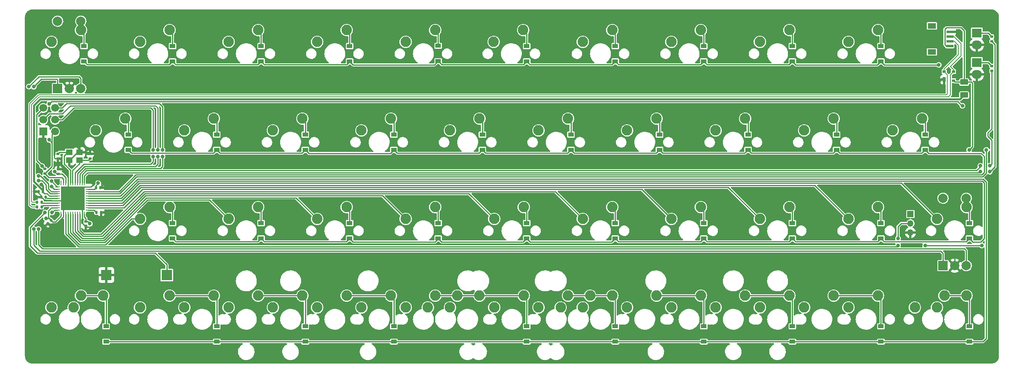
<source format=gbr>
%TF.GenerationSoftware,KiCad,Pcbnew,(6.0.7)*%
%TF.CreationDate,2022-12-27T09:46:59+01:00*%
%TF.ProjectId,Didaktik multilayout,44696461-6b74-4696-9b20-6d756c74696c,rev?*%
%TF.SameCoordinates,Original*%
%TF.FileFunction,Copper,L2,Bot*%
%TF.FilePolarity,Positive*%
%FSLAX46Y46*%
G04 Gerber Fmt 4.6, Leading zero omitted, Abs format (unit mm)*
G04 Created by KiCad (PCBNEW (6.0.7)) date 2022-12-27 09:46:59*
%MOMM*%
%LPD*%
G01*
G04 APERTURE LIST*
G04 Aperture macros list*
%AMRoundRect*
0 Rectangle with rounded corners*
0 $1 Rounding radius*
0 $2 $3 $4 $5 $6 $7 $8 $9 X,Y pos of 4 corners*
0 Add a 4 corners polygon primitive as box body*
4,1,4,$2,$3,$4,$5,$6,$7,$8,$9,$2,$3,0*
0 Add four circle primitives for the rounded corners*
1,1,$1+$1,$2,$3*
1,1,$1+$1,$4,$5*
1,1,$1+$1,$6,$7*
1,1,$1+$1,$8,$9*
0 Add four rect primitives between the rounded corners*
20,1,$1+$1,$2,$3,$4,$5,0*
20,1,$1+$1,$4,$5,$6,$7,0*
20,1,$1+$1,$6,$7,$8,$9,0*
20,1,$1+$1,$8,$9,$2,$3,0*%
G04 Aperture macros list end*
%TA.AperFunction,ComponentPad*%
%ADD10C,2.250000*%
%TD*%
%TA.AperFunction,ComponentPad*%
%ADD11O,2.159000X1.905000*%
%TD*%
%TA.AperFunction,ComponentPad*%
%ADD12R,2.159000X1.905000*%
%TD*%
%TA.AperFunction,ComponentPad*%
%ADD13R,2.000000X2.000000*%
%TD*%
%TA.AperFunction,ComponentPad*%
%ADD14C,2.000000*%
%TD*%
%TA.AperFunction,SMDPad,CuDef*%
%ADD15R,1.200000X0.900000*%
%TD*%
%TA.AperFunction,ComponentPad*%
%ADD16R,1.350000X1.350000*%
%TD*%
%TA.AperFunction,ComponentPad*%
%ADD17O,1.350000X1.350000*%
%TD*%
%TA.AperFunction,SMDPad,CuDef*%
%ADD18RoundRect,0.140000X0.170000X-0.140000X0.170000X0.140000X-0.170000X0.140000X-0.170000X-0.140000X0*%
%TD*%
%TA.AperFunction,SMDPad,CuDef*%
%ADD19RoundRect,0.135000X-0.135000X-0.185000X0.135000X-0.185000X0.135000X0.185000X-0.135000X0.185000X0*%
%TD*%
%TA.AperFunction,SMDPad,CuDef*%
%ADD20R,1.400000X1.200000*%
%TD*%
%TA.AperFunction,SMDPad,CuDef*%
%ADD21RoundRect,0.062500X-0.475000X-0.062500X0.475000X-0.062500X0.475000X0.062500X-0.475000X0.062500X0*%
%TD*%
%TA.AperFunction,SMDPad,CuDef*%
%ADD22RoundRect,0.062500X-0.062500X-0.475000X0.062500X-0.475000X0.062500X0.475000X-0.062500X0.475000X0*%
%TD*%
%TA.AperFunction,SMDPad,CuDef*%
%ADD23R,5.200000X5.200000*%
%TD*%
%TA.AperFunction,SMDPad,CuDef*%
%ADD24RoundRect,0.250000X-0.625000X0.375000X-0.625000X-0.375000X0.625000X-0.375000X0.625000X0.375000X0*%
%TD*%
%TA.AperFunction,SMDPad,CuDef*%
%ADD25R,1.800000X1.200000*%
%TD*%
%TA.AperFunction,SMDPad,CuDef*%
%ADD26R,1.550000X0.600000*%
%TD*%
%TA.AperFunction,ComponentPad*%
%ADD27C,1.700000*%
%TD*%
%TA.AperFunction,ComponentPad*%
%ADD28R,1.700000X1.700000*%
%TD*%
%TA.AperFunction,SMDPad,CuDef*%
%ADD29RoundRect,0.140000X-0.170000X0.140000X-0.170000X-0.140000X0.170000X-0.140000X0.170000X0.140000X0*%
%TD*%
%TA.AperFunction,SMDPad,CuDef*%
%ADD30RoundRect,0.135000X-0.185000X0.135000X-0.185000X-0.135000X0.185000X-0.135000X0.185000X0.135000X0*%
%TD*%
%TA.AperFunction,SMDPad,CuDef*%
%ADD31RoundRect,0.135000X0.185000X-0.135000X0.185000X0.135000X-0.185000X0.135000X-0.185000X-0.135000X0*%
%TD*%
%TA.AperFunction,SMDPad,CuDef*%
%ADD32R,0.700000X1.000000*%
%TD*%
%TA.AperFunction,SMDPad,CuDef*%
%ADD33R,0.700000X0.600000*%
%TD*%
%TA.AperFunction,SMDPad,CuDef*%
%ADD34RoundRect,0.140000X-0.140000X-0.170000X0.140000X-0.170000X0.140000X0.170000X-0.140000X0.170000X0*%
%TD*%
%TA.AperFunction,SMDPad,CuDef*%
%ADD35RoundRect,0.140000X0.140000X0.170000X-0.140000X0.170000X-0.140000X-0.170000X0.140000X-0.170000X0*%
%TD*%
%TA.AperFunction,SMDPad,CuDef*%
%ADD36R,2.300000X2.300000*%
%TD*%
%TA.AperFunction,SMDPad,CuDef*%
%ADD37RoundRect,0.140000X-0.021213X0.219203X-0.219203X0.021213X0.021213X-0.219203X0.219203X-0.021213X0*%
%TD*%
%TA.AperFunction,ViaPad*%
%ADD38C,0.800000*%
%TD*%
%TA.AperFunction,Conductor*%
%ADD39C,0.250000*%
%TD*%
%TA.AperFunction,Conductor*%
%ADD40C,0.200000*%
%TD*%
%TA.AperFunction,Conductor*%
%ADD41C,0.381000*%
%TD*%
G04 APERTURE END LIST*
D10*
%TO.P,SW33,1,1*%
%TO.N,COL2*%
X85090000Y-95885000D03*
%TO.P,SW33,2,2*%
%TO.N,Net-(D12-Pad2)*%
X91440000Y-93345000D03*
%TD*%
%TO.P,SW15,1,1*%
%TO.N,COL4*%
X123190000Y-57785000D03*
%TO.P,SW15,2,2*%
%TO.N,Net-(D18-Pad2)*%
X129540000Y-55245000D03*
%TD*%
%TO.P,SW36c1,1,1*%
%TO.N,COL4*%
X132715000Y-95885000D03*
%TO.P,SW36c1,2,2*%
%TO.N,Net-(D20-Pad2)*%
X139065000Y-93345000D03*
%TD*%
%TO.P,SW7,1,1*%
%TO.N,COL6*%
X151765000Y-38735000D03*
%TO.P,SW7,2,2*%
%TO.N,Net-(D26-Pad2)*%
X158115000Y-36195000D03*
%TD*%
%TO.P,SW27,1,1*%
%TO.N,COL6*%
X170815000Y-76835000D03*
%TO.P,SW27,2,2*%
%TO.N,Net-(D28-Pad2)*%
X177165000Y-74295000D03*
%TD*%
%TO.P,SW34b1,1,1*%
%TO.N,COL3*%
X104140000Y-95885000D03*
%TO.P,SW34b1,2,2*%
%TO.N,Net-(D16-Pad2)*%
X110490000Y-93345000D03*
%TD*%
%TO.P,SW14,1,1*%
%TO.N,COL3*%
X104140000Y-57785000D03*
%TO.P,SW14,2,2*%
%TO.N,Net-(D14-Pad2)*%
X110490000Y-55245000D03*
%TD*%
%TO.P,SW33a1,1,1*%
%TO.N,COL2*%
X75565000Y-95885000D03*
%TO.P,SW33a1,2,2*%
%TO.N,Net-(D12-Pad2)*%
X81915000Y-93345000D03*
%TD*%
%TO.P,SW9,1,1*%
%TO.N,COL8*%
X189865000Y-38735000D03*
%TO.P,SW9,2,2*%
%TO.N,Net-(D34-Pad2)*%
X196215000Y-36195000D03*
%TD*%
D11*
%TO.P,D42,1,K*%
%TO.N,GND*%
X236537500Y-45720000D03*
D12*
%TO.P,D42,2,A*%
%TO.N,Net-(D42-Pad2)*%
X236537500Y-43180000D03*
%TD*%
D10*
%TO.P,SW29,1,1*%
%TO.N,COL8*%
X208915000Y-76835000D03*
%TO.P,SW29,2,2*%
%TO.N,Net-(D36-Pad2)*%
X215265000Y-74295000D03*
%TD*%
%TO.P,SW8,1,1*%
%TO.N,COL7*%
X170815000Y-38735000D03*
%TO.P,SW8,2,2*%
%TO.N,Net-(D30-Pad2)*%
X177165000Y-36195000D03*
%TD*%
%TO.P,SW35b1,1,1*%
%TO.N,COL4*%
X113665000Y-95885000D03*
%TO.P,SW35b1,2,2*%
%TO.N,Net-(D20-Pad2)*%
X120015000Y-93345000D03*
%TD*%
%TO.P,SW2,1,1*%
%TO.N,COL1*%
X56515000Y-38735000D03*
%TO.P,SW2,2,2*%
%TO.N,Net-(D5-Pad2)*%
X62865000Y-36195000D03*
%TD*%
%TO.P,SW34,1,1*%
%TO.N,COL3*%
X104140000Y-95885000D03*
%TO.P,SW34,2,2*%
%TO.N,Net-(D16-Pad2)*%
X110490000Y-93345000D03*
%TD*%
%TO.P,SW24,1,1*%
%TO.N,COL3*%
X113665000Y-76835000D03*
%TO.P,SW24,2,2*%
%TO.N,Net-(D15-Pad2)*%
X120015000Y-74295000D03*
%TD*%
%TO.P,SW31,1,1*%
%TO.N,COL0*%
X42227500Y-95885000D03*
%TO.P,SW31,2,2*%
%TO.N,Net-(D4-Pad2)*%
X48577500Y-93345000D03*
%TD*%
%TO.P,SW37a1,1,1*%
%TO.N,COL6*%
X170815000Y-95885000D03*
%TO.P,SW37a1,2,2*%
%TO.N,Net-(D29-Pad2)*%
X177165000Y-93345000D03*
%TD*%
%TO.P,SW20,1,1*%
%TO.N,COL9*%
X218440000Y-57785000D03*
%TO.P,SW20,2,2*%
%TO.N,Net-(D39-Pad2)*%
X224790000Y-55245000D03*
%TD*%
%TO.P,SW5,1,1*%
%TO.N,COL4*%
X113665000Y-38735000D03*
%TO.P,SW5,2,2*%
%TO.N,Net-(D17-Pad2)*%
X120015000Y-36195000D03*
%TD*%
%TO.P,SW40a1,1,1*%
%TO.N,COL9*%
X227965000Y-95885000D03*
%TO.P,SW40a1,2,2*%
%TO.N,Net-(D41-Pad2)*%
X234315000Y-93345000D03*
%TD*%
%TO.P,SW35,1,1*%
%TO.N,COL4*%
X123190000Y-95885000D03*
%TO.P,SW35,2,2*%
%TO.N,Net-(D20-Pad2)*%
X129540000Y-93345000D03*
%TD*%
%TO.P,SW31a1,1,1*%
%TO.N,COL0*%
X37465000Y-95885000D03*
%TO.P,SW31a1,2,2*%
%TO.N,Net-(D4-Pad2)*%
X43815000Y-93345000D03*
%TD*%
%TO.P,SW38,1,1*%
%TO.N,COL7*%
X180340000Y-95885000D03*
%TO.P,SW38,2,2*%
%TO.N,Net-(D33-Pad2)*%
X186690000Y-93345000D03*
%TD*%
%TO.P,SW12,1,1*%
%TO.N,COL1*%
X66040000Y-57785000D03*
%TO.P,SW12,2,2*%
%TO.N,Net-(D6-Pad2)*%
X72390000Y-55245000D03*
%TD*%
%TO.P,SW22,1,1*%
%TO.N,COL1*%
X75565000Y-76835000D03*
%TO.P,SW22,2,2*%
%TO.N,Net-(D7-Pad2)*%
X81915000Y-74295000D03*
%TD*%
%TO.P,SW36a1,1,1*%
%TO.N,COL5*%
X147002500Y-95885000D03*
%TO.P,SW36a1,2,2*%
%TO.N,Net-(D24-Pad2)*%
X153352500Y-93345000D03*
%TD*%
%TO.P,SW36b1,1,1*%
%TO.N,COL5*%
X151765000Y-95885000D03*
%TO.P,SW36b1,2,2*%
%TO.N,Net-(D24-Pad2)*%
X158115000Y-93345000D03*
%TD*%
%TO.P,SW10,1,1*%
%TO.N,COL9*%
X208915000Y-38735000D03*
%TO.P,SW10,2,2*%
%TO.N,Net-(D38-Pad2)*%
X215265000Y-36195000D03*
%TD*%
D11*
%TO.P,D43,1,K*%
%TO.N,GND*%
X236537500Y-39370000D03*
D12*
%TO.P,D43,2,A*%
%TO.N,Net-(D43-Pad2)*%
X236537500Y-36830000D03*
%TD*%
D10*
%TO.P,SW35c1,1,1*%
%TO.N,COL4*%
X132715000Y-95885000D03*
%TO.P,SW35c1,2,2*%
%TO.N,Net-(D20-Pad2)*%
X139065000Y-93345000D03*
%TD*%
%TO.P,SW6,1,1*%
%TO.N,COL5*%
X132588000Y-38735000D03*
%TO.P,SW6,2,2*%
%TO.N,Net-(D21-Pad2)*%
X138938000Y-36195000D03*
%TD*%
%TO.P,SW19,1,1*%
%TO.N,COL8*%
X199390000Y-57785000D03*
%TO.P,SW19,2,2*%
%TO.N,Net-(D35-Pad2)*%
X205740000Y-55245000D03*
%TD*%
%TO.P,SW3,1,1*%
%TO.N,COL2*%
X75565000Y-38735000D03*
%TO.P,SW3,2,2*%
%TO.N,Net-(D9-Pad2)*%
X81915000Y-36195000D03*
%TD*%
%TO.P,SW17,1,1*%
%TO.N,COL6*%
X161290000Y-57785000D03*
%TO.P,SW17,2,2*%
%TO.N,Net-(D27-Pad2)*%
X167640000Y-55245000D03*
%TD*%
%TO.P,SW39,1,1*%
%TO.N,COL8*%
X199390000Y-95885000D03*
%TO.P,SW39,2,2*%
%TO.N,Net-(D37-Pad2)*%
X205740000Y-93345000D03*
%TD*%
%TO.P,SW11,1,1*%
%TO.N,COL0*%
X46990000Y-57785000D03*
%TO.P,SW11,2,2*%
%TO.N,Net-(D2-Pad2)*%
X53340000Y-55245000D03*
%TD*%
%TO.P,SW21,1,1*%
%TO.N,COL0*%
X56515000Y-76835000D03*
%TO.P,SW21,2,2*%
%TO.N,Net-(D3-Pad2)*%
X62865000Y-74295000D03*
%TD*%
%TO.P,SW16,1,1*%
%TO.N,COL5*%
X142240000Y-57785000D03*
%TO.P,SW16,2,2*%
%TO.N,Net-(D22-Pad2)*%
X148590000Y-55245000D03*
%TD*%
%TO.P,SW18,1,1*%
%TO.N,COL7*%
X180340000Y-57785000D03*
%TO.P,SW18,2,2*%
%TO.N,Net-(D31-Pad2)*%
X186690000Y-55245000D03*
%TD*%
D13*
%TO.P,SW42,A,A*%
%TO.N,ROTARY_C*%
X229275000Y-86875000D03*
D14*
%TO.P,SW42,B,B*%
%TO.N,ROTARY_D*%
X234275000Y-86875000D03*
%TO.P,SW42,C,C*%
%TO.N,GND*%
X231775000Y-86875000D03*
%TO.P,SW42,S1,S1*%
%TO.N,Net-(D40-Pad2)*%
X234275000Y-72375000D03*
%TO.P,SW42,S2,S2*%
%TO.N,COL9*%
X229275000Y-72375000D03*
%TD*%
D10*
%TO.P,SW32a1,1,1*%
%TO.N,COL1*%
X56515000Y-95885000D03*
%TO.P,SW32a1,2,2*%
%TO.N,Net-(D8-Pad2)*%
X62865000Y-93345000D03*
%TD*%
%TO.P,SW37b1,1,1*%
%TO.N,COL6*%
X161290000Y-95885000D03*
%TO.P,SW37b1,2,2*%
%TO.N,Net-(D29-Pad2)*%
X167640000Y-93345000D03*
%TD*%
%TO.P,SW34a1,1,1*%
%TO.N,COL3*%
X94615000Y-95885000D03*
%TO.P,SW34a1,2,2*%
%TO.N,Net-(D16-Pad2)*%
X100965000Y-93345000D03*
%TD*%
%TO.P,SW36,1,1*%
%TO.N,COL5*%
X142240000Y-95885000D03*
%TO.P,SW36,2,2*%
%TO.N,Net-(D24-Pad2)*%
X148590000Y-93345000D03*
%TD*%
%TO.P,SW28,1,1*%
%TO.N,COL7*%
X189865000Y-76835000D03*
%TO.P,SW28,2,2*%
%TO.N,Net-(D32-Pad2)*%
X196215000Y-74295000D03*
%TD*%
%TO.P,SW1,1,1*%
%TO.N,COL0*%
X37465000Y-38735000D03*
%TO.P,SW1,2,2*%
%TO.N,Net-(D1-Pad2)*%
X43815000Y-36195000D03*
%TD*%
%TO.P,SW40,1,1*%
%TO.N,COL9*%
X223202500Y-95885000D03*
%TO.P,SW40,2,2*%
%TO.N,Net-(D41-Pad2)*%
X229552500Y-93345000D03*
%TD*%
%TO.P,SW39a1,1,1*%
%TO.N,COL8*%
X208915000Y-95885000D03*
%TO.P,SW39a1,2,2*%
%TO.N,Net-(D37-Pad2)*%
X215265000Y-93345000D03*
%TD*%
%TO.P,SW37,1,1*%
%TO.N,COL6*%
X161290000Y-95885000D03*
%TO.P,SW37,2,2*%
%TO.N,Net-(D29-Pad2)*%
X167640000Y-93345000D03*
%TD*%
%TO.P,SW4,1,1*%
%TO.N,COL3*%
X94615000Y-38735000D03*
%TO.P,SW4,2,2*%
%TO.N,Net-(D13-Pad2)*%
X100965000Y-36195000D03*
%TD*%
%TO.P,SW35a1,1,1*%
%TO.N,COL4*%
X118427500Y-95885000D03*
%TO.P,SW35a1,2,2*%
%TO.N,Net-(D20-Pad2)*%
X124777500Y-93345000D03*
%TD*%
%TO.P,SW32,1,1*%
%TO.N,COL1*%
X66040000Y-95885000D03*
%TO.P,SW32,2,2*%
%TO.N,Net-(D8-Pad2)*%
X72390000Y-93345000D03*
%TD*%
%TO.P,SW26,1,1*%
%TO.N,COL5*%
X151765000Y-76835000D03*
%TO.P,SW26,2,2*%
%TO.N,Net-(D23-Pad2)*%
X158115000Y-74295000D03*
%TD*%
%TO.P,SW30,1,1*%
%TO.N,COL9*%
X227965000Y-76835000D03*
%TO.P,SW30,2,2*%
%TO.N,Net-(D40-Pad2)*%
X234315000Y-74295000D03*
%TD*%
%TO.P,SW38a1,1,1*%
%TO.N,COL7*%
X189865000Y-95885000D03*
%TO.P,SW38a1,2,2*%
%TO.N,Net-(D33-Pad2)*%
X196215000Y-93345000D03*
%TD*%
%TO.P,SW13,1,1*%
%TO.N,COL2*%
X85090000Y-57785000D03*
%TO.P,SW13,2,2*%
%TO.N,Net-(D10-Pad2)*%
X91440000Y-55245000D03*
%TD*%
D13*
%TO.P,SW41,A,A*%
%TO.N,ROTARY_A*%
X38775000Y-48775000D03*
D14*
%TO.P,SW41,B,B*%
%TO.N,ROTARY_B*%
X43775000Y-48775000D03*
%TO.P,SW41,C,C*%
%TO.N,GND*%
X41275000Y-48775000D03*
%TO.P,SW41,S1,S1*%
%TO.N,Net-(D1-Pad2)*%
X43775000Y-34275000D03*
%TO.P,SW41,S2,S2*%
%TO.N,COL0*%
X38775000Y-34275000D03*
%TD*%
D10*
%TO.P,SW25,1,1*%
%TO.N,COL4*%
X132715000Y-76835000D03*
%TO.P,SW25,2,2*%
%TO.N,Net-(D19-Pad2)*%
X139065000Y-74295000D03*
%TD*%
%TO.P,SW23,1,1*%
%TO.N,COL2*%
X94615000Y-76835000D03*
%TO.P,SW23,2,2*%
%TO.N,Net-(D11-Pad2)*%
X100965000Y-74295000D03*
%TD*%
D15*
%TO.P,D29,1,K*%
%TO.N,ROW3*%
X177800000Y-103250000D03*
%TO.P,D29,2,A*%
%TO.N,Net-(D29-Pad2)*%
X177800000Y-99950000D03*
%TD*%
D16*
%TO.P,J3,1,Pin_1*%
%TO.N,VCC*%
X222250000Y-75787500D03*
D17*
%TO.P,J3,2,Pin_2*%
%TO.N,RGB*%
X222250000Y-77787500D03*
%TO.P,J3,3,Pin_3*%
%TO.N,GND*%
X222250000Y-79787500D03*
%TD*%
D15*
%TO.P,D6,1,K*%
%TO.N,ROW1*%
X73025000Y-61975000D03*
%TO.P,D6,2,A*%
%TO.N,Net-(D6-Pad2)*%
X73025000Y-58675000D03*
%TD*%
D18*
%TO.P,C1,1*%
%TO.N,+5V*%
X38925500Y-67119250D03*
%TO.P,C1,2*%
%TO.N,GND*%
X38925500Y-66159250D03*
%TD*%
D15*
%TO.P,D14,1,K*%
%TO.N,ROW1*%
X111125000Y-61975000D03*
%TO.P,D14,2,A*%
%TO.N,Net-(D14-Pad2)*%
X111125000Y-58675000D03*
%TD*%
%TO.P,D40,1,K*%
%TO.N,ROW2*%
X234950000Y-81025000D03*
%TO.P,D40,2,A*%
%TO.N,Net-(D40-Pad2)*%
X234950000Y-77725000D03*
%TD*%
%TO.P,D8,1,K*%
%TO.N,ROW3*%
X73025000Y-103250000D03*
%TO.P,D8,2,A*%
%TO.N,Net-(D8-Pad2)*%
X73025000Y-99950000D03*
%TD*%
%TO.P,D3,1,K*%
%TO.N,ROW2*%
X63500000Y-81025000D03*
%TO.P,D3,2,A*%
%TO.N,Net-(D3-Pad2)*%
X63500000Y-77725000D03*
%TD*%
%TO.P,D36,1,K*%
%TO.N,ROW2*%
X215900000Y-81025000D03*
%TO.P,D36,2,A*%
%TO.N,Net-(D36-Pad2)*%
X215900000Y-77725000D03*
%TD*%
%TO.P,D32,1,K*%
%TO.N,ROW2*%
X196850000Y-81025000D03*
%TO.P,D32,2,A*%
%TO.N,Net-(D32-Pad2)*%
X196850000Y-77725000D03*
%TD*%
D18*
%TO.P,C4,1*%
%TO.N,GND*%
X38798500Y-63817250D03*
%TO.P,C4,2*%
%TO.N,XTAL2*%
X38798500Y-62857250D03*
%TD*%
D15*
%TO.P,D1,1,K*%
%TO.N,ROW0*%
X44450000Y-42925000D03*
%TO.P,D1,2,A*%
%TO.N,Net-(D1-Pad2)*%
X44450000Y-39625000D03*
%TD*%
D19*
%TO.P,R4,1*%
%TO.N,Net-(R4-Pad1)*%
X47115000Y-75438000D03*
%TO.P,R4,2*%
%TO.N,GND*%
X48135000Y-75438000D03*
%TD*%
D20*
%TO.P,Y1,1,1*%
%TO.N,XTAL1*%
X43454500Y-64187250D03*
%TO.P,Y1,2,2*%
%TO.N,GND*%
X41254500Y-64187250D03*
%TO.P,Y1,3,3*%
%TO.N,XTAL2*%
X41254500Y-62487250D03*
%TO.P,Y1,4,4*%
%TO.N,GND*%
X43454500Y-62487250D03*
%TD*%
D15*
%TO.P,D15,1,K*%
%TO.N,ROW2*%
X120650000Y-81025000D03*
%TO.P,D15,2,A*%
%TO.N,Net-(D15-Pad2)*%
X120650000Y-77725000D03*
%TD*%
D21*
%TO.P,U1,1,PE6*%
%TO.N,Net-(U1-Pad1)*%
X38699500Y-74917750D03*
%TO.P,U1,2,UVCC*%
%TO.N,+5V*%
X38699500Y-74417750D03*
%TO.P,U1,3,D-*%
%TO.N,Net-(R1-Pad2)*%
X38699500Y-73917750D03*
%TO.P,U1,4,D+*%
%TO.N,Net-(R2-Pad2)*%
X38699500Y-73417750D03*
%TO.P,U1,5,UGND*%
%TO.N,GND*%
X38699500Y-72917750D03*
%TO.P,U1,6,UCAP*%
%TO.N,Net-(C6-Pad1)*%
X38699500Y-72417750D03*
%TO.P,U1,7,VBUS*%
%TO.N,+5V*%
X38699500Y-71917750D03*
%TO.P,U1,8,PB0*%
%TO.N,ROTARY_D*%
X38699500Y-71417750D03*
%TO.P,U1,9,PB1*%
%TO.N,ROTARY_C*%
X38699500Y-70917750D03*
%TO.P,U1,10,PB2*%
%TO.N,ROTARY_B*%
X38699500Y-70417750D03*
%TO.P,U1,11,PB3*%
%TO.N,ROTARY_A*%
X38699500Y-69917750D03*
D22*
%TO.P,U1,12,PB7*%
%TO.N,unconnected-(U1-Pad12)*%
X39537000Y-69080250D03*
%TO.P,U1,13,~{RESET}*%
%TO.N,RESET*%
X40037000Y-69080250D03*
%TO.P,U1,14,VCC*%
%TO.N,+5V*%
X40537000Y-69080250D03*
%TO.P,U1,15,GND*%
%TO.N,GND*%
X41037000Y-69080250D03*
%TO.P,U1,16,XTAL2*%
%TO.N,XTAL2*%
X41537000Y-69080250D03*
%TO.P,U1,17,XTAL1*%
%TO.N,XTAL1*%
X42037000Y-69080250D03*
%TO.P,U1,18,PD0*%
%TO.N,SCK*%
X42537000Y-69080250D03*
%TO.P,U1,19,PD1*%
%TO.N,MOSI*%
X43037000Y-69080250D03*
%TO.P,U1,20,PD2*%
%TO.N,MISO*%
X43537000Y-69080250D03*
%TO.P,U1,21,PD3*%
%TO.N,LED Power*%
X44037000Y-69080250D03*
%TO.P,U1,22,PD5*%
%TO.N,LED capslock*%
X44537000Y-69080250D03*
D21*
%TO.P,U1,23,GND*%
%TO.N,GND*%
X45374500Y-69917750D03*
%TO.P,U1,24,AVCC*%
%TO.N,+5V*%
X45374500Y-70417750D03*
%TO.P,U1,25,PD4*%
%TO.N,ROW1*%
X45374500Y-70917750D03*
%TO.P,U1,26,PD6*%
%TO.N,ROW0*%
X45374500Y-71417750D03*
%TO.P,U1,27,PD7*%
%TO.N,ROW3*%
X45374500Y-71917750D03*
%TO.P,U1,28,PB4*%
%TO.N,ROW2*%
X45374500Y-72417750D03*
%TO.P,U1,29,PB5*%
%TO.N,COL9*%
X45374500Y-72917750D03*
%TO.P,U1,30,PB6*%
%TO.N,COL8*%
X45374500Y-73417750D03*
%TO.P,U1,31,PC6*%
%TO.N,COL7*%
X45374500Y-73917750D03*
%TO.P,U1,32,PC7*%
%TO.N,COL6*%
X45374500Y-74417750D03*
%TO.P,U1,33,~{HWB}/PE2*%
%TO.N,Net-(R4-Pad1)*%
X45374500Y-74917750D03*
D22*
%TO.P,U1,34,VCC*%
%TO.N,+5V*%
X44537000Y-75755250D03*
%TO.P,U1,35,GND*%
%TO.N,GND*%
X44037000Y-75755250D03*
%TO.P,U1,36,PF7*%
%TO.N,COL5*%
X43537000Y-75755250D03*
%TO.P,U1,37,PF6*%
%TO.N,COL4*%
X43037000Y-75755250D03*
%TO.P,U1,38,PF5*%
%TO.N,COL3*%
X42537000Y-75755250D03*
%TO.P,U1,39,PF4*%
%TO.N,COL2*%
X42037000Y-75755250D03*
%TO.P,U1,40,PF1*%
%TO.N,COL1*%
X41537000Y-75755250D03*
%TO.P,U1,41,PF0*%
%TO.N,COL0*%
X41037000Y-75755250D03*
%TO.P,U1,42,AREF*%
%TO.N,RGB*%
X40537000Y-75755250D03*
%TO.P,U1,43,GND*%
%TO.N,GND*%
X40037000Y-75755250D03*
%TO.P,U1,44,AVCC*%
%TO.N,+5V*%
X39537000Y-75755250D03*
D23*
%TO.P,U1,45,GND*%
%TO.N,GND*%
X42037000Y-72417750D03*
%TD*%
D15*
%TO.P,D34,1,K*%
%TO.N,ROW0*%
X196850000Y-42925000D03*
%TO.P,D34,2,A*%
%TO.N,Net-(D34-Pad2)*%
X196850000Y-39625000D03*
%TD*%
%TO.P,D23,1,K*%
%TO.N,ROW2*%
X158750000Y-81025000D03*
%TO.P,D23,2,A*%
%TO.N,Net-(D23-Pad2)*%
X158750000Y-77725000D03*
%TD*%
%TO.P,D21,1,K*%
%TO.N,ROW0*%
X139700000Y-42925000D03*
%TO.P,D21,2,A*%
%TO.N,Net-(D21-Pad2)*%
X139700000Y-39625000D03*
%TD*%
%TO.P,D39,1,K*%
%TO.N,ROW1*%
X225425000Y-61975000D03*
%TO.P,D39,2,A*%
%TO.N,Net-(D39-Pad2)*%
X225425000Y-58675000D03*
%TD*%
%TO.P,D30,1,K*%
%TO.N,ROW0*%
X177800000Y-42925000D03*
%TO.P,D30,2,A*%
%TO.N,Net-(D30-Pad2)*%
X177800000Y-39625000D03*
%TD*%
%TO.P,D41,1,K*%
%TO.N,ROW3*%
X234950000Y-103250000D03*
%TO.P,D41,2,A*%
%TO.N,Net-(D41-Pad2)*%
X234950000Y-99950000D03*
%TD*%
%TO.P,D20,1,K*%
%TO.N,ROW3*%
X139700000Y-103250000D03*
%TO.P,D20,2,A*%
%TO.N,Net-(D20-Pad2)*%
X139700000Y-99950000D03*
%TD*%
%TO.P,D24,1,K*%
%TO.N,ROW3*%
X158750000Y-103250000D03*
%TO.P,D24,2,A*%
%TO.N,Net-(D24-Pad2)*%
X158750000Y-99950000D03*
%TD*%
D24*
%TO.P,F1,1*%
%TO.N,VCC*%
X233807000Y-47368000D03*
%TO.P,F1,2*%
%TO.N,+5V*%
X233807000Y-50168000D03*
%TD*%
D15*
%TO.P,D26,1,K*%
%TO.N,ROW0*%
X158750000Y-42925000D03*
%TO.P,D26,2,A*%
%TO.N,Net-(D26-Pad2)*%
X158750000Y-39625000D03*
%TD*%
%TO.P,D22,1,K*%
%TO.N,ROW1*%
X149225000Y-61975000D03*
%TO.P,D22,2,A*%
%TO.N,Net-(D22-Pad2)*%
X149225000Y-58675000D03*
%TD*%
D25*
%TO.P,J1,*%
%TO.N,*%
X226850000Y-35300000D03*
X226850000Y-40900000D03*
D26*
%TO.P,J1,1,Pin_1*%
%TO.N,VCC*%
X230725000Y-39600000D03*
%TO.P,J1,2,Pin_2*%
%TO.N,D-*%
X230725000Y-38600000D03*
%TO.P,J1,3,Pin_3*%
%TO.N,D+*%
X230725000Y-37600000D03*
%TO.P,J1,4,Pin_4*%
%TO.N,GND*%
X230725000Y-36600000D03*
%TD*%
D15*
%TO.P,D13,1,K*%
%TO.N,ROW0*%
X101600000Y-42925000D03*
%TO.P,D13,2,A*%
%TO.N,Net-(D13-Pad2)*%
X101600000Y-39625000D03*
%TD*%
D27*
%TO.P,J2,1,MISO*%
%TO.N,MISO*%
X38227000Y-52959000D03*
%TO.P,J2,2,VCC*%
%TO.N,+5V*%
X35687000Y-52959000D03*
%TO.P,J2,3,SCK*%
%TO.N,SCK*%
X38227000Y-55499000D03*
%TO.P,J2,4,MOSI*%
%TO.N,MOSI*%
X35687000Y-55499000D03*
%TO.P,J2,5,~{RST}*%
%TO.N,RESET*%
X38227000Y-58039000D03*
D28*
%TO.P,J2,6,GND*%
%TO.N,GND*%
X35687000Y-58039000D03*
%TD*%
D29*
%TO.P,C3,1*%
%TO.N,GND*%
X45783500Y-62857250D03*
%TO.P,C3,2*%
%TO.N,XTAL1*%
X45783500Y-63817250D03*
%TD*%
D15*
%TO.P,D7,1,K*%
%TO.N,ROW2*%
X82550000Y-81025000D03*
%TO.P,D7,2,A*%
%TO.N,Net-(D7-Pad2)*%
X82550000Y-77725000D03*
%TD*%
%TO.P,D4,1,K*%
%TO.N,ROW3*%
X49212500Y-103250000D03*
%TO.P,D4,2,A*%
%TO.N,Net-(D4-Pad2)*%
X49212500Y-99950000D03*
%TD*%
D19*
%TO.P,R2,1*%
%TO.N,D+*%
X34351500Y-73243250D03*
%TO.P,R2,2*%
%TO.N,Net-(R2-Pad2)*%
X35371500Y-73243250D03*
%TD*%
D15*
%TO.P,D38,1,K*%
%TO.N,ROW0*%
X215900000Y-42925000D03*
%TO.P,D38,2,A*%
%TO.N,Net-(D38-Pad2)*%
X215900000Y-39625000D03*
%TD*%
D30*
%TO.P,R3,1*%
%TO.N,+5V*%
X36068000Y-66065750D03*
%TO.P,R3,2*%
%TO.N,RESET*%
X36068000Y-67085750D03*
%TD*%
D15*
%TO.P,D31,1,K*%
%TO.N,ROW1*%
X187325000Y-61975000D03*
%TO.P,D31,2,A*%
%TO.N,Net-(D31-Pad2)*%
X187325000Y-58675000D03*
%TD*%
%TO.P,D2,1,K*%
%TO.N,ROW1*%
X53975000Y-61975000D03*
%TO.P,D2,2,A*%
%TO.N,Net-(D2-Pad2)*%
X53975000Y-58675000D03*
%TD*%
%TO.P,D9,1,K*%
%TO.N,ROW0*%
X82550000Y-42925000D03*
%TO.P,D9,2,A*%
%TO.N,Net-(D9-Pad2)*%
X82550000Y-39625000D03*
%TD*%
%TO.P,D12,1,K*%
%TO.N,ROW3*%
X92075000Y-103250000D03*
%TO.P,D12,2,A*%
%TO.N,Net-(D12-Pad2)*%
X92075000Y-99950000D03*
%TD*%
%TO.P,D35,1,K*%
%TO.N,ROW1*%
X206375000Y-61975000D03*
%TO.P,D35,2,A*%
%TO.N,Net-(D35-Pad2)*%
X206375000Y-58675000D03*
%TD*%
D31*
%TO.P,R9,1*%
%TO.N,LED capslock*%
X239769074Y-38610000D03*
%TO.P,R9,2*%
%TO.N,Net-(D43-Pad2)*%
X239769074Y-37590000D03*
%TD*%
D15*
%TO.P,D33,1,K*%
%TO.N,ROW3*%
X196850000Y-103250000D03*
%TO.P,D33,2,A*%
%TO.N,Net-(D33-Pad2)*%
X196850000Y-99950000D03*
%TD*%
%TO.P,D17,1,K*%
%TO.N,ROW0*%
X120650000Y-42862500D03*
%TO.P,D17,2,A*%
%TO.N,Net-(D17-Pad2)*%
X120650000Y-39562500D03*
%TD*%
%TO.P,D27,1,K*%
%TO.N,ROW1*%
X168275000Y-61975000D03*
%TO.P,D27,2,A*%
%TO.N,Net-(D27-Pad2)*%
X168275000Y-58675000D03*
%TD*%
D32*
%TO.P,D25,1,GND*%
%TO.N,GND*%
X229505000Y-46851000D03*
D33*
%TO.P,D25,2,I/O1*%
%TO.N,D-*%
X229505000Y-45151000D03*
%TO.P,D25,3,I/O2*%
%TO.N,D+*%
X231505000Y-45151000D03*
%TO.P,D25,4,VCC*%
%TO.N,VCC*%
X231505000Y-47051000D03*
%TD*%
D15*
%TO.P,D16,1,K*%
%TO.N,ROW3*%
X111125000Y-103250000D03*
%TO.P,D16,2,A*%
%TO.N,Net-(D16-Pad2)*%
X111125000Y-99950000D03*
%TD*%
%TO.P,D28,1,K*%
%TO.N,ROW2*%
X177800000Y-81025000D03*
%TO.P,D28,2,A*%
%TO.N,Net-(D28-Pad2)*%
X177800000Y-77725000D03*
%TD*%
%TO.P,D18,1,K*%
%TO.N,ROW1*%
X130175000Y-61975000D03*
%TO.P,D18,2,A*%
%TO.N,Net-(D18-Pad2)*%
X130175000Y-58675000D03*
%TD*%
D31*
%TO.P,R8,1*%
%TO.N,LED Power*%
X239712500Y-44960000D03*
%TO.P,R8,2*%
%TO.N,Net-(D42-Pad2)*%
X239712500Y-43940000D03*
%TD*%
D15*
%TO.P,D5,1,K*%
%TO.N,ROW0*%
X63500000Y-42925000D03*
%TO.P,D5,2,A*%
%TO.N,Net-(D5-Pad2)*%
X63500000Y-39625000D03*
%TD*%
%TO.P,D19,1,K*%
%TO.N,ROW2*%
X139700000Y-81025000D03*
%TO.P,D19,2,A*%
%TO.N,Net-(D19-Pad2)*%
X139700000Y-77725000D03*
%TD*%
D34*
%TO.P,C5,1*%
%TO.N,+5V*%
X47018000Y-70104000D03*
%TO.P,C5,2*%
%TO.N,GND*%
X47978000Y-70104000D03*
%TD*%
D15*
%TO.P,D10,1,K*%
%TO.N,ROW1*%
X92075000Y-61975000D03*
%TO.P,D10,2,A*%
%TO.N,Net-(D10-Pad2)*%
X92075000Y-58675000D03*
%TD*%
D19*
%TO.P,R1,1*%
%TO.N,D-*%
X34351500Y-74259250D03*
%TO.P,R1,2*%
%TO.N,Net-(R1-Pad2)*%
X35371500Y-74259250D03*
%TD*%
D29*
%TO.P,C7,1*%
%TO.N,+5V*%
X44831000Y-77371000D03*
%TO.P,C7,2*%
%TO.N,GND*%
X44831000Y-78331000D03*
%TD*%
D35*
%TO.P,C6,1*%
%TO.N,Net-(C6-Pad1)*%
X36230500Y-72100250D03*
%TO.P,C6,2*%
%TO.N,GND*%
X35270500Y-72100250D03*
%TD*%
D36*
%TO.P,LS1,1,1*%
%TO.N,Net-(U1-Pad1)*%
X62253000Y-88900000D03*
%TO.P,LS1,2,2*%
%TO.N,GND*%
X49253000Y-88900000D03*
%TD*%
D15*
%TO.P,D37,1,K*%
%TO.N,ROW3*%
X215900000Y-103250000D03*
%TO.P,D37,2,A*%
%TO.N,Net-(D37-Pad2)*%
X215900000Y-99950000D03*
%TD*%
D37*
%TO.P,C2,1*%
%TO.N,+5V*%
X37359911Y-77094839D03*
%TO.P,C2,2*%
%TO.N,GND*%
X36681089Y-77773661D03*
%TD*%
D35*
%TO.P,C8,1*%
%TO.N,+5V*%
X35595500Y-70957250D03*
%TO.P,C8,2*%
%TO.N,GND*%
X34635500Y-70957250D03*
%TD*%
D15*
%TO.P,D11,1,K*%
%TO.N,ROW2*%
X101600000Y-81025000D03*
%TO.P,D11,2,A*%
%TO.N,Net-(D11-Pad2)*%
X101600000Y-77725000D03*
%TD*%
D38*
%TO.N,ROTARY_B*%
X32601318Y-48371927D03*
%TO.N,ROTARY_A*%
X33655000Y-48387000D03*
%TO.N,MOSI*%
X60325000Y-61969401D03*
X60325000Y-63418401D03*
%TO.N,MISO*%
X61324503Y-63418401D03*
X61324503Y-61969401D03*
%TO.N,LED capslock*%
X237292652Y-66599500D03*
X239299500Y-66675000D03*
%TO.N,LED Power*%
X237280353Y-65405000D03*
X239299500Y-65405000D03*
%TO.N,GND*%
X47244000Y-88900000D03*
X41275000Y-47117000D03*
X239649000Y-58674000D03*
X35877500Y-78577250D03*
X49407299Y-68702701D03*
X49022000Y-75438000D03*
X35687000Y-59817000D03*
X231775000Y-85090000D03*
X232492031Y-36599980D03*
X236534647Y-41127157D03*
X33865500Y-70953717D03*
X33881233Y-72103618D03*
X44831000Y-79375000D03*
X228346000Y-47498000D03*
X236537500Y-47476835D03*
X224282000Y-79756000D03*
%TO.N,+5V*%
X35246463Y-69442014D03*
X45720000Y-77851000D03*
X36258500Y-76672250D03*
X35433000Y-65432750D03*
X38114235Y-66667544D03*
X47498500Y-69114000D03*
%TO.N,ROTARY_A*%
X37465000Y-68707000D03*
%TO.N,Net-(U1-Pad1)*%
X36071424Y-75460576D03*
X37592000Y-75438000D03*
%TO.N,VCC*%
X234874569Y-61991086D03*
X225425000Y-82540500D03*
X237617000Y-82550000D03*
%TO.N,SCK*%
X59325523Y-63425536D03*
X59325497Y-61969401D03*
%TO.N,ROTARY_C*%
X34671000Y-67580497D03*
X33655000Y-78994000D03*
%TO.N,ROW0*%
X238584761Y-61957910D03*
X228346000Y-43688000D03*
%TO.N,RESET*%
X36957000Y-52098000D03*
X233437500Y-52462500D03*
X36957000Y-59817000D03*
%TO.N,ROTARY_B*%
X37496500Y-69850000D03*
%TO.N,ROTARY_D*%
X34654503Y-78994000D03*
X34671000Y-68580000D03*
%TO.N,RGB*%
X219583000Y-82540500D03*
X219583000Y-81019401D03*
%TD*%
D39*
%TO.N,ROTARY_B*%
X34925000Y-46228000D02*
X35179000Y-46228000D01*
X35179000Y-46228000D02*
X43434000Y-46228000D01*
X34745245Y-46228000D02*
X35179000Y-46228000D01*
X32601318Y-48371927D02*
X34745245Y-46228000D01*
%TO.N,ROTARY_A*%
X35306000Y-46736000D02*
X38608000Y-46736000D01*
X38608000Y-46736000D02*
X38775000Y-46903000D01*
X38775000Y-46903000D02*
X38775000Y-48775000D01*
X33655000Y-48387000D02*
X35306000Y-46736000D01*
%TO.N,ROTARY_B*%
X34796604Y-46228000D02*
X34925000Y-46228000D01*
%TO.N,Net-(D1-Pad2)*%
X43815000Y-36195000D02*
X44450000Y-36830000D01*
X43775000Y-36155000D02*
X43815000Y-36195000D01*
X44450000Y-36830000D02*
X44450000Y-39625000D01*
X43775000Y-34275000D02*
X43775000Y-36155000D01*
%TO.N,Net-(D2-Pad2)*%
X53975000Y-55880000D02*
X53975000Y-58675000D01*
X53340000Y-55245000D02*
X53975000Y-55880000D01*
%TO.N,Net-(D3-Pad2)*%
X63500000Y-74930000D02*
X63500000Y-77725000D01*
X62865000Y-74295000D02*
X63500000Y-74930000D01*
%TO.N,Net-(D4-Pad2)*%
X43815000Y-93345000D02*
X48577500Y-93345000D01*
X48577500Y-93345000D02*
X49212500Y-93980000D01*
X49212500Y-93980000D02*
X49212500Y-99950000D01*
%TO.N,Net-(D5-Pad2)*%
X63500000Y-36830000D02*
X63500000Y-39625000D01*
X62865000Y-36195000D02*
X63500000Y-36830000D01*
%TO.N,Net-(D6-Pad2)*%
X73025000Y-55880000D02*
X73025000Y-58675000D01*
X72390000Y-55245000D02*
X73025000Y-55880000D01*
%TO.N,Net-(D7-Pad2)*%
X81915000Y-74295000D02*
X82550000Y-74930000D01*
X82550000Y-74930000D02*
X82550000Y-77725000D01*
%TO.N,Net-(D8-Pad2)*%
X72390000Y-93345000D02*
X73025000Y-93980000D01*
X73025000Y-93980000D02*
X73025000Y-99950000D01*
X62865000Y-93345000D02*
X72390000Y-93345000D01*
%TO.N,Net-(D9-Pad2)*%
X81915000Y-36195000D02*
X82550000Y-36830000D01*
X82550000Y-36830000D02*
X82550000Y-39625000D01*
%TO.N,Net-(D10-Pad2)*%
X91440000Y-55245000D02*
X92075000Y-55880000D01*
X92075000Y-55880000D02*
X92075000Y-58675000D01*
%TO.N,Net-(D11-Pad2)*%
X100965000Y-74295000D02*
X101600000Y-74930000D01*
X101600000Y-74930000D02*
X101600000Y-77725000D01*
%TO.N,Net-(D12-Pad2)*%
X92075000Y-93980000D02*
X92075000Y-99950000D01*
X81915000Y-93345000D02*
X91440000Y-93345000D01*
X91440000Y-93345000D02*
X92075000Y-93980000D01*
%TO.N,Net-(D13-Pad2)*%
X100965000Y-36195000D02*
X101600000Y-36830000D01*
X101600000Y-36830000D02*
X101600000Y-39625000D01*
%TO.N,Net-(D14-Pad2)*%
X111125000Y-55880000D02*
X111125000Y-58675000D01*
X110490000Y-55245000D02*
X111125000Y-55880000D01*
%TO.N,Net-(D15-Pad2)*%
X120650000Y-74930000D02*
X120650000Y-77725000D01*
X120015000Y-74295000D02*
X120650000Y-74930000D01*
%TO.N,Net-(D17-Pad2)*%
X120650000Y-36830000D02*
X120650000Y-39562500D01*
X120015000Y-36195000D02*
X120650000Y-36830000D01*
%TO.N,Net-(D18-Pad2)*%
X129540000Y-55245000D02*
X130175000Y-55880000D01*
X130175000Y-55880000D02*
X130175000Y-58675000D01*
%TO.N,Net-(D19-Pad2)*%
X139065000Y-74295000D02*
X139700000Y-74930000D01*
X139700000Y-74930000D02*
X139700000Y-77725000D01*
%TO.N,Net-(D20-Pad2)*%
X139700000Y-93980000D02*
X139700000Y-99950000D01*
X120015000Y-93345000D02*
X124777500Y-93345000D01*
X124777500Y-93345000D02*
X129540000Y-93345000D01*
X139065000Y-93345000D02*
X139700000Y-93980000D01*
X129540000Y-93345000D02*
X139065000Y-93345000D01*
%TO.N,Net-(D21-Pad2)*%
X139700000Y-36957000D02*
X139700000Y-39625000D01*
X138938000Y-36195000D02*
X139700000Y-36957000D01*
%TO.N,Net-(D22-Pad2)*%
X149225000Y-55880000D02*
X149225000Y-58675000D01*
X148590000Y-55245000D02*
X149225000Y-55880000D01*
%TO.N,Net-(D23-Pad2)*%
X158750000Y-74930000D02*
X158750000Y-77725000D01*
X158115000Y-74295000D02*
X158750000Y-74930000D01*
%TO.N,Net-(D26-Pad2)*%
X158115000Y-36195000D02*
X158750000Y-36830000D01*
X158750000Y-36830000D02*
X158750000Y-39625000D01*
%TO.N,Net-(D27-Pad2)*%
X167640000Y-55245000D02*
X168275000Y-55880000D01*
X168275000Y-55880000D02*
X168275000Y-58675000D01*
%TO.N,Net-(D28-Pad2)*%
X177800000Y-74930000D02*
X177800000Y-77725000D01*
X177165000Y-74295000D02*
X177800000Y-74930000D01*
%TO.N,Net-(D29-Pad2)*%
X177800000Y-93980000D02*
X177800000Y-99950000D01*
X177165000Y-93345000D02*
X177800000Y-93980000D01*
X167640000Y-93345000D02*
X177165000Y-93345000D01*
%TO.N,Net-(D30-Pad2)*%
X177800000Y-36830000D02*
X177800000Y-39625000D01*
X177165000Y-36195000D02*
X177800000Y-36830000D01*
%TO.N,Net-(D31-Pad2)*%
X187325000Y-55880000D02*
X187325000Y-58675000D01*
X186690000Y-55245000D02*
X187325000Y-55880000D01*
%TO.N,Net-(D32-Pad2)*%
X196215000Y-74295000D02*
X196850000Y-74930000D01*
X196850000Y-74930000D02*
X196850000Y-77725000D01*
%TO.N,Net-(D33-Pad2)*%
X196215000Y-93345000D02*
X196850000Y-93980000D01*
X186690000Y-93345000D02*
X196215000Y-93345000D01*
X196850000Y-93980000D02*
X196850000Y-99950000D01*
%TO.N,Net-(D34-Pad2)*%
X196215000Y-36195000D02*
X196850000Y-36830000D01*
X196850000Y-36830000D02*
X196850000Y-39625000D01*
%TO.N,Net-(D35-Pad2)*%
X206375000Y-55880000D02*
X206375000Y-58675000D01*
X205740000Y-55245000D02*
X206375000Y-55880000D01*
%TO.N,Net-(D36-Pad2)*%
X215265000Y-74295000D02*
X215900000Y-74930000D01*
X215900000Y-74930000D02*
X215900000Y-77725000D01*
%TO.N,Net-(D37-Pad2)*%
X215265000Y-93345000D02*
X215900000Y-93980000D01*
X215900000Y-93980000D02*
X215900000Y-99950000D01*
X205740000Y-93345000D02*
X215265000Y-93345000D01*
%TO.N,Net-(D38-Pad2)*%
X215265000Y-36195000D02*
X215900000Y-36830000D01*
X215900000Y-36830000D02*
X215900000Y-39625000D01*
%TO.N,Net-(D39-Pad2)*%
X224790000Y-55245000D02*
X225425000Y-55880000D01*
X225425000Y-55880000D02*
X225425000Y-58675000D01*
%TO.N,Net-(D40-Pad2)*%
X234275000Y-72375000D02*
X234275000Y-74255000D01*
X234315000Y-74295000D02*
X234950000Y-74930000D01*
X234950000Y-74930000D02*
X234950000Y-77725000D01*
X234275000Y-74255000D02*
X234315000Y-74295000D01*
%TO.N,Net-(D41-Pad2)*%
X234315000Y-93345000D02*
X234950000Y-93980000D01*
X234950000Y-93980000D02*
X234950000Y-99950000D01*
X229552500Y-93345000D02*
X234315000Y-93345000D01*
%TO.N,COL0*%
X54616980Y-76835000D02*
X49086980Y-82365000D01*
X41037000Y-79905980D02*
X41037000Y-75755250D01*
X43496020Y-82365000D02*
X41037000Y-79905980D01*
X56515000Y-76835000D02*
X54616980Y-76835000D01*
X49086980Y-82365000D02*
X43496020Y-82365000D01*
%TO.N,COL1*%
X48915584Y-81900000D02*
X58091584Y-72724000D01*
X48915584Y-81900000D02*
X43667416Y-81900000D01*
X41537000Y-79769584D02*
X41537000Y-75755250D01*
X58166000Y-72724000D02*
X71454000Y-72724000D01*
X58166000Y-72724000D02*
X58091584Y-72724000D01*
X75565000Y-76835000D02*
X71454000Y-72724000D01*
X43667416Y-81900000D02*
X41537000Y-79769584D01*
%TO.N,COL3*%
X48542792Y-81000000D02*
X57718792Y-71824000D01*
X57718792Y-71824000D02*
X108654000Y-71824000D01*
X44040208Y-81000000D02*
X48542792Y-81000000D01*
X108654000Y-71824000D02*
X113665000Y-76835000D01*
X42537000Y-75755250D02*
X42537000Y-79496792D01*
X42537000Y-79496792D02*
X44040208Y-81000000D01*
%TO.N,COL4*%
X44226604Y-80550000D02*
X43037000Y-79360396D01*
X44226604Y-80550000D02*
X48356396Y-80550000D01*
X43037000Y-79360396D02*
X43037000Y-75755250D01*
X127254000Y-71374000D02*
X57532396Y-71374000D01*
X57532396Y-71374000D02*
X48356396Y-80550000D01*
X132715000Y-76835000D02*
X127254000Y-71374000D01*
%TO.N,Net-(R1-Pad2)*%
X38699500Y-73917750D02*
X35713000Y-73917750D01*
X35713000Y-73917750D02*
X35371500Y-74259250D01*
%TO.N,Net-(D43-Pad2)*%
X236537500Y-36830000D02*
X239009074Y-36830000D01*
X239009074Y-36830000D02*
X239769074Y-37590000D01*
%TO.N,Net-(D42-Pad2)*%
X238952500Y-43180000D02*
X239712500Y-43940000D01*
X236537500Y-43180000D02*
X238952500Y-43180000D01*
%TO.N,Net-(D24-Pad2)*%
X148590000Y-93345000D02*
X153352500Y-93345000D01*
X158750000Y-93980000D02*
X158750000Y-99950000D01*
X158115000Y-93345000D02*
X158750000Y-93980000D01*
X153352500Y-93345000D02*
X158115000Y-93345000D01*
%TO.N,Net-(C6-Pad1)*%
X38699500Y-72417750D02*
X36548000Y-72417750D01*
X36548000Y-72417750D02*
X36230500Y-72100250D01*
%TO.N,XTAL1*%
X45413500Y-64187250D02*
X45783500Y-63817250D01*
X41987000Y-69065750D02*
X41987000Y-66371750D01*
X42037000Y-69080250D02*
X42001500Y-69080250D01*
X41987000Y-66371750D02*
X43454500Y-64904250D01*
X43454500Y-64904250D02*
X43454500Y-64187250D01*
X43454500Y-64187250D02*
X45413500Y-64187250D01*
X42001500Y-69080250D02*
X41987000Y-69065750D01*
%TO.N,XTAL2*%
X39168500Y-62487250D02*
X41254500Y-62487250D01*
X40918500Y-62487250D02*
X41254500Y-62487250D01*
X41537000Y-69080250D02*
X41537000Y-66329750D01*
X38798500Y-62857250D02*
X39168500Y-62487250D01*
X41537000Y-66329750D02*
X40195500Y-64988250D01*
X40195500Y-63210250D02*
X40918500Y-62487250D01*
X40195500Y-64988250D02*
X40195500Y-63210250D01*
%TO.N,MOSI*%
X35687000Y-55499000D02*
X36957000Y-54229000D01*
X43037000Y-67069208D02*
X43037000Y-69080250D01*
X60325000Y-52959000D02*
X59837000Y-52471000D01*
X39751000Y-54229000D02*
X41509000Y-52471000D01*
X60325000Y-63418401D02*
X60325000Y-65002000D01*
X44585208Y-65521000D02*
X43037000Y-67069208D01*
X41509000Y-52471000D02*
X59837000Y-52471000D01*
X36957000Y-54229000D02*
X39751000Y-54229000D01*
X59806000Y-65521000D02*
X44585208Y-65521000D01*
X60325000Y-65002000D02*
X59806000Y-65521000D01*
X60325000Y-61969401D02*
X60325000Y-52959000D01*
%TO.N,MISO*%
X43537000Y-69080250D02*
X43537000Y-67205604D01*
X61324503Y-65537497D02*
X60891000Y-65971000D01*
X61324503Y-52688503D02*
X60657000Y-52021000D01*
X43537000Y-67205604D02*
X44771604Y-65971000D01*
X44771604Y-65971000D02*
X60891000Y-65971000D01*
X61324503Y-61969401D02*
X61324503Y-52688503D01*
X38227000Y-52959000D02*
X39751000Y-52959000D01*
X61324503Y-63418401D02*
X61324503Y-65537497D01*
X39751000Y-52959000D02*
X40689000Y-52021000D01*
X40689000Y-52021000D02*
X60657000Y-52021000D01*
%TO.N,LED capslock*%
X239299500Y-66675000D02*
X239386412Y-66675000D01*
X239386412Y-66675000D02*
X240411000Y-65650412D01*
X240411000Y-65650412D02*
X240411000Y-39251926D01*
X45267000Y-66874000D02*
X237018152Y-66874000D01*
X240411000Y-39251926D02*
X239769074Y-38610000D01*
X45267000Y-66874000D02*
X44537000Y-67604000D01*
X237292652Y-66599500D02*
X237018152Y-66874000D01*
X44537000Y-67604000D02*
X44537000Y-69080250D01*
%TO.N,LED Power*%
X238887000Y-58293000D02*
X238887000Y-59055000D01*
X44958000Y-66421000D02*
X44037000Y-67342000D01*
X239712500Y-44960000D02*
X239712500Y-57340500D01*
X237280353Y-65405000D02*
X237280353Y-65586494D01*
X239712500Y-57340500D02*
X239709014Y-57343986D01*
X239709014Y-64995486D02*
X239709014Y-64201986D01*
X239709014Y-57470986D02*
X238887000Y-58293000D01*
X239709014Y-57343986D02*
X239709014Y-57470986D01*
X239709014Y-64201986D02*
X239709014Y-64582986D01*
X44958000Y-66421000D02*
X236445847Y-66421000D01*
X239299500Y-65405000D02*
X239709014Y-64995486D01*
X237280353Y-65586494D02*
X236445847Y-66421000D01*
X44037000Y-67342000D02*
X44037000Y-69080250D01*
X239709014Y-59877014D02*
X239709014Y-64201986D01*
X238887000Y-59055000D02*
X239709014Y-59877014D01*
X239709014Y-64582986D02*
X239709014Y-64926101D01*
%TO.N,GND*%
X40037000Y-75755250D02*
X40037000Y-74417750D01*
X42862500Y-61305250D02*
X43454500Y-61897250D01*
X39560500Y-65115250D02*
X39560500Y-64226250D01*
X39151500Y-63817250D02*
X38798500Y-63817250D01*
X44831000Y-78331000D02*
X45076000Y-78576000D01*
X44037000Y-76676000D02*
X44196000Y-76835000D01*
X41037000Y-71417750D02*
X42037000Y-72417750D01*
X46672500Y-69151500D02*
X46672500Y-68643500D01*
X41037000Y-69080250D02*
X41037000Y-71417750D01*
X34635500Y-71239250D02*
X35270500Y-71874250D01*
X43454500Y-61897250D02*
X43454500Y-62487250D01*
X44831000Y-78331000D02*
X44831000Y-79375000D01*
X45374500Y-69917750D02*
X45906250Y-69917750D01*
X39588500Y-66159250D02*
X38925500Y-66159250D01*
X48071500Y-76524805D02*
X48071500Y-75501500D01*
X36080391Y-72917750D02*
X38699500Y-72917750D01*
X44037000Y-75755250D02*
X44037000Y-74417750D01*
X34635500Y-70957250D02*
X33869033Y-70957250D01*
X228993000Y-46851000D02*
X228346000Y-47498000D01*
X46926500Y-68389500D02*
X47942500Y-68389500D01*
X35270500Y-72100250D02*
X35270500Y-72107859D01*
X41275000Y-48775000D02*
X41275000Y-47117000D01*
X48006000Y-70104000D02*
X49407299Y-68702701D01*
X38036500Y-63591250D02*
X38036500Y-62067250D01*
X48071500Y-75501500D02*
X48135000Y-75438000D01*
X38262500Y-63817250D02*
X38036500Y-63591250D01*
X45349500Y-69942750D02*
X44512000Y-69942750D01*
X35270500Y-72100250D02*
X33884601Y-72100250D01*
X36791678Y-77884250D02*
X36681089Y-77773661D01*
X46020305Y-78576000D02*
X48071500Y-76524805D01*
X41354500Y-64187250D02*
X43054500Y-62487250D01*
X34635500Y-70957250D02*
X34635500Y-71239250D01*
X236537500Y-39393696D02*
X236537500Y-41124304D01*
X41037000Y-67607750D02*
X39588500Y-66159250D01*
X48223000Y-68670000D02*
X48223000Y-69859000D01*
X42037000Y-72417750D02*
X41537000Y-72917750D01*
X236537500Y-45741164D02*
X236537500Y-47476835D01*
X38476896Y-77884250D02*
X36791678Y-77884250D01*
X41037000Y-69080250D02*
X41037000Y-67607750D01*
X44196000Y-77851000D02*
X44676000Y-78331000D01*
X45413500Y-62487250D02*
X45783500Y-62857250D01*
X49253000Y-88900000D02*
X47244000Y-88900000D01*
X48135000Y-75438000D02*
X49022000Y-75438000D01*
X46672500Y-68643500D02*
X46926500Y-68389500D01*
X45906250Y-69917750D02*
X46672500Y-69151500D01*
X224250500Y-79787500D02*
X224282000Y-79756000D01*
X36681089Y-77773661D02*
X35877500Y-78577250D01*
X44512000Y-69942750D02*
X42037000Y-72417750D01*
X43454500Y-62487250D02*
X45413500Y-62487250D01*
X229505000Y-46851000D02*
X228993000Y-46851000D01*
X33884601Y-72100250D02*
X33881233Y-72103618D01*
X48223000Y-69859000D02*
X47978000Y-70104000D01*
X40037000Y-76340758D02*
X38752310Y-77625448D01*
X230725000Y-36600000D02*
X232492011Y-36600000D01*
X38036500Y-62067250D02*
X38798500Y-61305250D01*
X44037000Y-74417750D02*
X42037000Y-72417750D01*
X38798500Y-63817250D02*
X38262500Y-63817250D01*
X40037000Y-74417750D02*
X42037000Y-72417750D01*
X222250000Y-79787500D02*
X224250500Y-79787500D01*
X38735698Y-77625448D02*
X38476896Y-77884250D01*
X41254500Y-64187250D02*
X41354500Y-64187250D01*
X44196000Y-76835000D02*
X44196000Y-77851000D01*
X43054500Y-62487250D02*
X43454500Y-62487250D01*
X47978000Y-70104000D02*
X48006000Y-70104000D01*
X47942500Y-68389500D02*
X48223000Y-68670000D01*
X44676000Y-78331000D02*
X44831000Y-78331000D01*
X41037000Y-67607750D02*
X41037000Y-66591750D01*
X39560500Y-64226250D02*
X39151500Y-63817250D01*
X232492011Y-36600000D02*
X232492031Y-36599980D01*
X45374500Y-69917750D02*
X45349500Y-69942750D01*
X38752310Y-77625448D02*
X38735698Y-77625448D01*
X45076000Y-78576000D02*
X46020305Y-78576000D01*
X35687000Y-58039000D02*
X35687000Y-59817000D01*
X41037000Y-66591750D02*
X39560500Y-65115250D01*
X40037000Y-75755250D02*
X40037000Y-76340758D01*
X35270500Y-71874250D02*
X35270500Y-72100250D01*
X33869033Y-70957250D02*
X33865500Y-70953717D01*
X44037000Y-75755250D02*
X44037000Y-76676000D01*
X38798500Y-61305250D02*
X42862500Y-61305250D01*
X35270500Y-72107859D02*
X36080391Y-72917750D01*
X41537000Y-72917750D02*
X38699500Y-72917750D01*
X231775000Y-86875000D02*
X231775000Y-85090000D01*
D40*
%TO.N,D-*%
X32766000Y-52070000D02*
X34671000Y-50165000D01*
X229505000Y-44561000D02*
X229505000Y-45151000D01*
X229932000Y-50165000D02*
X230155000Y-49942000D01*
X34351500Y-74259250D02*
X33210500Y-74259250D01*
X33210500Y-74259250D02*
X32766000Y-73814750D01*
X232517500Y-39417500D02*
X232517500Y-41509500D01*
X32766000Y-73814750D02*
X32766000Y-52070000D01*
X34671000Y-50165000D02*
X229932000Y-50165000D01*
X229505000Y-45151000D02*
X230155000Y-45801000D01*
X230725000Y-38600000D02*
X231700000Y-38600000D01*
X231700000Y-38600000D02*
X232517500Y-39417500D01*
X232517500Y-41509500D02*
X232537000Y-41529000D01*
X232537000Y-41529000D02*
X229505000Y-44561000D01*
X230155000Y-45801000D02*
X230155000Y-49942000D01*
%TO.N,D+*%
X230886000Y-44069000D02*
X231505000Y-44688000D01*
X231505000Y-44688000D02*
X231505000Y-45151000D01*
X230424000Y-50565000D02*
X230855000Y-50134000D01*
X34847328Y-50565000D02*
X230424000Y-50565000D01*
X233172000Y-41783000D02*
X230886000Y-44069000D01*
X230725000Y-37600000D02*
X231640000Y-37600000D01*
X230855000Y-45801000D02*
X231505000Y-45151000D01*
X33166000Y-52246328D02*
X34847328Y-50565000D01*
X230855000Y-50134000D02*
X230855000Y-45801000D01*
X34351500Y-73243250D02*
X34350460Y-73242210D01*
X231640000Y-37600000D02*
X231648000Y-37592000D01*
X33355461Y-73242210D02*
X33166000Y-73052750D01*
X231648000Y-37592000D02*
X233172000Y-39116000D01*
X33166000Y-73052750D02*
X33166000Y-52246328D01*
X34350460Y-73242210D02*
X33355461Y-73242210D01*
X233172000Y-39116000D02*
X233172000Y-41783000D01*
D39*
%TO.N,+5V*%
X44537000Y-75755250D02*
X44513750Y-75755250D01*
X37469250Y-74417750D02*
X36830000Y-75057000D01*
X46704250Y-70417750D02*
X47018000Y-70104000D01*
X39537000Y-75755250D02*
X39537000Y-76187750D01*
D41*
X33656500Y-68736250D02*
X33656500Y-52449500D01*
D39*
X39537000Y-76187750D02*
X38290500Y-77434250D01*
X35595500Y-71028500D02*
X35941000Y-71374000D01*
X44831000Y-76708000D02*
X44831000Y-77371000D01*
X47498500Y-69214500D02*
X47498500Y-69114000D01*
X34290000Y-54356000D02*
X34290000Y-64287750D01*
X35941000Y-71374000D02*
X36471859Y-71374000D01*
X44487000Y-76364000D02*
X44831000Y-76708000D01*
D41*
X35595500Y-70675250D02*
X33656500Y-68736250D01*
D39*
X45240000Y-77371000D02*
X45720000Y-77851000D01*
X40537000Y-69080250D02*
X40537000Y-67869750D01*
X44487000Y-75782000D02*
X44487000Y-76364000D01*
X38925500Y-67119250D02*
X38565941Y-67119250D01*
X39786500Y-67119250D02*
X38925500Y-67119250D01*
D41*
X35595500Y-69791051D02*
X35246463Y-69442014D01*
D39*
X47018000Y-69695000D02*
X47498500Y-69214500D01*
X36830000Y-76564928D02*
X37359911Y-77094839D01*
X38699500Y-74417750D02*
X37469250Y-74417750D01*
X38565941Y-67119250D02*
X38114235Y-66667544D01*
X37359911Y-77094839D02*
X36937322Y-76672250D01*
D41*
X35595500Y-70675250D02*
X35595500Y-69791051D01*
X232919500Y-51055500D02*
X233173500Y-50801500D01*
D39*
X36937322Y-76672250D02*
X36258500Y-76672250D01*
X34290000Y-64287750D02*
X36068000Y-66065750D01*
X40537000Y-67869750D02*
X39786500Y-67119250D01*
D41*
X33656500Y-52449500D02*
X35050500Y-51055500D01*
D39*
X37699322Y-77434250D02*
X37359911Y-77094839D01*
D41*
X35595500Y-70675250D02*
X35595500Y-70957250D01*
X35050500Y-51055500D02*
X232919500Y-51055500D01*
D39*
X37015609Y-71917750D02*
X38699500Y-71917750D01*
X45374500Y-70417750D02*
X46704250Y-70417750D01*
X44831000Y-77371000D02*
X45240000Y-77371000D01*
X36471859Y-71374000D02*
X37015609Y-71917750D01*
X36830000Y-75057000D02*
X36830000Y-76564928D01*
X38290500Y-77434250D02*
X37699322Y-77434250D01*
D41*
X233173500Y-50801500D02*
X233807000Y-50168000D01*
D39*
X44513750Y-75755250D02*
X44487000Y-75782000D01*
X47018000Y-70104000D02*
X47018000Y-69695000D01*
X35687000Y-52959000D02*
X34290000Y-54356000D01*
%TO.N,ROTARY_A*%
X38675750Y-69917750D02*
X37465000Y-68707000D01*
X38699500Y-69917750D02*
X38675750Y-69917750D01*
%TO.N,COL5*%
X48170000Y-80100000D02*
X44413000Y-80100000D01*
X43537000Y-79224000D02*
X43537000Y-75755250D01*
X145854000Y-70924000D02*
X151765000Y-76835000D01*
X44413000Y-80100000D02*
X43537000Y-79224000D01*
X57346000Y-70924000D02*
X145854000Y-70924000D01*
X57346000Y-70924000D02*
X48170000Y-80100000D01*
%TO.N,COL6*%
X57034000Y-70474000D02*
X164454000Y-70474000D01*
X57034000Y-70474000D02*
X53086000Y-74422000D01*
X45374500Y-74417750D02*
X49026250Y-74417750D01*
X170815000Y-76835000D02*
X164465000Y-70485000D01*
X164465000Y-70485000D02*
X164454000Y-70474000D01*
X53086000Y-74422000D02*
X49030500Y-74422000D01*
X49030500Y-74422000D02*
X49026250Y-74417750D01*
%TO.N,Net-(U1-Pad1)*%
X32893000Y-82669808D02*
X34388192Y-84165000D01*
X59781000Y-84165000D02*
X62253000Y-86637000D01*
X34388192Y-84165000D02*
X59781000Y-84165000D01*
X38699500Y-74917750D02*
X38112250Y-74917750D01*
X62253000Y-86637000D02*
X62253000Y-88900000D01*
X32893000Y-78639000D02*
X32893000Y-82669808D01*
X38112250Y-74917750D02*
X37592000Y-75438000D01*
X36071424Y-75460576D02*
X32893000Y-78639000D01*
%TO.N,VCC*%
X233807000Y-47368000D02*
X231822000Y-47368000D01*
X231822000Y-47368000D02*
X231505000Y-47051000D01*
X233807000Y-47368000D02*
X235328000Y-47368000D01*
X229625000Y-35975000D02*
X229673500Y-35975000D01*
X235585000Y-47625000D02*
X235585000Y-61280655D01*
X229625000Y-39287500D02*
X229625000Y-35975000D01*
X235331000Y-47371000D02*
X235585000Y-47625000D01*
X235585000Y-61280655D02*
X234874569Y-61991086D01*
X237733000Y-82540500D02*
X237626500Y-82540500D01*
X229937500Y-39600000D02*
X229625000Y-39287500D01*
X235328000Y-47368000D02*
X235331000Y-47371000D01*
X229961500Y-35687000D02*
X233136500Y-35687000D01*
X230725000Y-39600000D02*
X229937500Y-39600000D01*
X233807000Y-36357500D02*
X233136500Y-35687000D01*
X229673500Y-35975000D02*
X229961500Y-35687000D01*
X233807000Y-47368000D02*
X233807000Y-36357500D01*
X225425000Y-82540500D02*
X237733000Y-82540500D01*
X237626500Y-82540500D02*
X237617000Y-82550000D01*
%TO.N,SCK*%
X38227000Y-55499000D02*
X39751000Y-55499000D01*
X42537000Y-66932812D02*
X44445812Y-65024000D01*
X59325523Y-64499477D02*
X58801000Y-65024000D01*
X59325523Y-63425536D02*
X59325523Y-64499477D01*
X42329000Y-52921000D02*
X58839000Y-52921000D01*
X39751000Y-55499000D02*
X42329000Y-52921000D01*
X42537000Y-69080250D02*
X42537000Y-66932812D01*
X44445812Y-65024000D02*
X58801000Y-65024000D01*
X59325497Y-53407497D02*
X58839000Y-52921000D01*
X59325497Y-61969401D02*
X59325497Y-53407497D01*
%TO.N,ROTARY_C*%
X36830698Y-70357302D02*
X36772000Y-70298604D01*
X35068497Y-67580497D02*
X34671000Y-67580497D01*
X38649500Y-70967750D02*
X37465000Y-70967750D01*
X34937695Y-83715000D02*
X228749000Y-83715000D01*
X36772000Y-70298604D02*
X36772000Y-69284000D01*
X33671497Y-82448802D02*
X34937695Y-83715000D01*
X229275000Y-84241000D02*
X229275000Y-86875000D01*
X35068497Y-67580497D02*
X36772000Y-69284000D01*
X37441146Y-70967750D02*
X36830698Y-70357302D01*
X228749000Y-83715000D02*
X229275000Y-84241000D01*
X33671497Y-82423000D02*
X33671497Y-82448802D01*
X38699500Y-70917750D02*
X38649500Y-70967750D01*
X33655000Y-82432305D02*
X33671497Y-82448802D01*
X33655000Y-78994000D02*
X33655000Y-82432305D01*
X37465000Y-70967750D02*
X37441146Y-70967750D01*
%TO.N,COL7*%
X52828250Y-73917750D02*
X45374500Y-73917750D01*
X56722000Y-70024000D02*
X52828250Y-73917750D01*
X189865000Y-76835000D02*
X183054000Y-70024000D01*
X183054000Y-70024000D02*
X56722000Y-70024000D01*
%TO.N,COL8*%
X52691854Y-73417750D02*
X45374500Y-73417750D01*
X201654000Y-69574000D02*
X56535604Y-69574000D01*
X56535604Y-69574000D02*
X52691854Y-73417750D01*
X208915000Y-76835000D02*
X201654000Y-69574000D01*
%TO.N,COL9*%
X56349208Y-69124000D02*
X52555458Y-72917750D01*
X56349208Y-69124000D02*
X220254000Y-69124000D01*
X227965000Y-76835000D02*
X220254000Y-69124000D01*
X52555458Y-72917750D02*
X45374500Y-72917750D01*
%TO.N,ROW3*%
X234950000Y-103250000D02*
X237872000Y-103250000D01*
X238575000Y-102547000D02*
X238575000Y-68901604D01*
X49212500Y-103250000D02*
X92075000Y-103250000D01*
X92075000Y-103250000D02*
X111125000Y-103250000D01*
X215900000Y-103250000D02*
X234950000Y-103250000D01*
X238575000Y-68901604D02*
X237897396Y-68224000D01*
X177800000Y-103250000D02*
X196850000Y-103250000D01*
X55976416Y-68224000D02*
X52282666Y-71917750D01*
X139700000Y-103250000D02*
X158750000Y-103250000D01*
X237872000Y-103250000D02*
X238506000Y-102616000D01*
X55976416Y-68224000D02*
X237897396Y-68224000D01*
X158750000Y-103250000D02*
X177800000Y-103250000D01*
X238506000Y-102616000D02*
X238575000Y-102547000D01*
X73025000Y-103250000D02*
X49212500Y-103250000D01*
X52282666Y-71917750D02*
X45374500Y-71917750D01*
X196850000Y-103250000D02*
X215900000Y-103250000D01*
X111125000Y-103250000D02*
X139700000Y-103250000D01*
%TO.N,ROW2*%
X237711000Y-68674000D02*
X238125000Y-69088000D01*
X197568901Y-81743901D02*
X215181099Y-81743901D01*
X234231099Y-81743901D02*
X234950000Y-81025000D01*
X196131099Y-81743901D02*
X178518901Y-81743901D01*
X138937000Y-81788000D02*
X121413000Y-81788000D01*
X234950000Y-81026000D02*
X235712000Y-81788000D01*
X157987000Y-81788000D02*
X140463000Y-81788000D01*
X101600000Y-81025000D02*
X102363000Y-81788000D01*
X102363000Y-81788000D02*
X120015000Y-81788000D01*
X56162812Y-68674000D02*
X237711000Y-68674000D01*
X215900000Y-81025000D02*
X216618901Y-81743901D01*
X216618901Y-81743901D02*
X234231099Y-81743901D01*
X177081099Y-81743901D02*
X159468901Y-81743901D01*
X82550000Y-81025000D02*
X81831099Y-81743901D01*
X120650000Y-81153000D02*
X120650000Y-81025000D01*
X234950000Y-81025000D02*
X234950000Y-81026000D01*
X178518901Y-81743901D02*
X177800000Y-81025000D01*
X140463000Y-81788000D02*
X139700000Y-81025000D01*
X215181099Y-81743901D02*
X215900000Y-81025000D01*
X56162812Y-68674000D02*
X52419062Y-72417750D01*
X52419062Y-72417750D02*
X45374500Y-72417750D01*
X64218901Y-81743901D02*
X63500000Y-81025000D01*
X196850000Y-81025000D02*
X196131099Y-81743901D01*
X158750000Y-81025000D02*
X157987000Y-81788000D01*
X121413000Y-81788000D02*
X120650000Y-81025000D01*
X120015000Y-81788000D02*
X120650000Y-81153000D01*
X101600000Y-81025000D02*
X100881099Y-81743901D01*
X237363000Y-81788000D02*
X238125000Y-81026000D01*
X159468901Y-81743901D02*
X158750000Y-81025000D01*
X83268901Y-81743901D02*
X82550000Y-81025000D01*
X196850000Y-81025000D02*
X197568901Y-81743901D01*
X100881099Y-81743901D02*
X83268901Y-81743901D01*
X235712000Y-81788000D02*
X237363000Y-81788000D01*
X177800000Y-81025000D02*
X177081099Y-81743901D01*
X238125000Y-81026000D02*
X238125000Y-69088000D01*
X81831099Y-81743901D02*
X64218901Y-81743901D01*
X139700000Y-81025000D02*
X138937000Y-81788000D01*
%TO.N,ROW1*%
X186606099Y-62693901D02*
X168993901Y-62693901D01*
X238125000Y-66800604D02*
X237601604Y-67324000D01*
X92075000Y-61975000D02*
X91356099Y-62693901D01*
X54693901Y-62693901D02*
X53975000Y-61975000D01*
X225425000Y-61975000D02*
X224706099Y-62693901D01*
X149225000Y-61975000D02*
X148506099Y-62693901D01*
X111125000Y-61975000D02*
X110362000Y-62738000D01*
X129456099Y-62693901D02*
X111843901Y-62693901D01*
X226187000Y-62738000D02*
X237490000Y-62738000D01*
X225425000Y-61976000D02*
X226187000Y-62738000D01*
X72306099Y-62693901D02*
X54693901Y-62693901D01*
X188043901Y-62693901D02*
X187325000Y-61975000D01*
X148506099Y-62693901D02*
X130893901Y-62693901D01*
X238125000Y-63373000D02*
X238125000Y-66800604D01*
X55603624Y-67324000D02*
X52009874Y-70917750D01*
X52009874Y-70917750D02*
X45374500Y-70917750D01*
X207093901Y-62693901D02*
X206375000Y-61975000D01*
X206375000Y-61975000D02*
X205656099Y-62693901D01*
X130175000Y-61975000D02*
X129456099Y-62693901D01*
X110362000Y-62738000D02*
X92838000Y-62738000D01*
X225425000Y-61975000D02*
X225425000Y-61976000D01*
X224706099Y-62693901D02*
X207093901Y-62693901D01*
X92838000Y-62738000D02*
X92075000Y-61975000D01*
X237601604Y-67324000D02*
X55603624Y-67324000D01*
X168275000Y-61975000D02*
X167556099Y-62693901D01*
X130893901Y-62693901D02*
X130175000Y-61975000D01*
X91356099Y-62693901D02*
X73743901Y-62693901D01*
X187325000Y-61975000D02*
X186606099Y-62693901D01*
X149943901Y-62693901D02*
X149225000Y-61975000D01*
X237490000Y-62738000D02*
X238125000Y-63373000D01*
X167556099Y-62693901D02*
X149943901Y-62693901D01*
X205656099Y-62693901D02*
X188043901Y-62693901D01*
X168993901Y-62693901D02*
X168275000Y-61975000D01*
X73743901Y-62693901D02*
X73025000Y-61975000D01*
X111843901Y-62693901D02*
X111125000Y-61975000D01*
X73025000Y-61975000D02*
X72306099Y-62693901D01*
%TO.N,ROW0*%
X45168901Y-43643901D02*
X62781099Y-43643901D01*
X138981099Y-43643901D02*
X139700000Y-42925000D01*
X215137000Y-43688000D02*
X197613000Y-43688000D01*
X52146270Y-71417750D02*
X45374500Y-71417750D01*
X120650000Y-42862500D02*
X121431401Y-43643901D01*
X215900000Y-42925000D02*
X215137000Y-43688000D01*
X177800000Y-42925000D02*
X177081099Y-43643901D01*
X62781099Y-43643901D02*
X63500000Y-42925000D01*
X159468901Y-43643901D02*
X158750000Y-42925000D01*
X44450000Y-42925000D02*
X45168901Y-43643901D01*
X64218901Y-43643901D02*
X81870901Y-43643901D01*
X215900000Y-42925000D02*
X215900000Y-42926000D01*
X197613000Y-43688000D02*
X196850000Y-42925000D01*
X101600000Y-42925000D02*
X102363000Y-43688000D01*
X140418901Y-43643901D02*
X158031099Y-43643901D01*
X119824500Y-43688000D02*
X120650000Y-42862500D01*
X83268901Y-43643901D02*
X100965000Y-43643901D01*
X196850000Y-42925000D02*
X196131099Y-43643901D01*
X238584761Y-61957910D02*
X238575000Y-61967671D01*
X100965000Y-43643901D02*
X101600000Y-43008901D01*
X238575000Y-61967671D02*
X238575000Y-66987000D01*
X216662000Y-43688000D02*
X228346000Y-43688000D01*
X196131099Y-43643901D02*
X178518901Y-43643901D01*
X215900000Y-42926000D02*
X216662000Y-43688000D01*
X158031099Y-43643901D02*
X158750000Y-42925000D01*
X63500000Y-42925000D02*
X64218901Y-43643901D01*
X237788000Y-67774000D02*
X55790020Y-67774000D01*
X82550000Y-42964802D02*
X82550000Y-42925000D01*
X102363000Y-43688000D02*
X119824500Y-43688000D01*
X121431401Y-43643901D02*
X138981099Y-43643901D01*
X139700000Y-42925000D02*
X140418901Y-43643901D01*
X178518901Y-43643901D02*
X177800000Y-42925000D01*
X81870901Y-43643901D02*
X82550000Y-42964802D01*
X101600000Y-43008901D02*
X101600000Y-42925000D01*
X177081099Y-43643901D02*
X159468901Y-43643901D01*
X238575000Y-66987000D02*
X237788000Y-67774000D01*
X82550000Y-42925000D02*
X83268901Y-43643901D01*
X55790020Y-67774000D02*
X52146270Y-71417750D01*
%TO.N,RESET*%
X37586500Y-60838500D02*
X37586500Y-58679500D01*
X36957000Y-52098000D02*
X36957000Y-52070000D01*
X233310500Y-52462500D02*
X233437500Y-52462500D01*
X37586500Y-58679500D02*
X38227000Y-58039000D01*
X36068000Y-67085750D02*
X37586500Y-65567250D01*
X36957000Y-52070000D02*
X37456000Y-51571000D01*
X36891500Y-67909250D02*
X39687500Y-67909250D01*
X37586500Y-60446500D02*
X36957000Y-59817000D01*
X232419000Y-51571000D02*
X233310500Y-52462500D01*
X37456000Y-51571000D02*
X232419000Y-51571000D01*
X37586500Y-65567250D02*
X37586500Y-60838500D01*
X40037000Y-68258750D02*
X40037000Y-69080250D01*
X36068000Y-67085750D02*
X36891500Y-67909250D01*
X39687500Y-67909250D02*
X40037000Y-68258750D01*
X37586500Y-60838500D02*
X37586500Y-60446500D01*
%TO.N,Net-(R4-Pad1)*%
X46594750Y-74917750D02*
X47115000Y-75438000D01*
X45374500Y-74917750D02*
X46594750Y-74917750D01*
%TO.N,Net-(R2-Pad2)*%
X38699500Y-73417750D02*
X35546000Y-73417750D01*
X35546000Y-73417750D02*
X35371500Y-73243250D01*
%TO.N,Net-(D16-Pad2)*%
X111125000Y-93980000D02*
X111125000Y-99950000D01*
X100965000Y-93345000D02*
X110490000Y-93345000D01*
X110490000Y-93345000D02*
X111125000Y-93980000D01*
%TO.N,COL2*%
X90054000Y-72274000D02*
X57905188Y-72274000D01*
X43853812Y-81450000D02*
X42037000Y-79633188D01*
X42037000Y-79633188D02*
X42037000Y-75755250D01*
X48729188Y-81450000D02*
X57905188Y-72274000D01*
X48729188Y-81450000D02*
X43853812Y-81450000D01*
X94615000Y-76835000D02*
X90054000Y-72274000D01*
%TO.N,ROTARY_B*%
X43775000Y-46569000D02*
X43775000Y-48775000D01*
X38699500Y-70417750D02*
X38064250Y-70417750D01*
X38064250Y-70417750D02*
X37496500Y-69850000D01*
X43434000Y-46228000D02*
X43775000Y-46569000D01*
%TO.N,ROTARY_D*%
X37254750Y-71417750D02*
X36322000Y-70485000D01*
X233887000Y-83265000D02*
X234275000Y-83653000D01*
X34654503Y-82406503D02*
X34734500Y-82486500D01*
X234275000Y-83653000D02*
X234275000Y-86875000D01*
X36322000Y-70485000D02*
X36322000Y-69492246D01*
X34734500Y-82486500D02*
X35513000Y-83265000D01*
X36322000Y-69492246D02*
X35409754Y-68580000D01*
X35409754Y-68580000D02*
X34671000Y-68580000D01*
X35513000Y-83265000D02*
X233887000Y-83265000D01*
X38699500Y-71417750D02*
X37254750Y-71417750D01*
X34654503Y-78994000D02*
X34654503Y-82406503D01*
%TO.N,RGB*%
X219583000Y-78486000D02*
X220281500Y-77787500D01*
X43309624Y-82815000D02*
X219213000Y-82815000D01*
X219213000Y-82815000D02*
X219308500Y-82815000D01*
X220281500Y-77787500D02*
X222250000Y-77787500D01*
X40537000Y-80042376D02*
X43309624Y-82815000D01*
X219583000Y-81019401D02*
X219583000Y-78486000D01*
X219308500Y-82815000D02*
X219583000Y-82540500D01*
X40537000Y-75755250D02*
X40537000Y-80042376D01*
%TD*%
%TA.AperFunction,Conductor*%
%TO.N,GND*%
G36*
X239716989Y-31751321D02*
G01*
X239851237Y-31760923D01*
X239852133Y-31760990D01*
X239934231Y-31767451D01*
X239951129Y-31769943D01*
X240070846Y-31795986D01*
X240073477Y-31796587D01*
X240121668Y-31808156D01*
X240166837Y-31819001D01*
X240181454Y-31823464D01*
X240293750Y-31865349D01*
X240297934Y-31866995D01*
X240388984Y-31904708D01*
X240401153Y-31910530D01*
X240505443Y-31967477D01*
X240510892Y-31970631D01*
X240595730Y-32022620D01*
X240605405Y-32029185D01*
X240700150Y-32100111D01*
X240706470Y-32105167D01*
X240782415Y-32170029D01*
X240789680Y-32176746D01*
X240873254Y-32260320D01*
X240879971Y-32267585D01*
X240944833Y-32343530D01*
X240949889Y-32349850D01*
X241020815Y-32444595D01*
X241027380Y-32454270D01*
X241079369Y-32539108D01*
X241082523Y-32544557D01*
X241139470Y-32648847D01*
X241145292Y-32661016D01*
X241183005Y-32752066D01*
X241184651Y-32756250D01*
X241226536Y-32868546D01*
X241231000Y-32883165D01*
X241253413Y-32976523D01*
X241254014Y-32979154D01*
X241280057Y-33098871D01*
X241282549Y-33115769D01*
X241289010Y-33197867D01*
X241289077Y-33198763D01*
X241298679Y-33333011D01*
X241299000Y-33342000D01*
X241299000Y-106358000D01*
X241298679Y-106366989D01*
X241289077Y-106501237D01*
X241289010Y-106502133D01*
X241282549Y-106584231D01*
X241280057Y-106601129D01*
X241254014Y-106720846D01*
X241253413Y-106723477D01*
X241231000Y-106816835D01*
X241226536Y-106831454D01*
X241184651Y-106943750D01*
X241183005Y-106947934D01*
X241145292Y-107038984D01*
X241139470Y-107051153D01*
X241082523Y-107155443D01*
X241079369Y-107160892D01*
X241027380Y-107245730D01*
X241020815Y-107255405D01*
X240949889Y-107350150D01*
X240944833Y-107356470D01*
X240879971Y-107432415D01*
X240873254Y-107439680D01*
X240789680Y-107523254D01*
X240782415Y-107529971D01*
X240706470Y-107594833D01*
X240700150Y-107599889D01*
X240605405Y-107670815D01*
X240595730Y-107677380D01*
X240510892Y-107729369D01*
X240505443Y-107732523D01*
X240401153Y-107789470D01*
X240388984Y-107795292D01*
X240297934Y-107833005D01*
X240293750Y-107834651D01*
X240181454Y-107876536D01*
X240166837Y-107880999D01*
X240121668Y-107891844D01*
X240073477Y-107903413D01*
X240070846Y-107904014D01*
X239951129Y-107930057D01*
X239934231Y-107932549D01*
X239852133Y-107939010D01*
X239851237Y-107939077D01*
X239716989Y-107948679D01*
X239708000Y-107949000D01*
X33342000Y-107949000D01*
X33333011Y-107948679D01*
X33198763Y-107939077D01*
X33197867Y-107939010D01*
X33115769Y-107932549D01*
X33098871Y-107930057D01*
X32979154Y-107904014D01*
X32976523Y-107903413D01*
X32928332Y-107891844D01*
X32883163Y-107880999D01*
X32868546Y-107876536D01*
X32756250Y-107834651D01*
X32752066Y-107833005D01*
X32661016Y-107795292D01*
X32648847Y-107789470D01*
X32544557Y-107732523D01*
X32539108Y-107729369D01*
X32454270Y-107677380D01*
X32444595Y-107670815D01*
X32349850Y-107599889D01*
X32343530Y-107594833D01*
X32267585Y-107529971D01*
X32260320Y-107523254D01*
X32176746Y-107439680D01*
X32170029Y-107432415D01*
X32105167Y-107356470D01*
X32100111Y-107350150D01*
X32029185Y-107255405D01*
X32022620Y-107245730D01*
X31970631Y-107160892D01*
X31967477Y-107155443D01*
X31910530Y-107051153D01*
X31904708Y-107038984D01*
X31866995Y-106947934D01*
X31865349Y-106943750D01*
X31823464Y-106831454D01*
X31819000Y-106816835D01*
X31796587Y-106723477D01*
X31795986Y-106720846D01*
X31769943Y-106601129D01*
X31767451Y-106584231D01*
X31760990Y-106502133D01*
X31760923Y-106501237D01*
X31751321Y-106366989D01*
X31751000Y-106358000D01*
X31751000Y-98369769D01*
X35065730Y-98369769D01*
X35075659Y-98584306D01*
X35125978Y-98793094D01*
X35128460Y-98798552D01*
X35128461Y-98798556D01*
X35174971Y-98900849D01*
X35214869Y-98988600D01*
X35339126Y-99163770D01*
X35343449Y-99167909D01*
X35343453Y-99167913D01*
X35489935Y-99308139D01*
X35494265Y-99312284D01*
X35674689Y-99428782D01*
X35873887Y-99509061D01*
X35978258Y-99529443D01*
X36080225Y-99549356D01*
X36080228Y-99549356D01*
X36084671Y-99550224D01*
X36090314Y-99550500D01*
X36248664Y-99550500D01*
X36408795Y-99535222D01*
X36414551Y-99533533D01*
X36414553Y-99533533D01*
X36505620Y-99506817D01*
X36614876Y-99474765D01*
X36620204Y-99472021D01*
X36800476Y-99379175D01*
X36800479Y-99379173D01*
X36805807Y-99376429D01*
X36974698Y-99243763D01*
X37115455Y-99081554D01*
X37223001Y-98895655D01*
X37293453Y-98692774D01*
X37308336Y-98590131D01*
X37323409Y-98486171D01*
X37323409Y-98486168D01*
X37324270Y-98480231D01*
X37323894Y-98472108D01*
X39026070Y-98472108D01*
X39026433Y-98476256D01*
X39026433Y-98476260D01*
X39051691Y-98764964D01*
X39051692Y-98764972D01*
X39052056Y-98769130D01*
X39052970Y-98773219D01*
X39101114Y-98988600D01*
X39117097Y-99060105D01*
X39220050Y-99339923D01*
X39221997Y-99343616D01*
X39221998Y-99343618D01*
X39265185Y-99425529D01*
X39359106Y-99603666D01*
X39531822Y-99846701D01*
X39534666Y-99849751D01*
X39534671Y-99849757D01*
X39732314Y-100061703D01*
X39735164Y-100064759D01*
X39965559Y-100254008D01*
X40218960Y-100411123D01*
X40301337Y-100448145D01*
X40487097Y-100531629D01*
X40487103Y-100531631D01*
X40490914Y-100533344D01*
X40494920Y-100534538D01*
X40494922Y-100534539D01*
X40551626Y-100551443D01*
X40776644Y-100618523D01*
X41071129Y-100665165D01*
X41116401Y-100667221D01*
X41162969Y-100669336D01*
X41162988Y-100669336D01*
X41164388Y-100669400D01*
X41350625Y-100669400D01*
X41572501Y-100654663D01*
X41864774Y-100595730D01*
X42146686Y-100498660D01*
X42150419Y-100496791D01*
X42150423Y-100496789D01*
X42409540Y-100367033D01*
X42409542Y-100367032D01*
X42413284Y-100365158D01*
X42659883Y-100197570D01*
X42882151Y-99998839D01*
X43076184Y-99772457D01*
X43078458Y-99768955D01*
X43078462Y-99768950D01*
X43236292Y-99525913D01*
X43236295Y-99525908D01*
X43238571Y-99522403D01*
X43366461Y-99253068D01*
X43375203Y-99225842D01*
X43456326Y-98973172D01*
X43456326Y-98973171D01*
X43457606Y-98969185D01*
X43471897Y-98889759D01*
X43509665Y-98679850D01*
X43509666Y-98679845D01*
X43510404Y-98675741D01*
X43514557Y-98584306D01*
X43519652Y-98472108D01*
X43788570Y-98472108D01*
X43788933Y-98476256D01*
X43788933Y-98476260D01*
X43814191Y-98764964D01*
X43814192Y-98764972D01*
X43814556Y-98769130D01*
X43815470Y-98773219D01*
X43863614Y-98988600D01*
X43879597Y-99060105D01*
X43982550Y-99339923D01*
X43984497Y-99343616D01*
X43984498Y-99343618D01*
X44027685Y-99425529D01*
X44121606Y-99603666D01*
X44294322Y-99846701D01*
X44297166Y-99849751D01*
X44297171Y-99849757D01*
X44494814Y-100061703D01*
X44497664Y-100064759D01*
X44728059Y-100254008D01*
X44981460Y-100411123D01*
X45063837Y-100448145D01*
X45249597Y-100531629D01*
X45249603Y-100531631D01*
X45253414Y-100533344D01*
X45257420Y-100534538D01*
X45257422Y-100534539D01*
X45314126Y-100551443D01*
X45539144Y-100618523D01*
X45833629Y-100665165D01*
X45878901Y-100667221D01*
X45925469Y-100669336D01*
X45925488Y-100669336D01*
X45926888Y-100669400D01*
X46113125Y-100669400D01*
X46335001Y-100654663D01*
X46627274Y-100595730D01*
X46909186Y-100498660D01*
X46912919Y-100496791D01*
X46912923Y-100496789D01*
X47172040Y-100367033D01*
X47172042Y-100367032D01*
X47175784Y-100365158D01*
X47422383Y-100197570D01*
X47644651Y-99998839D01*
X47838684Y-99772457D01*
X47840958Y-99768955D01*
X47840962Y-99768950D01*
X47998792Y-99525913D01*
X47998795Y-99525908D01*
X48001071Y-99522403D01*
X48128961Y-99253068D01*
X48137703Y-99225842D01*
X48218826Y-98973172D01*
X48218826Y-98973171D01*
X48220106Y-98969185D01*
X48234397Y-98889759D01*
X48272165Y-98679850D01*
X48272166Y-98679845D01*
X48272904Y-98675741D01*
X48277057Y-98584306D01*
X48286241Y-98382062D01*
X48286241Y-98382056D01*
X48286430Y-98377892D01*
X48286067Y-98373740D01*
X48260809Y-98085036D01*
X48260808Y-98085028D01*
X48260444Y-98080870D01*
X48212606Y-97866855D01*
X48196317Y-97793983D01*
X48196316Y-97793980D01*
X48195403Y-97789895D01*
X48092450Y-97510077D01*
X48075156Y-97477275D01*
X47982028Y-97300644D01*
X47953394Y-97246334D01*
X47780678Y-97003299D01*
X47777834Y-97000249D01*
X47777829Y-97000243D01*
X47580186Y-96788297D01*
X47580184Y-96788295D01*
X47577336Y-96785241D01*
X47346941Y-96595992D01*
X47093540Y-96438877D01*
X46902925Y-96353211D01*
X46825403Y-96318371D01*
X46825397Y-96318369D01*
X46821586Y-96316656D01*
X46817580Y-96315462D01*
X46817578Y-96315461D01*
X46609540Y-96253443D01*
X46535856Y-96231477D01*
X46241371Y-96184835D01*
X46196099Y-96182779D01*
X46149531Y-96180664D01*
X46149512Y-96180664D01*
X46148112Y-96180600D01*
X45961875Y-96180600D01*
X45739999Y-96195337D01*
X45447726Y-96254270D01*
X45165814Y-96351340D01*
X45162081Y-96353209D01*
X45162077Y-96353211D01*
X44902960Y-96482967D01*
X44899216Y-96484842D01*
X44652617Y-96652430D01*
X44430349Y-96851161D01*
X44427632Y-96854331D01*
X44427631Y-96854332D01*
X44243126Y-97069598D01*
X44236316Y-97077543D01*
X44234042Y-97081045D01*
X44234038Y-97081050D01*
X44076989Y-97322885D01*
X44073929Y-97327597D01*
X43946039Y-97596932D01*
X43944760Y-97600915D01*
X43944759Y-97600918D01*
X43861127Y-97861400D01*
X43854894Y-97880815D01*
X43854153Y-97884934D01*
X43804093Y-98163162D01*
X43802096Y-98174259D01*
X43801907Y-98178426D01*
X43801906Y-98178433D01*
X43792659Y-98382062D01*
X43788570Y-98472108D01*
X43519652Y-98472108D01*
X43523741Y-98382062D01*
X43523741Y-98382056D01*
X43523930Y-98377892D01*
X43523567Y-98373740D01*
X43498309Y-98085036D01*
X43498308Y-98085028D01*
X43497944Y-98080870D01*
X43450106Y-97866855D01*
X43433817Y-97793983D01*
X43433816Y-97793980D01*
X43432903Y-97789895D01*
X43329950Y-97510077D01*
X43312656Y-97477275D01*
X43219528Y-97300644D01*
X43190894Y-97246334D01*
X43065292Y-97069595D01*
X43042136Y-97002484D01*
X43058940Y-96933504D01*
X43083163Y-96904664D01*
X43082769Y-96904270D01*
X43246770Y-96740269D01*
X43345936Y-96598646D01*
X43376644Y-96554790D01*
X43376645Y-96554788D01*
X43379801Y-96550281D01*
X43382124Y-96545299D01*
X43382127Y-96545294D01*
X43471696Y-96353211D01*
X43477820Y-96340079D01*
X43537849Y-96116050D01*
X43558063Y-95885000D01*
X43537849Y-95653950D01*
X43477820Y-95429921D01*
X43432052Y-95331771D01*
X43382127Y-95224706D01*
X43382124Y-95224701D01*
X43379801Y-95219719D01*
X43246770Y-95029731D01*
X43082769Y-94865730D01*
X42892782Y-94732699D01*
X42887800Y-94730376D01*
X42887795Y-94730373D01*
X42769226Y-94675084D01*
X42682579Y-94634680D01*
X42458550Y-94574651D01*
X42227500Y-94554437D01*
X41996450Y-94574651D01*
X41772421Y-94634680D01*
X41687115Y-94674459D01*
X41567206Y-94730373D01*
X41567201Y-94730376D01*
X41562219Y-94732699D01*
X41557712Y-94735855D01*
X41557710Y-94735856D01*
X41376742Y-94862571D01*
X41376739Y-94862573D01*
X41372231Y-94865730D01*
X41208230Y-95029731D01*
X41075199Y-95219719D01*
X41072876Y-95224701D01*
X41072873Y-95224706D01*
X41022948Y-95331771D01*
X40977180Y-95429921D01*
X40917151Y-95653950D01*
X40896937Y-95885000D01*
X40897416Y-95890474D01*
X40915195Y-96093691D01*
X40901206Y-96163296D01*
X40851806Y-96214289D01*
X40814580Y-96228187D01*
X40689326Y-96253443D01*
X40689322Y-96253444D01*
X40685226Y-96254270D01*
X40403314Y-96351340D01*
X40399581Y-96353209D01*
X40399577Y-96353211D01*
X40140460Y-96482967D01*
X40136716Y-96484842D01*
X39890117Y-96652430D01*
X39667849Y-96851161D01*
X39665132Y-96854331D01*
X39665131Y-96854332D01*
X39480626Y-97069598D01*
X39473816Y-97077543D01*
X39471542Y-97081045D01*
X39471538Y-97081050D01*
X39314489Y-97322885D01*
X39311429Y-97327597D01*
X39183539Y-97596932D01*
X39182260Y-97600915D01*
X39182259Y-97600918D01*
X39098627Y-97861400D01*
X39092394Y-97880815D01*
X39091653Y-97884934D01*
X39041593Y-98163162D01*
X39039596Y-98174259D01*
X39039407Y-98178426D01*
X39039406Y-98178433D01*
X39030159Y-98382062D01*
X39026070Y-98472108D01*
X37323894Y-98472108D01*
X37314341Y-98265694D01*
X37291315Y-98170150D01*
X37265428Y-98062740D01*
X37264022Y-98056906D01*
X37217391Y-97954345D01*
X37183958Y-97880815D01*
X37175131Y-97861400D01*
X37050874Y-97686230D01*
X37046551Y-97682091D01*
X37046547Y-97682087D01*
X36900065Y-97541861D01*
X36900064Y-97541861D01*
X36895735Y-97537716D01*
X36715311Y-97421218D01*
X36516113Y-97340939D01*
X36382150Y-97314778D01*
X36309775Y-97300644D01*
X36309772Y-97300644D01*
X36305329Y-97299776D01*
X36299686Y-97299500D01*
X36141336Y-97299500D01*
X35981205Y-97314778D01*
X35975449Y-97316467D01*
X35975447Y-97316467D01*
X35917138Y-97333573D01*
X35775124Y-97375235D01*
X35769797Y-97377979D01*
X35769796Y-97377979D01*
X35589524Y-97470825D01*
X35589521Y-97470827D01*
X35584193Y-97473571D01*
X35415302Y-97606237D01*
X35274545Y-97768446D01*
X35166999Y-97954345D01*
X35096547Y-98157226D01*
X35095687Y-98163159D01*
X35095686Y-98163162D01*
X35066591Y-98363829D01*
X35065730Y-98369769D01*
X31751000Y-98369769D01*
X31751000Y-95885000D01*
X36134437Y-95885000D01*
X36154651Y-96116050D01*
X36214680Y-96340079D01*
X36220804Y-96353211D01*
X36310373Y-96545294D01*
X36310376Y-96545299D01*
X36312699Y-96550281D01*
X36315855Y-96554788D01*
X36315856Y-96554790D01*
X36346565Y-96598646D01*
X36445730Y-96740269D01*
X36609731Y-96904270D01*
X36799718Y-97037301D01*
X36804700Y-97039624D01*
X36804705Y-97039627D01*
X36886017Y-97077543D01*
X37009921Y-97135320D01*
X37233950Y-97195349D01*
X37465000Y-97215563D01*
X37696050Y-97195349D01*
X37920079Y-97135320D01*
X38043983Y-97077543D01*
X38125295Y-97039627D01*
X38125300Y-97039624D01*
X38130282Y-97037301D01*
X38320269Y-96904270D01*
X38484270Y-96740269D01*
X38583436Y-96598646D01*
X38614144Y-96554790D01*
X38614145Y-96554788D01*
X38617301Y-96550281D01*
X38619624Y-96545299D01*
X38619627Y-96545294D01*
X38709196Y-96353211D01*
X38715320Y-96340079D01*
X38775349Y-96116050D01*
X38795563Y-95885000D01*
X38775349Y-95653950D01*
X38715320Y-95429921D01*
X38669552Y-95331771D01*
X38619627Y-95224706D01*
X38619624Y-95224701D01*
X38617301Y-95219719D01*
X38484270Y-95029731D01*
X38320269Y-94865730D01*
X38130282Y-94732699D01*
X38125300Y-94730376D01*
X38125295Y-94730373D01*
X38006726Y-94675084D01*
X37920079Y-94634680D01*
X37696050Y-94574651D01*
X37465000Y-94554437D01*
X37233950Y-94574651D01*
X37009921Y-94634680D01*
X36924615Y-94674459D01*
X36804706Y-94730373D01*
X36804701Y-94730376D01*
X36799719Y-94732699D01*
X36795212Y-94735855D01*
X36795210Y-94735856D01*
X36614242Y-94862571D01*
X36614239Y-94862573D01*
X36609731Y-94865730D01*
X36445730Y-95029731D01*
X36312699Y-95219719D01*
X36310376Y-95224701D01*
X36310373Y-95224706D01*
X36260448Y-95331771D01*
X36214680Y-95429921D01*
X36154651Y-95653950D01*
X36134437Y-95885000D01*
X31751000Y-95885000D01*
X31751000Y-93345000D01*
X42484437Y-93345000D01*
X42504651Y-93576050D01*
X42564680Y-93800079D01*
X42567005Y-93805064D01*
X42660373Y-94005294D01*
X42660376Y-94005299D01*
X42662699Y-94010281D01*
X42795730Y-94200269D01*
X42959731Y-94364270D01*
X43149718Y-94497301D01*
X43154700Y-94499624D01*
X43154705Y-94499627D01*
X43261616Y-94549480D01*
X43359921Y-94595320D01*
X43583950Y-94655349D01*
X43815000Y-94675563D01*
X44046050Y-94655349D01*
X44270079Y-94595320D01*
X44368384Y-94549480D01*
X44475295Y-94499627D01*
X44475300Y-94499624D01*
X44480282Y-94497301D01*
X44670269Y-94364270D01*
X44834270Y-94200269D01*
X44967301Y-94010281D01*
X44969624Y-94005299D01*
X44969627Y-94005294D01*
X45062995Y-93805064D01*
X45065320Y-93800079D01*
X45066743Y-93794768D01*
X45066745Y-93794763D01*
X45075017Y-93763890D01*
X45111968Y-93703267D01*
X45175828Y-93672245D01*
X45196724Y-93670500D01*
X47195776Y-93670500D01*
X47263897Y-93690502D01*
X47310390Y-93744158D01*
X47317483Y-93763890D01*
X47325755Y-93794763D01*
X47325757Y-93794768D01*
X47327180Y-93800079D01*
X47329505Y-93805064D01*
X47422873Y-94005294D01*
X47422876Y-94005299D01*
X47425199Y-94010281D01*
X47558230Y-94200269D01*
X47722231Y-94364270D01*
X47912218Y-94497301D01*
X47917200Y-94499624D01*
X47917205Y-94499627D01*
X48024116Y-94549480D01*
X48122421Y-94595320D01*
X48346450Y-94655349D01*
X48577500Y-94675563D01*
X48582975Y-94675084D01*
X48750019Y-94660470D01*
X48819623Y-94674459D01*
X48870616Y-94723859D01*
X48887000Y-94785991D01*
X48887000Y-99173500D01*
X48866998Y-99241621D01*
X48813342Y-99288114D01*
X48761000Y-99299500D01*
X48592752Y-99299500D01*
X48586684Y-99300707D01*
X48546439Y-99308712D01*
X48546438Y-99308712D01*
X48534269Y-99311133D01*
X48467948Y-99355448D01*
X48423633Y-99421769D01*
X48412000Y-99480252D01*
X48412000Y-100419748D01*
X48423633Y-100478231D01*
X48467948Y-100544552D01*
X48534269Y-100588867D01*
X48546438Y-100591288D01*
X48546439Y-100591288D01*
X48572929Y-100596557D01*
X48592752Y-100600500D01*
X49832248Y-100600500D01*
X49852071Y-100596557D01*
X49878561Y-100591288D01*
X49878562Y-100591288D01*
X49890731Y-100588867D01*
X49957052Y-100544552D01*
X50001367Y-100478231D01*
X50013000Y-100419748D01*
X50013000Y-99480252D01*
X50001367Y-99421769D01*
X49957052Y-99355448D01*
X49890731Y-99311133D01*
X49878562Y-99308712D01*
X49878561Y-99308712D01*
X49838316Y-99300707D01*
X49832248Y-99299500D01*
X49664000Y-99299500D01*
X49595879Y-99279498D01*
X49549386Y-99225842D01*
X49538000Y-99173500D01*
X49538000Y-98369769D01*
X49988230Y-98369769D01*
X49998159Y-98584306D01*
X50048478Y-98793094D01*
X50050960Y-98798552D01*
X50050961Y-98798556D01*
X50097471Y-98900849D01*
X50137369Y-98988600D01*
X50261626Y-99163770D01*
X50265949Y-99167909D01*
X50265953Y-99167913D01*
X50412435Y-99308139D01*
X50416765Y-99312284D01*
X50597189Y-99428782D01*
X50796387Y-99509061D01*
X50900758Y-99529443D01*
X51002725Y-99549356D01*
X51002728Y-99549356D01*
X51007171Y-99550224D01*
X51012814Y-99550500D01*
X51171164Y-99550500D01*
X51331295Y-99535222D01*
X51337051Y-99533533D01*
X51337053Y-99533533D01*
X51428120Y-99506817D01*
X51537376Y-99474765D01*
X51542704Y-99472021D01*
X51722976Y-99379175D01*
X51722979Y-99379173D01*
X51728307Y-99376429D01*
X51897198Y-99243763D01*
X52037955Y-99081554D01*
X52145501Y-98895655D01*
X52215953Y-98692774D01*
X52230836Y-98590131D01*
X52245909Y-98486171D01*
X52245909Y-98486168D01*
X52246770Y-98480231D01*
X52241658Y-98369769D01*
X54115730Y-98369769D01*
X54125659Y-98584306D01*
X54175978Y-98793094D01*
X54178460Y-98798552D01*
X54178461Y-98798556D01*
X54224971Y-98900849D01*
X54264869Y-98988600D01*
X54389126Y-99163770D01*
X54393449Y-99167909D01*
X54393453Y-99167913D01*
X54539935Y-99308139D01*
X54544265Y-99312284D01*
X54724689Y-99428782D01*
X54923887Y-99509061D01*
X55028258Y-99529443D01*
X55130225Y-99549356D01*
X55130228Y-99549356D01*
X55134671Y-99550224D01*
X55140314Y-99550500D01*
X55298664Y-99550500D01*
X55458795Y-99535222D01*
X55464551Y-99533533D01*
X55464553Y-99533533D01*
X55555620Y-99506817D01*
X55664876Y-99474765D01*
X55670204Y-99472021D01*
X55850476Y-99379175D01*
X55850479Y-99379173D01*
X55855807Y-99376429D01*
X56024698Y-99243763D01*
X56165455Y-99081554D01*
X56273001Y-98895655D01*
X56343453Y-98692774D01*
X56358336Y-98590131D01*
X56373409Y-98486171D01*
X56373409Y-98486168D01*
X56374270Y-98480231D01*
X56373894Y-98472108D01*
X58076070Y-98472108D01*
X58076433Y-98476256D01*
X58076433Y-98476260D01*
X58101691Y-98764964D01*
X58101692Y-98764972D01*
X58102056Y-98769130D01*
X58102970Y-98773219D01*
X58151114Y-98988600D01*
X58167097Y-99060105D01*
X58270050Y-99339923D01*
X58271997Y-99343616D01*
X58271998Y-99343618D01*
X58315185Y-99425529D01*
X58409106Y-99603666D01*
X58581822Y-99846701D01*
X58584666Y-99849751D01*
X58584671Y-99849757D01*
X58782314Y-100061703D01*
X58785164Y-100064759D01*
X59015559Y-100254008D01*
X59268960Y-100411123D01*
X59351337Y-100448145D01*
X59537097Y-100531629D01*
X59537103Y-100531631D01*
X59540914Y-100533344D01*
X59544920Y-100534538D01*
X59544922Y-100534539D01*
X59601626Y-100551443D01*
X59826644Y-100618523D01*
X60121129Y-100665165D01*
X60166401Y-100667221D01*
X60212969Y-100669336D01*
X60212988Y-100669336D01*
X60214388Y-100669400D01*
X60400625Y-100669400D01*
X60622501Y-100654663D01*
X60914774Y-100595730D01*
X61196686Y-100498660D01*
X61200419Y-100496791D01*
X61200423Y-100496789D01*
X61459540Y-100367033D01*
X61459542Y-100367032D01*
X61463284Y-100365158D01*
X61709883Y-100197570D01*
X61932151Y-99998839D01*
X62126184Y-99772457D01*
X62128458Y-99768955D01*
X62128462Y-99768950D01*
X62286292Y-99525913D01*
X62286295Y-99525908D01*
X62288571Y-99522403D01*
X62416461Y-99253068D01*
X62425203Y-99225842D01*
X62506326Y-98973172D01*
X62506326Y-98973171D01*
X62507606Y-98969185D01*
X62521897Y-98889759D01*
X62559665Y-98679850D01*
X62559666Y-98679845D01*
X62560404Y-98675741D01*
X62564557Y-98584306D01*
X62573741Y-98382062D01*
X62573741Y-98382056D01*
X62573930Y-98377892D01*
X62573567Y-98373740D01*
X62573220Y-98369769D01*
X63640730Y-98369769D01*
X63650659Y-98584306D01*
X63700978Y-98793094D01*
X63703460Y-98798552D01*
X63703461Y-98798556D01*
X63749971Y-98900849D01*
X63789869Y-98988600D01*
X63914126Y-99163770D01*
X63918449Y-99167909D01*
X63918453Y-99167913D01*
X64064935Y-99308139D01*
X64069265Y-99312284D01*
X64249689Y-99428782D01*
X64448887Y-99509061D01*
X64553258Y-99529443D01*
X64655225Y-99549356D01*
X64655228Y-99549356D01*
X64659671Y-99550224D01*
X64665314Y-99550500D01*
X64823664Y-99550500D01*
X64983795Y-99535222D01*
X65047863Y-99516427D01*
X65107478Y-99513668D01*
X65209201Y-99533533D01*
X65290225Y-99549356D01*
X65290228Y-99549356D01*
X65294671Y-99550224D01*
X65300314Y-99550500D01*
X65458664Y-99550500D01*
X65618795Y-99535222D01*
X65624551Y-99533533D01*
X65624553Y-99533533D01*
X65715620Y-99506817D01*
X65824876Y-99474765D01*
X65830204Y-99472021D01*
X66010476Y-99379175D01*
X66010479Y-99379173D01*
X66015807Y-99376429D01*
X66184698Y-99243763D01*
X66325455Y-99081554D01*
X66433001Y-98895655D01*
X66503453Y-98692774D01*
X66518336Y-98590131D01*
X66533409Y-98486171D01*
X66533409Y-98486168D01*
X66534270Y-98480231D01*
X66533894Y-98472108D01*
X67601070Y-98472108D01*
X67601433Y-98476256D01*
X67601433Y-98476260D01*
X67626691Y-98764964D01*
X67626692Y-98764972D01*
X67627056Y-98769130D01*
X67627970Y-98773219D01*
X67676114Y-98988600D01*
X67692097Y-99060105D01*
X67795050Y-99339923D01*
X67796997Y-99343616D01*
X67796998Y-99343618D01*
X67840185Y-99425529D01*
X67934106Y-99603666D01*
X68106822Y-99846701D01*
X68109666Y-99849751D01*
X68109671Y-99849757D01*
X68307314Y-100061703D01*
X68310164Y-100064759D01*
X68540559Y-100254008D01*
X68793960Y-100411123D01*
X68876337Y-100448145D01*
X69062097Y-100531629D01*
X69062103Y-100531631D01*
X69065914Y-100533344D01*
X69069920Y-100534538D01*
X69069922Y-100534539D01*
X69126626Y-100551443D01*
X69351644Y-100618523D01*
X69646129Y-100665165D01*
X69691401Y-100667221D01*
X69737969Y-100669336D01*
X69737988Y-100669336D01*
X69739388Y-100669400D01*
X69925625Y-100669400D01*
X70147501Y-100654663D01*
X70439774Y-100595730D01*
X70721686Y-100498660D01*
X70725419Y-100496791D01*
X70725423Y-100496789D01*
X70984540Y-100367033D01*
X70984542Y-100367032D01*
X70988284Y-100365158D01*
X71234883Y-100197570D01*
X71457151Y-99998839D01*
X71651184Y-99772457D01*
X71653458Y-99768955D01*
X71653462Y-99768950D01*
X71811292Y-99525913D01*
X71811295Y-99525908D01*
X71813571Y-99522403D01*
X71941461Y-99253068D01*
X71950203Y-99225842D01*
X72031326Y-98973172D01*
X72031326Y-98973171D01*
X72032606Y-98969185D01*
X72046897Y-98889759D01*
X72084665Y-98679850D01*
X72084666Y-98679845D01*
X72085404Y-98675741D01*
X72089557Y-98584306D01*
X72098741Y-98382062D01*
X72098741Y-98382056D01*
X72098930Y-98377892D01*
X72098567Y-98373740D01*
X72073309Y-98085036D01*
X72073308Y-98085028D01*
X72072944Y-98080870D01*
X72025106Y-97866855D01*
X72008817Y-97793983D01*
X72008816Y-97793980D01*
X72007903Y-97789895D01*
X71904950Y-97510077D01*
X71887656Y-97477275D01*
X71794528Y-97300644D01*
X71765894Y-97246334D01*
X71593178Y-97003299D01*
X71590334Y-97000249D01*
X71590329Y-97000243D01*
X71392686Y-96788297D01*
X71392684Y-96788295D01*
X71389836Y-96785241D01*
X71159441Y-96595992D01*
X70906040Y-96438877D01*
X70715425Y-96353211D01*
X70637903Y-96318371D01*
X70637897Y-96318369D01*
X70634086Y-96316656D01*
X70630080Y-96315462D01*
X70630078Y-96315461D01*
X70422040Y-96253443D01*
X70348356Y-96231477D01*
X70053871Y-96184835D01*
X70008599Y-96182779D01*
X69962031Y-96180664D01*
X69962012Y-96180664D01*
X69960612Y-96180600D01*
X69774375Y-96180600D01*
X69552499Y-96195337D01*
X69260226Y-96254270D01*
X68978314Y-96351340D01*
X68974581Y-96353209D01*
X68974577Y-96353211D01*
X68715460Y-96482967D01*
X68711716Y-96484842D01*
X68465117Y-96652430D01*
X68242849Y-96851161D01*
X68240132Y-96854331D01*
X68240131Y-96854332D01*
X68055626Y-97069598D01*
X68048816Y-97077543D01*
X68046542Y-97081045D01*
X68046538Y-97081050D01*
X67889489Y-97322885D01*
X67886429Y-97327597D01*
X67758539Y-97596932D01*
X67757260Y-97600915D01*
X67757259Y-97600918D01*
X67673627Y-97861400D01*
X67667394Y-97880815D01*
X67666653Y-97884934D01*
X67616593Y-98163162D01*
X67614596Y-98174259D01*
X67614407Y-98178426D01*
X67614406Y-98178433D01*
X67605159Y-98382062D01*
X67601070Y-98472108D01*
X66533894Y-98472108D01*
X66524341Y-98265694D01*
X66501315Y-98170150D01*
X66475428Y-98062740D01*
X66474022Y-98056906D01*
X66427391Y-97954345D01*
X66393958Y-97880815D01*
X66385131Y-97861400D01*
X66260874Y-97686230D01*
X66256551Y-97682091D01*
X66256547Y-97682087D01*
X66110065Y-97541861D01*
X66110064Y-97541861D01*
X66105735Y-97537716D01*
X66100700Y-97534465D01*
X66100695Y-97534461D01*
X65965142Y-97446936D01*
X65918764Y-97393181D01*
X65908810Y-97322885D01*
X65938441Y-97258368D01*
X65998249Y-97220112D01*
X66033489Y-97215084D01*
X66034525Y-97215084D01*
X66040000Y-97215563D01*
X66271050Y-97195349D01*
X66495079Y-97135320D01*
X66618983Y-97077543D01*
X66700295Y-97039627D01*
X66700300Y-97039624D01*
X66705282Y-97037301D01*
X66895269Y-96904270D01*
X67059270Y-96740269D01*
X67158436Y-96598646D01*
X67189144Y-96554790D01*
X67189145Y-96554788D01*
X67192301Y-96550281D01*
X67194624Y-96545299D01*
X67194627Y-96545294D01*
X67284196Y-96353211D01*
X67290320Y-96340079D01*
X67350349Y-96116050D01*
X67370563Y-95885000D01*
X67350349Y-95653950D01*
X67290320Y-95429921D01*
X67244552Y-95331771D01*
X67194627Y-95224706D01*
X67194624Y-95224701D01*
X67192301Y-95219719D01*
X67059270Y-95029731D01*
X66895269Y-94865730D01*
X66705282Y-94732699D01*
X66700300Y-94730376D01*
X66700295Y-94730373D01*
X66581726Y-94675084D01*
X66495079Y-94634680D01*
X66271050Y-94574651D01*
X66040000Y-94554437D01*
X65808950Y-94574651D01*
X65584921Y-94634680D01*
X65499615Y-94674459D01*
X65379706Y-94730373D01*
X65379701Y-94730376D01*
X65374719Y-94732699D01*
X65370212Y-94735855D01*
X65370210Y-94735856D01*
X65189242Y-94862571D01*
X65189239Y-94862573D01*
X65184731Y-94865730D01*
X65020730Y-95029731D01*
X64887699Y-95219719D01*
X64885376Y-95224701D01*
X64885373Y-95224706D01*
X64835448Y-95331771D01*
X64789680Y-95429921D01*
X64729651Y-95653950D01*
X64709437Y-95885000D01*
X64729651Y-96116050D01*
X64789680Y-96340079D01*
X64795804Y-96353211D01*
X64885373Y-96545294D01*
X64885376Y-96545299D01*
X64887699Y-96550281D01*
X64890855Y-96554788D01*
X64890856Y-96554790D01*
X64921565Y-96598646D01*
X65020730Y-96740269D01*
X65184731Y-96904270D01*
X65374718Y-97037301D01*
X65379700Y-97039624D01*
X65379705Y-97039627D01*
X65421906Y-97059305D01*
X65475191Y-97106222D01*
X65494652Y-97174499D01*
X65474110Y-97242459D01*
X65420088Y-97288525D01*
X65368656Y-97299500D01*
X65351336Y-97299500D01*
X65191205Y-97314778D01*
X65127137Y-97333573D01*
X65067522Y-97336332D01*
X64954231Y-97314208D01*
X64884775Y-97300644D01*
X64884772Y-97300644D01*
X64880329Y-97299776D01*
X64874686Y-97299500D01*
X64716336Y-97299500D01*
X64556205Y-97314778D01*
X64550449Y-97316467D01*
X64550447Y-97316467D01*
X64492138Y-97333573D01*
X64350124Y-97375235D01*
X64344797Y-97377979D01*
X64344796Y-97377979D01*
X64164524Y-97470825D01*
X64164521Y-97470827D01*
X64159193Y-97473571D01*
X63990302Y-97606237D01*
X63849545Y-97768446D01*
X63741999Y-97954345D01*
X63671547Y-98157226D01*
X63670687Y-98163159D01*
X63670686Y-98163162D01*
X63641591Y-98363829D01*
X63640730Y-98369769D01*
X62573220Y-98369769D01*
X62548309Y-98085036D01*
X62548308Y-98085028D01*
X62547944Y-98080870D01*
X62500106Y-97866855D01*
X62483817Y-97793983D01*
X62483816Y-97793980D01*
X62482903Y-97789895D01*
X62379950Y-97510077D01*
X62362656Y-97477275D01*
X62269528Y-97300644D01*
X62240894Y-97246334D01*
X62068178Y-97003299D01*
X62065334Y-97000249D01*
X62065329Y-97000243D01*
X61867686Y-96788297D01*
X61867684Y-96788295D01*
X61864836Y-96785241D01*
X61634441Y-96595992D01*
X61381040Y-96438877D01*
X61190425Y-96353211D01*
X61112903Y-96318371D01*
X61112897Y-96318369D01*
X61109086Y-96316656D01*
X61105080Y-96315462D01*
X61105078Y-96315461D01*
X60897040Y-96253443D01*
X60823356Y-96231477D01*
X60528871Y-96184835D01*
X60483599Y-96182779D01*
X60437031Y-96180664D01*
X60437012Y-96180664D01*
X60435612Y-96180600D01*
X60249375Y-96180600D01*
X60027499Y-96195337D01*
X59735226Y-96254270D01*
X59453314Y-96351340D01*
X59449581Y-96353209D01*
X59449577Y-96353211D01*
X59190460Y-96482967D01*
X59186716Y-96484842D01*
X58940117Y-96652430D01*
X58717849Y-96851161D01*
X58715132Y-96854331D01*
X58715131Y-96854332D01*
X58530626Y-97069598D01*
X58523816Y-97077543D01*
X58521542Y-97081045D01*
X58521538Y-97081050D01*
X58364489Y-97322885D01*
X58361429Y-97327597D01*
X58233539Y-97596932D01*
X58232260Y-97600915D01*
X58232259Y-97600918D01*
X58148627Y-97861400D01*
X58142394Y-97880815D01*
X58141653Y-97884934D01*
X58091593Y-98163162D01*
X58089596Y-98174259D01*
X58089407Y-98178426D01*
X58089406Y-98178433D01*
X58080159Y-98382062D01*
X58076070Y-98472108D01*
X56373894Y-98472108D01*
X56364341Y-98265694D01*
X56341315Y-98170150D01*
X56315428Y-98062740D01*
X56314022Y-98056906D01*
X56267391Y-97954345D01*
X56233958Y-97880815D01*
X56225131Y-97861400D01*
X56100874Y-97686230D01*
X56096551Y-97682091D01*
X56096547Y-97682087D01*
X55950065Y-97541861D01*
X55950064Y-97541861D01*
X55945735Y-97537716D01*
X55765311Y-97421218D01*
X55566113Y-97340939D01*
X55432150Y-97314778D01*
X55359775Y-97300644D01*
X55359772Y-97300644D01*
X55355329Y-97299776D01*
X55349686Y-97299500D01*
X55191336Y-97299500D01*
X55031205Y-97314778D01*
X55025449Y-97316467D01*
X55025447Y-97316467D01*
X54967138Y-97333573D01*
X54825124Y-97375235D01*
X54819797Y-97377979D01*
X54819796Y-97377979D01*
X54639524Y-97470825D01*
X54639521Y-97470827D01*
X54634193Y-97473571D01*
X54465302Y-97606237D01*
X54324545Y-97768446D01*
X54216999Y-97954345D01*
X54146547Y-98157226D01*
X54145687Y-98163159D01*
X54145686Y-98163162D01*
X54116591Y-98363829D01*
X54115730Y-98369769D01*
X52241658Y-98369769D01*
X52236841Y-98265694D01*
X52213815Y-98170150D01*
X52187928Y-98062740D01*
X52186522Y-98056906D01*
X52139891Y-97954345D01*
X52106458Y-97880815D01*
X52097631Y-97861400D01*
X51973374Y-97686230D01*
X51969051Y-97682091D01*
X51969047Y-97682087D01*
X51822565Y-97541861D01*
X51822564Y-97541861D01*
X51818235Y-97537716D01*
X51637811Y-97421218D01*
X51438613Y-97340939D01*
X51304650Y-97314778D01*
X51232275Y-97300644D01*
X51232272Y-97300644D01*
X51227829Y-97299776D01*
X51222186Y-97299500D01*
X51063836Y-97299500D01*
X50903705Y-97314778D01*
X50897949Y-97316467D01*
X50897947Y-97316467D01*
X50839638Y-97333573D01*
X50697624Y-97375235D01*
X50692297Y-97377979D01*
X50692296Y-97377979D01*
X50512024Y-97470825D01*
X50512021Y-97470827D01*
X50506693Y-97473571D01*
X50337802Y-97606237D01*
X50197045Y-97768446D01*
X50089499Y-97954345D01*
X50019047Y-98157226D01*
X50018187Y-98163159D01*
X50018186Y-98163162D01*
X49989091Y-98363829D01*
X49988230Y-98369769D01*
X49538000Y-98369769D01*
X49538000Y-95885000D01*
X55184437Y-95885000D01*
X55204651Y-96116050D01*
X55264680Y-96340079D01*
X55270804Y-96353211D01*
X55360373Y-96545294D01*
X55360376Y-96545299D01*
X55362699Y-96550281D01*
X55365855Y-96554788D01*
X55365856Y-96554790D01*
X55396565Y-96598646D01*
X55495730Y-96740269D01*
X55659731Y-96904270D01*
X55849718Y-97037301D01*
X55854700Y-97039624D01*
X55854705Y-97039627D01*
X55936017Y-97077543D01*
X56059921Y-97135320D01*
X56283950Y-97195349D01*
X56515000Y-97215563D01*
X56746050Y-97195349D01*
X56970079Y-97135320D01*
X57093983Y-97077543D01*
X57175295Y-97039627D01*
X57175300Y-97039624D01*
X57180282Y-97037301D01*
X57370269Y-96904270D01*
X57534270Y-96740269D01*
X57633436Y-96598646D01*
X57664144Y-96554790D01*
X57664145Y-96554788D01*
X57667301Y-96550281D01*
X57669624Y-96545299D01*
X57669627Y-96545294D01*
X57759196Y-96353211D01*
X57765320Y-96340079D01*
X57825349Y-96116050D01*
X57845563Y-95885000D01*
X57825349Y-95653950D01*
X57765320Y-95429921D01*
X57719552Y-95331771D01*
X57669627Y-95224706D01*
X57669624Y-95224701D01*
X57667301Y-95219719D01*
X57534270Y-95029731D01*
X57370269Y-94865730D01*
X57180282Y-94732699D01*
X57175300Y-94730376D01*
X57175295Y-94730373D01*
X57056726Y-94675084D01*
X56970079Y-94634680D01*
X56746050Y-94574651D01*
X56515000Y-94554437D01*
X56283950Y-94574651D01*
X56059921Y-94634680D01*
X55974615Y-94674459D01*
X55854706Y-94730373D01*
X55854701Y-94730376D01*
X55849719Y-94732699D01*
X55845212Y-94735855D01*
X55845210Y-94735856D01*
X55664242Y-94862571D01*
X55664239Y-94862573D01*
X55659731Y-94865730D01*
X55495730Y-95029731D01*
X55362699Y-95219719D01*
X55360376Y-95224701D01*
X55360373Y-95224706D01*
X55310448Y-95331771D01*
X55264680Y-95429921D01*
X55204651Y-95653950D01*
X55184437Y-95885000D01*
X49538000Y-95885000D01*
X49538000Y-94311229D01*
X49558002Y-94243108D01*
X49574905Y-94222134D01*
X49596770Y-94200269D01*
X49729801Y-94010281D01*
X49732124Y-94005299D01*
X49732127Y-94005294D01*
X49825495Y-93805064D01*
X49827820Y-93800079D01*
X49887849Y-93576050D01*
X49908063Y-93345000D01*
X61534437Y-93345000D01*
X61554651Y-93576050D01*
X61614680Y-93800079D01*
X61617005Y-93805064D01*
X61710373Y-94005294D01*
X61710376Y-94005299D01*
X61712699Y-94010281D01*
X61845730Y-94200269D01*
X62009731Y-94364270D01*
X62199718Y-94497301D01*
X62204700Y-94499624D01*
X62204705Y-94499627D01*
X62311616Y-94549480D01*
X62409921Y-94595320D01*
X62633950Y-94655349D01*
X62865000Y-94675563D01*
X63096050Y-94655349D01*
X63320079Y-94595320D01*
X63418384Y-94549480D01*
X63525295Y-94499627D01*
X63525300Y-94499624D01*
X63530282Y-94497301D01*
X63720269Y-94364270D01*
X63884270Y-94200269D01*
X64017301Y-94010281D01*
X64019624Y-94005299D01*
X64019627Y-94005294D01*
X64112995Y-93805064D01*
X64115320Y-93800079D01*
X64116743Y-93794768D01*
X64116745Y-93794763D01*
X64125017Y-93763890D01*
X64161968Y-93703267D01*
X64225828Y-93672245D01*
X64246724Y-93670500D01*
X71008276Y-93670500D01*
X71076397Y-93690502D01*
X71122890Y-93744158D01*
X71129983Y-93763890D01*
X71138255Y-93794763D01*
X71138257Y-93794768D01*
X71139680Y-93800079D01*
X71142005Y-93805064D01*
X71235373Y-94005294D01*
X71235376Y-94005299D01*
X71237699Y-94010281D01*
X71370730Y-94200269D01*
X71534731Y-94364270D01*
X71724718Y-94497301D01*
X71729700Y-94499624D01*
X71729705Y-94499627D01*
X71836616Y-94549480D01*
X71934921Y-94595320D01*
X72158950Y-94655349D01*
X72390000Y-94675563D01*
X72395475Y-94675084D01*
X72562519Y-94660470D01*
X72632123Y-94674459D01*
X72683116Y-94723859D01*
X72699500Y-94785991D01*
X72699500Y-99173500D01*
X72679498Y-99241621D01*
X72625842Y-99288114D01*
X72573500Y-99299500D01*
X72405252Y-99299500D01*
X72399184Y-99300707D01*
X72358939Y-99308712D01*
X72358938Y-99308712D01*
X72346769Y-99311133D01*
X72280448Y-99355448D01*
X72236133Y-99421769D01*
X72224500Y-99480252D01*
X72224500Y-100419748D01*
X72236133Y-100478231D01*
X72280448Y-100544552D01*
X72346769Y-100588867D01*
X72358938Y-100591288D01*
X72358939Y-100591288D01*
X72385429Y-100596557D01*
X72405252Y-100600500D01*
X73644748Y-100600500D01*
X73664571Y-100596557D01*
X73691061Y-100591288D01*
X73691062Y-100591288D01*
X73703231Y-100588867D01*
X73769552Y-100544552D01*
X73813867Y-100478231D01*
X73825500Y-100419748D01*
X73825500Y-99633069D01*
X73845502Y-99564948D01*
X73899158Y-99518455D01*
X73975649Y-99509405D01*
X74087614Y-99531270D01*
X74180225Y-99549356D01*
X74180228Y-99549356D01*
X74184671Y-99550224D01*
X74190314Y-99550500D01*
X74348664Y-99550500D01*
X74508795Y-99535222D01*
X74572863Y-99516427D01*
X74632478Y-99513668D01*
X74734201Y-99533533D01*
X74815225Y-99549356D01*
X74815228Y-99549356D01*
X74819671Y-99550224D01*
X74825314Y-99550500D01*
X74983664Y-99550500D01*
X75143795Y-99535222D01*
X75149551Y-99533533D01*
X75149553Y-99533533D01*
X75240620Y-99506817D01*
X75349876Y-99474765D01*
X75355204Y-99472021D01*
X75535476Y-99379175D01*
X75535479Y-99379173D01*
X75540807Y-99376429D01*
X75709698Y-99243763D01*
X75850455Y-99081554D01*
X75958001Y-98895655D01*
X76028453Y-98692774D01*
X76043336Y-98590131D01*
X76058409Y-98486171D01*
X76058409Y-98486168D01*
X76059270Y-98480231D01*
X76058894Y-98472108D01*
X77126070Y-98472108D01*
X77126433Y-98476256D01*
X77126433Y-98476260D01*
X77151691Y-98764964D01*
X77151692Y-98764972D01*
X77152056Y-98769130D01*
X77152970Y-98773219D01*
X77201114Y-98988600D01*
X77217097Y-99060105D01*
X77320050Y-99339923D01*
X77321997Y-99343616D01*
X77321998Y-99343618D01*
X77365185Y-99425529D01*
X77459106Y-99603666D01*
X77631822Y-99846701D01*
X77634666Y-99849751D01*
X77634671Y-99849757D01*
X77832314Y-100061703D01*
X77835164Y-100064759D01*
X78065559Y-100254008D01*
X78318960Y-100411123D01*
X78401337Y-100448145D01*
X78587097Y-100531629D01*
X78587103Y-100531631D01*
X78590914Y-100533344D01*
X78594920Y-100534538D01*
X78594922Y-100534539D01*
X78651626Y-100551443D01*
X78876644Y-100618523D01*
X79171129Y-100665165D01*
X79216401Y-100667221D01*
X79262969Y-100669336D01*
X79262988Y-100669336D01*
X79264388Y-100669400D01*
X79450625Y-100669400D01*
X79672501Y-100654663D01*
X79964774Y-100595730D01*
X80246686Y-100498660D01*
X80250419Y-100496791D01*
X80250423Y-100496789D01*
X80509540Y-100367033D01*
X80509542Y-100367032D01*
X80513284Y-100365158D01*
X80759883Y-100197570D01*
X80982151Y-99998839D01*
X81176184Y-99772457D01*
X81178458Y-99768955D01*
X81178462Y-99768950D01*
X81336292Y-99525913D01*
X81336295Y-99525908D01*
X81338571Y-99522403D01*
X81466461Y-99253068D01*
X81475203Y-99225842D01*
X81556326Y-98973172D01*
X81556326Y-98973171D01*
X81557606Y-98969185D01*
X81571897Y-98889759D01*
X81609665Y-98679850D01*
X81609666Y-98679845D01*
X81610404Y-98675741D01*
X81614557Y-98584306D01*
X81623741Y-98382062D01*
X81623741Y-98382056D01*
X81623930Y-98377892D01*
X81623567Y-98373740D01*
X81623220Y-98369769D01*
X82690730Y-98369769D01*
X82700659Y-98584306D01*
X82750978Y-98793094D01*
X82753460Y-98798552D01*
X82753461Y-98798556D01*
X82799971Y-98900849D01*
X82839869Y-98988600D01*
X82964126Y-99163770D01*
X82968449Y-99167909D01*
X82968453Y-99167913D01*
X83114935Y-99308139D01*
X83119265Y-99312284D01*
X83299689Y-99428782D01*
X83498887Y-99509061D01*
X83603258Y-99529443D01*
X83705225Y-99549356D01*
X83705228Y-99549356D01*
X83709671Y-99550224D01*
X83715314Y-99550500D01*
X83873664Y-99550500D01*
X84033795Y-99535222D01*
X84097863Y-99516427D01*
X84157478Y-99513668D01*
X84259201Y-99533533D01*
X84340225Y-99549356D01*
X84340228Y-99549356D01*
X84344671Y-99550224D01*
X84350314Y-99550500D01*
X84508664Y-99550500D01*
X84668795Y-99535222D01*
X84674551Y-99533533D01*
X84674553Y-99533533D01*
X84765620Y-99506817D01*
X84874876Y-99474765D01*
X84880204Y-99472021D01*
X85060476Y-99379175D01*
X85060479Y-99379173D01*
X85065807Y-99376429D01*
X85234698Y-99243763D01*
X85375455Y-99081554D01*
X85483001Y-98895655D01*
X85553453Y-98692774D01*
X85568336Y-98590131D01*
X85583409Y-98486171D01*
X85583409Y-98486168D01*
X85584270Y-98480231D01*
X85583894Y-98472108D01*
X86651070Y-98472108D01*
X86651433Y-98476256D01*
X86651433Y-98476260D01*
X86676691Y-98764964D01*
X86676692Y-98764972D01*
X86677056Y-98769130D01*
X86677970Y-98773219D01*
X86726114Y-98988600D01*
X86742097Y-99060105D01*
X86845050Y-99339923D01*
X86846997Y-99343616D01*
X86846998Y-99343618D01*
X86890185Y-99425529D01*
X86984106Y-99603666D01*
X87156822Y-99846701D01*
X87159666Y-99849751D01*
X87159671Y-99849757D01*
X87357314Y-100061703D01*
X87360164Y-100064759D01*
X87590559Y-100254008D01*
X87843960Y-100411123D01*
X87926337Y-100448145D01*
X88112097Y-100531629D01*
X88112103Y-100531631D01*
X88115914Y-100533344D01*
X88119920Y-100534538D01*
X88119922Y-100534539D01*
X88176626Y-100551443D01*
X88401644Y-100618523D01*
X88696129Y-100665165D01*
X88741401Y-100667221D01*
X88787969Y-100669336D01*
X88787988Y-100669336D01*
X88789388Y-100669400D01*
X88975625Y-100669400D01*
X89197501Y-100654663D01*
X89489774Y-100595730D01*
X89771686Y-100498660D01*
X89775419Y-100496791D01*
X89775423Y-100496789D01*
X90034540Y-100367033D01*
X90034542Y-100367032D01*
X90038284Y-100365158D01*
X90284883Y-100197570D01*
X90507151Y-99998839D01*
X90701184Y-99772457D01*
X90703458Y-99768955D01*
X90703462Y-99768950D01*
X90861292Y-99525913D01*
X90861295Y-99525908D01*
X90863571Y-99522403D01*
X90991461Y-99253068D01*
X91000203Y-99225842D01*
X91081326Y-98973172D01*
X91081326Y-98973171D01*
X91082606Y-98969185D01*
X91096897Y-98889759D01*
X91134665Y-98679850D01*
X91134666Y-98679845D01*
X91135404Y-98675741D01*
X91139557Y-98584306D01*
X91148741Y-98382062D01*
X91148741Y-98382056D01*
X91148930Y-98377892D01*
X91148567Y-98373740D01*
X91123309Y-98085036D01*
X91123308Y-98085028D01*
X91122944Y-98080870D01*
X91075106Y-97866855D01*
X91058817Y-97793983D01*
X91058816Y-97793980D01*
X91057903Y-97789895D01*
X90954950Y-97510077D01*
X90937656Y-97477275D01*
X90844528Y-97300644D01*
X90815894Y-97246334D01*
X90643178Y-97003299D01*
X90640334Y-97000249D01*
X90640329Y-97000243D01*
X90442686Y-96788297D01*
X90442684Y-96788295D01*
X90439836Y-96785241D01*
X90209441Y-96595992D01*
X89956040Y-96438877D01*
X89765425Y-96353211D01*
X89687903Y-96318371D01*
X89687897Y-96318369D01*
X89684086Y-96316656D01*
X89680080Y-96315462D01*
X89680078Y-96315461D01*
X89472040Y-96253443D01*
X89398356Y-96231477D01*
X89103871Y-96184835D01*
X89058599Y-96182779D01*
X89012031Y-96180664D01*
X89012012Y-96180664D01*
X89010612Y-96180600D01*
X88824375Y-96180600D01*
X88602499Y-96195337D01*
X88310226Y-96254270D01*
X88028314Y-96351340D01*
X88024581Y-96353209D01*
X88024577Y-96353211D01*
X87765460Y-96482967D01*
X87761716Y-96484842D01*
X87515117Y-96652430D01*
X87292849Y-96851161D01*
X87290132Y-96854331D01*
X87290131Y-96854332D01*
X87105626Y-97069598D01*
X87098816Y-97077543D01*
X87096542Y-97081045D01*
X87096538Y-97081050D01*
X86939489Y-97322885D01*
X86936429Y-97327597D01*
X86808539Y-97596932D01*
X86807260Y-97600915D01*
X86807259Y-97600918D01*
X86723627Y-97861400D01*
X86717394Y-97880815D01*
X86716653Y-97884934D01*
X86666593Y-98163162D01*
X86664596Y-98174259D01*
X86664407Y-98178426D01*
X86664406Y-98178433D01*
X86655159Y-98382062D01*
X86651070Y-98472108D01*
X85583894Y-98472108D01*
X85574341Y-98265694D01*
X85551315Y-98170150D01*
X85525428Y-98062740D01*
X85524022Y-98056906D01*
X85477391Y-97954345D01*
X85443958Y-97880815D01*
X85435131Y-97861400D01*
X85310874Y-97686230D01*
X85306551Y-97682091D01*
X85306547Y-97682087D01*
X85160065Y-97541861D01*
X85160064Y-97541861D01*
X85155735Y-97537716D01*
X85150700Y-97534465D01*
X85150695Y-97534461D01*
X85015142Y-97446936D01*
X84968764Y-97393181D01*
X84958810Y-97322885D01*
X84988441Y-97258368D01*
X85048249Y-97220112D01*
X85083489Y-97215084D01*
X85084525Y-97215084D01*
X85090000Y-97215563D01*
X85321050Y-97195349D01*
X85545079Y-97135320D01*
X85668983Y-97077543D01*
X85750295Y-97039627D01*
X85750300Y-97039624D01*
X85755282Y-97037301D01*
X85945269Y-96904270D01*
X86109270Y-96740269D01*
X86208436Y-96598646D01*
X86239144Y-96554790D01*
X86239145Y-96554788D01*
X86242301Y-96550281D01*
X86244624Y-96545299D01*
X86244627Y-96545294D01*
X86334196Y-96353211D01*
X86340320Y-96340079D01*
X86400349Y-96116050D01*
X86420563Y-95885000D01*
X86400349Y-95653950D01*
X86340320Y-95429921D01*
X86294552Y-95331771D01*
X86244627Y-95224706D01*
X86244624Y-95224701D01*
X86242301Y-95219719D01*
X86109270Y-95029731D01*
X85945269Y-94865730D01*
X85755282Y-94732699D01*
X85750300Y-94730376D01*
X85750295Y-94730373D01*
X85631726Y-94675084D01*
X85545079Y-94634680D01*
X85321050Y-94574651D01*
X85090000Y-94554437D01*
X84858950Y-94574651D01*
X84634921Y-94634680D01*
X84549615Y-94674459D01*
X84429706Y-94730373D01*
X84429701Y-94730376D01*
X84424719Y-94732699D01*
X84420212Y-94735855D01*
X84420210Y-94735856D01*
X84239242Y-94862571D01*
X84239239Y-94862573D01*
X84234731Y-94865730D01*
X84070730Y-95029731D01*
X83937699Y-95219719D01*
X83935376Y-95224701D01*
X83935373Y-95224706D01*
X83885448Y-95331771D01*
X83839680Y-95429921D01*
X83779651Y-95653950D01*
X83759437Y-95885000D01*
X83779651Y-96116050D01*
X83839680Y-96340079D01*
X83845804Y-96353211D01*
X83935373Y-96545294D01*
X83935376Y-96545299D01*
X83937699Y-96550281D01*
X83940855Y-96554788D01*
X83940856Y-96554790D01*
X83971565Y-96598646D01*
X84070730Y-96740269D01*
X84234731Y-96904270D01*
X84424718Y-97037301D01*
X84429700Y-97039624D01*
X84429705Y-97039627D01*
X84471906Y-97059305D01*
X84525191Y-97106222D01*
X84544652Y-97174499D01*
X84524110Y-97242459D01*
X84470088Y-97288525D01*
X84418656Y-97299500D01*
X84401336Y-97299500D01*
X84241205Y-97314778D01*
X84177137Y-97333573D01*
X84117522Y-97336332D01*
X84004231Y-97314208D01*
X83934775Y-97300644D01*
X83934772Y-97300644D01*
X83930329Y-97299776D01*
X83924686Y-97299500D01*
X83766336Y-97299500D01*
X83606205Y-97314778D01*
X83600449Y-97316467D01*
X83600447Y-97316467D01*
X83542138Y-97333573D01*
X83400124Y-97375235D01*
X83394797Y-97377979D01*
X83394796Y-97377979D01*
X83214524Y-97470825D01*
X83214521Y-97470827D01*
X83209193Y-97473571D01*
X83040302Y-97606237D01*
X82899545Y-97768446D01*
X82791999Y-97954345D01*
X82721547Y-98157226D01*
X82720687Y-98163159D01*
X82720686Y-98163162D01*
X82691591Y-98363829D01*
X82690730Y-98369769D01*
X81623220Y-98369769D01*
X81598309Y-98085036D01*
X81598308Y-98085028D01*
X81597944Y-98080870D01*
X81550106Y-97866855D01*
X81533817Y-97793983D01*
X81533816Y-97793980D01*
X81532903Y-97789895D01*
X81429950Y-97510077D01*
X81412656Y-97477275D01*
X81319528Y-97300644D01*
X81290894Y-97246334D01*
X81118178Y-97003299D01*
X81115334Y-97000249D01*
X81115329Y-97000243D01*
X80917686Y-96788297D01*
X80917684Y-96788295D01*
X80914836Y-96785241D01*
X80684441Y-96595992D01*
X80431040Y-96438877D01*
X80240425Y-96353211D01*
X80162903Y-96318371D01*
X80162897Y-96318369D01*
X80159086Y-96316656D01*
X80155080Y-96315462D01*
X80155078Y-96315461D01*
X79947040Y-96253443D01*
X79873356Y-96231477D01*
X79578871Y-96184835D01*
X79533599Y-96182779D01*
X79487031Y-96180664D01*
X79487012Y-96180664D01*
X79485612Y-96180600D01*
X79299375Y-96180600D01*
X79077499Y-96195337D01*
X78785226Y-96254270D01*
X78503314Y-96351340D01*
X78499581Y-96353209D01*
X78499577Y-96353211D01*
X78240460Y-96482967D01*
X78236716Y-96484842D01*
X77990117Y-96652430D01*
X77767849Y-96851161D01*
X77765132Y-96854331D01*
X77765131Y-96854332D01*
X77580626Y-97069598D01*
X77573816Y-97077543D01*
X77571542Y-97081045D01*
X77571538Y-97081050D01*
X77414489Y-97322885D01*
X77411429Y-97327597D01*
X77283539Y-97596932D01*
X77282260Y-97600915D01*
X77282259Y-97600918D01*
X77198627Y-97861400D01*
X77192394Y-97880815D01*
X77191653Y-97884934D01*
X77141593Y-98163162D01*
X77139596Y-98174259D01*
X77139407Y-98178426D01*
X77139406Y-98178433D01*
X77130159Y-98382062D01*
X77126070Y-98472108D01*
X76058894Y-98472108D01*
X76049341Y-98265694D01*
X76026315Y-98170150D01*
X76000428Y-98062740D01*
X75999022Y-98056906D01*
X75952391Y-97954345D01*
X75918958Y-97880815D01*
X75910131Y-97861400D01*
X75785874Y-97686230D01*
X75781551Y-97682091D01*
X75781547Y-97682087D01*
X75635065Y-97541861D01*
X75635064Y-97541861D01*
X75630735Y-97537716D01*
X75625700Y-97534465D01*
X75625695Y-97534461D01*
X75490142Y-97446936D01*
X75443764Y-97393181D01*
X75433810Y-97322885D01*
X75463441Y-97258368D01*
X75523249Y-97220112D01*
X75558489Y-97215084D01*
X75559525Y-97215084D01*
X75565000Y-97215563D01*
X75796050Y-97195349D01*
X76020079Y-97135320D01*
X76143983Y-97077543D01*
X76225295Y-97039627D01*
X76225300Y-97039624D01*
X76230282Y-97037301D01*
X76420269Y-96904270D01*
X76584270Y-96740269D01*
X76683436Y-96598646D01*
X76714144Y-96554790D01*
X76714145Y-96554788D01*
X76717301Y-96550281D01*
X76719624Y-96545299D01*
X76719627Y-96545294D01*
X76809196Y-96353211D01*
X76815320Y-96340079D01*
X76875349Y-96116050D01*
X76895563Y-95885000D01*
X76875349Y-95653950D01*
X76815320Y-95429921D01*
X76769552Y-95331771D01*
X76719627Y-95224706D01*
X76719624Y-95224701D01*
X76717301Y-95219719D01*
X76584270Y-95029731D01*
X76420269Y-94865730D01*
X76230282Y-94732699D01*
X76225300Y-94730376D01*
X76225295Y-94730373D01*
X76106726Y-94675084D01*
X76020079Y-94634680D01*
X75796050Y-94574651D01*
X75565000Y-94554437D01*
X75333950Y-94574651D01*
X75109921Y-94634680D01*
X75024615Y-94674459D01*
X74904706Y-94730373D01*
X74904701Y-94730376D01*
X74899719Y-94732699D01*
X74895212Y-94735855D01*
X74895210Y-94735856D01*
X74714242Y-94862571D01*
X74714239Y-94862573D01*
X74709731Y-94865730D01*
X74545730Y-95029731D01*
X74412699Y-95219719D01*
X74410376Y-95224701D01*
X74410373Y-95224706D01*
X74360448Y-95331771D01*
X74314680Y-95429921D01*
X74254651Y-95653950D01*
X74234437Y-95885000D01*
X74254651Y-96116050D01*
X74314680Y-96340079D01*
X74320804Y-96353211D01*
X74410373Y-96545294D01*
X74410376Y-96545299D01*
X74412699Y-96550281D01*
X74415855Y-96554788D01*
X74415856Y-96554790D01*
X74446565Y-96598646D01*
X74545730Y-96740269D01*
X74709731Y-96904270D01*
X74899718Y-97037301D01*
X74904700Y-97039624D01*
X74904705Y-97039627D01*
X74946906Y-97059305D01*
X75000191Y-97106222D01*
X75019652Y-97174499D01*
X74999110Y-97242459D01*
X74945088Y-97288525D01*
X74893656Y-97299500D01*
X74876336Y-97299500D01*
X74716205Y-97314778D01*
X74652137Y-97333573D01*
X74592522Y-97336332D01*
X74479231Y-97314208D01*
X74409775Y-97300644D01*
X74409772Y-97300644D01*
X74405329Y-97299776D01*
X74399686Y-97299500D01*
X74241336Y-97299500D01*
X74081205Y-97314778D01*
X74075449Y-97316467D01*
X74075447Y-97316467D01*
X74017138Y-97333573D01*
X73875124Y-97375235D01*
X73869797Y-97377979D01*
X73869796Y-97377979D01*
X73689524Y-97470825D01*
X73689521Y-97470827D01*
X73684193Y-97473571D01*
X73597257Y-97541861D01*
X73554333Y-97575578D01*
X73488408Y-97601928D01*
X73418702Y-97588453D01*
X73367346Y-97539432D01*
X73350500Y-97476492D01*
X73350500Y-94311229D01*
X73370502Y-94243108D01*
X73387405Y-94222134D01*
X73409270Y-94200269D01*
X73542301Y-94010281D01*
X73544624Y-94005299D01*
X73544627Y-94005294D01*
X73637995Y-93805064D01*
X73640320Y-93800079D01*
X73700349Y-93576050D01*
X73720563Y-93345000D01*
X80584437Y-93345000D01*
X80604651Y-93576050D01*
X80664680Y-93800079D01*
X80667005Y-93805064D01*
X80760373Y-94005294D01*
X80760376Y-94005299D01*
X80762699Y-94010281D01*
X80895730Y-94200269D01*
X81059731Y-94364270D01*
X81249718Y-94497301D01*
X81254700Y-94499624D01*
X81254705Y-94499627D01*
X81361616Y-94549480D01*
X81459921Y-94595320D01*
X81683950Y-94655349D01*
X81915000Y-94675563D01*
X82146050Y-94655349D01*
X82370079Y-94595320D01*
X82468384Y-94549480D01*
X82575295Y-94499627D01*
X82575300Y-94499624D01*
X82580282Y-94497301D01*
X82770269Y-94364270D01*
X82934270Y-94200269D01*
X83067301Y-94010281D01*
X83069624Y-94005299D01*
X83069627Y-94005294D01*
X83162995Y-93805064D01*
X83165320Y-93800079D01*
X83166743Y-93794768D01*
X83166745Y-93794763D01*
X83175017Y-93763890D01*
X83211968Y-93703267D01*
X83275828Y-93672245D01*
X83296724Y-93670500D01*
X90058276Y-93670500D01*
X90126397Y-93690502D01*
X90172890Y-93744158D01*
X90179983Y-93763890D01*
X90188255Y-93794763D01*
X90188257Y-93794768D01*
X90189680Y-93800079D01*
X90192005Y-93805064D01*
X90285373Y-94005294D01*
X90285376Y-94005299D01*
X90287699Y-94010281D01*
X90420730Y-94200269D01*
X90584731Y-94364270D01*
X90774718Y-94497301D01*
X90779700Y-94499624D01*
X90779705Y-94499627D01*
X90886616Y-94549480D01*
X90984921Y-94595320D01*
X91208950Y-94655349D01*
X91440000Y-94675563D01*
X91445475Y-94675084D01*
X91612519Y-94660470D01*
X91682123Y-94674459D01*
X91733116Y-94723859D01*
X91749500Y-94785991D01*
X91749500Y-99173500D01*
X91729498Y-99241621D01*
X91675842Y-99288114D01*
X91623500Y-99299500D01*
X91455252Y-99299500D01*
X91449184Y-99300707D01*
X91408939Y-99308712D01*
X91408938Y-99308712D01*
X91396769Y-99311133D01*
X91330448Y-99355448D01*
X91286133Y-99421769D01*
X91274500Y-99480252D01*
X91274500Y-100419748D01*
X91286133Y-100478231D01*
X91330448Y-100544552D01*
X91396769Y-100588867D01*
X91408938Y-100591288D01*
X91408939Y-100591288D01*
X91435429Y-100596557D01*
X91455252Y-100600500D01*
X92694748Y-100600500D01*
X92714571Y-100596557D01*
X92741061Y-100591288D01*
X92741062Y-100591288D01*
X92753231Y-100588867D01*
X92819552Y-100544552D01*
X92863867Y-100478231D01*
X92875500Y-100419748D01*
X92875500Y-99633069D01*
X92895502Y-99564948D01*
X92949158Y-99518455D01*
X93025649Y-99509405D01*
X93137614Y-99531270D01*
X93230225Y-99549356D01*
X93230228Y-99549356D01*
X93234671Y-99550224D01*
X93240314Y-99550500D01*
X93398664Y-99550500D01*
X93558795Y-99535222D01*
X93622863Y-99516427D01*
X93682478Y-99513668D01*
X93784201Y-99533533D01*
X93865225Y-99549356D01*
X93865228Y-99549356D01*
X93869671Y-99550224D01*
X93875314Y-99550500D01*
X94033664Y-99550500D01*
X94193795Y-99535222D01*
X94199551Y-99533533D01*
X94199553Y-99533533D01*
X94290620Y-99506817D01*
X94399876Y-99474765D01*
X94405204Y-99472021D01*
X94585476Y-99379175D01*
X94585479Y-99379173D01*
X94590807Y-99376429D01*
X94759698Y-99243763D01*
X94900455Y-99081554D01*
X95008001Y-98895655D01*
X95078453Y-98692774D01*
X95093336Y-98590131D01*
X95108409Y-98486171D01*
X95108409Y-98486168D01*
X95109270Y-98480231D01*
X95108894Y-98472108D01*
X96176070Y-98472108D01*
X96176433Y-98476256D01*
X96176433Y-98476260D01*
X96201691Y-98764964D01*
X96201692Y-98764972D01*
X96202056Y-98769130D01*
X96202970Y-98773219D01*
X96251114Y-98988600D01*
X96267097Y-99060105D01*
X96370050Y-99339923D01*
X96371997Y-99343616D01*
X96371998Y-99343618D01*
X96415185Y-99425529D01*
X96509106Y-99603666D01*
X96681822Y-99846701D01*
X96684666Y-99849751D01*
X96684671Y-99849757D01*
X96882314Y-100061703D01*
X96885164Y-100064759D01*
X97115559Y-100254008D01*
X97368960Y-100411123D01*
X97451337Y-100448145D01*
X97637097Y-100531629D01*
X97637103Y-100531631D01*
X97640914Y-100533344D01*
X97644920Y-100534538D01*
X97644922Y-100534539D01*
X97701626Y-100551443D01*
X97926644Y-100618523D01*
X98221129Y-100665165D01*
X98266401Y-100667221D01*
X98312969Y-100669336D01*
X98312988Y-100669336D01*
X98314388Y-100669400D01*
X98500625Y-100669400D01*
X98722501Y-100654663D01*
X99014774Y-100595730D01*
X99296686Y-100498660D01*
X99300419Y-100496791D01*
X99300423Y-100496789D01*
X99559540Y-100367033D01*
X99559542Y-100367032D01*
X99563284Y-100365158D01*
X99809883Y-100197570D01*
X100032151Y-99998839D01*
X100226184Y-99772457D01*
X100228458Y-99768955D01*
X100228462Y-99768950D01*
X100386292Y-99525913D01*
X100386295Y-99525908D01*
X100388571Y-99522403D01*
X100516461Y-99253068D01*
X100525203Y-99225842D01*
X100606326Y-98973172D01*
X100606326Y-98973171D01*
X100607606Y-98969185D01*
X100621897Y-98889759D01*
X100659665Y-98679850D01*
X100659666Y-98679845D01*
X100660404Y-98675741D01*
X100664557Y-98584306D01*
X100673741Y-98382062D01*
X100673741Y-98382056D01*
X100673930Y-98377892D01*
X100673567Y-98373740D01*
X100673220Y-98369769D01*
X101740730Y-98369769D01*
X101750659Y-98584306D01*
X101800978Y-98793094D01*
X101803460Y-98798552D01*
X101803461Y-98798556D01*
X101849971Y-98900849D01*
X101889869Y-98988600D01*
X102014126Y-99163770D01*
X102018449Y-99167909D01*
X102018453Y-99167913D01*
X102164935Y-99308139D01*
X102169265Y-99312284D01*
X102349689Y-99428782D01*
X102548887Y-99509061D01*
X102653258Y-99529443D01*
X102755225Y-99549356D01*
X102755228Y-99549356D01*
X102759671Y-99550224D01*
X102765314Y-99550500D01*
X102923664Y-99550500D01*
X103083795Y-99535222D01*
X103147863Y-99516427D01*
X103207478Y-99513668D01*
X103309201Y-99533533D01*
X103390225Y-99549356D01*
X103390228Y-99549356D01*
X103394671Y-99550224D01*
X103400314Y-99550500D01*
X103558664Y-99550500D01*
X103718795Y-99535222D01*
X103724551Y-99533533D01*
X103724553Y-99533533D01*
X103815620Y-99506817D01*
X103924876Y-99474765D01*
X103930204Y-99472021D01*
X104110476Y-99379175D01*
X104110479Y-99379173D01*
X104115807Y-99376429D01*
X104284698Y-99243763D01*
X104425455Y-99081554D01*
X104533001Y-98895655D01*
X104603453Y-98692774D01*
X104618336Y-98590131D01*
X104633409Y-98486171D01*
X104633409Y-98486168D01*
X104634270Y-98480231D01*
X104633894Y-98472108D01*
X105701070Y-98472108D01*
X105701433Y-98476256D01*
X105701433Y-98476260D01*
X105726691Y-98764964D01*
X105726692Y-98764972D01*
X105727056Y-98769130D01*
X105727970Y-98773219D01*
X105776114Y-98988600D01*
X105792097Y-99060105D01*
X105895050Y-99339923D01*
X105896997Y-99343616D01*
X105896998Y-99343618D01*
X105940185Y-99425529D01*
X106034106Y-99603666D01*
X106206822Y-99846701D01*
X106209666Y-99849751D01*
X106209671Y-99849757D01*
X106407314Y-100061703D01*
X106410164Y-100064759D01*
X106640559Y-100254008D01*
X106893960Y-100411123D01*
X106976337Y-100448145D01*
X107162097Y-100531629D01*
X107162103Y-100531631D01*
X107165914Y-100533344D01*
X107169920Y-100534538D01*
X107169922Y-100534539D01*
X107226626Y-100551443D01*
X107451644Y-100618523D01*
X107746129Y-100665165D01*
X107791401Y-100667221D01*
X107837969Y-100669336D01*
X107837988Y-100669336D01*
X107839388Y-100669400D01*
X108025625Y-100669400D01*
X108247501Y-100654663D01*
X108539774Y-100595730D01*
X108821686Y-100498660D01*
X108825419Y-100496791D01*
X108825423Y-100496789D01*
X109084540Y-100367033D01*
X109084542Y-100367032D01*
X109088284Y-100365158D01*
X109334883Y-100197570D01*
X109557151Y-99998839D01*
X109751184Y-99772457D01*
X109753458Y-99768955D01*
X109753462Y-99768950D01*
X109911292Y-99525913D01*
X109911295Y-99525908D01*
X109913571Y-99522403D01*
X110041461Y-99253068D01*
X110050203Y-99225842D01*
X110131326Y-98973172D01*
X110131326Y-98973171D01*
X110132606Y-98969185D01*
X110146897Y-98889759D01*
X110184665Y-98679850D01*
X110184666Y-98679845D01*
X110185404Y-98675741D01*
X110189557Y-98584306D01*
X110198741Y-98382062D01*
X110198741Y-98382056D01*
X110198930Y-98377892D01*
X110198567Y-98373740D01*
X110173309Y-98085036D01*
X110173308Y-98085028D01*
X110172944Y-98080870D01*
X110125106Y-97866855D01*
X110108817Y-97793983D01*
X110108816Y-97793980D01*
X110107903Y-97789895D01*
X110004950Y-97510077D01*
X109987656Y-97477275D01*
X109894528Y-97300644D01*
X109865894Y-97246334D01*
X109693178Y-97003299D01*
X109690334Y-97000249D01*
X109690329Y-97000243D01*
X109492686Y-96788297D01*
X109492684Y-96788295D01*
X109489836Y-96785241D01*
X109259441Y-96595992D01*
X109006040Y-96438877D01*
X108815425Y-96353211D01*
X108737903Y-96318371D01*
X108737897Y-96318369D01*
X108734086Y-96316656D01*
X108730080Y-96315462D01*
X108730078Y-96315461D01*
X108522040Y-96253443D01*
X108448356Y-96231477D01*
X108153871Y-96184835D01*
X108108599Y-96182779D01*
X108062031Y-96180664D01*
X108062012Y-96180664D01*
X108060612Y-96180600D01*
X107874375Y-96180600D01*
X107652499Y-96195337D01*
X107360226Y-96254270D01*
X107078314Y-96351340D01*
X107074581Y-96353209D01*
X107074577Y-96353211D01*
X106815460Y-96482967D01*
X106811716Y-96484842D01*
X106565117Y-96652430D01*
X106342849Y-96851161D01*
X106340132Y-96854331D01*
X106340131Y-96854332D01*
X106155626Y-97069598D01*
X106148816Y-97077543D01*
X106146542Y-97081045D01*
X106146538Y-97081050D01*
X105989489Y-97322885D01*
X105986429Y-97327597D01*
X105858539Y-97596932D01*
X105857260Y-97600915D01*
X105857259Y-97600918D01*
X105773627Y-97861400D01*
X105767394Y-97880815D01*
X105766653Y-97884934D01*
X105716593Y-98163162D01*
X105714596Y-98174259D01*
X105714407Y-98178426D01*
X105714406Y-98178433D01*
X105705159Y-98382062D01*
X105701070Y-98472108D01*
X104633894Y-98472108D01*
X104624341Y-98265694D01*
X104601315Y-98170150D01*
X104575428Y-98062740D01*
X104574022Y-98056906D01*
X104527391Y-97954345D01*
X104493958Y-97880815D01*
X104485131Y-97861400D01*
X104360874Y-97686230D01*
X104356551Y-97682091D01*
X104356547Y-97682087D01*
X104210065Y-97541861D01*
X104210064Y-97541861D01*
X104205735Y-97537716D01*
X104200700Y-97534465D01*
X104200695Y-97534461D01*
X104065142Y-97446936D01*
X104018764Y-97393181D01*
X104008810Y-97322885D01*
X104038441Y-97258368D01*
X104098249Y-97220112D01*
X104133489Y-97215084D01*
X104134525Y-97215084D01*
X104140000Y-97215563D01*
X104371050Y-97195349D01*
X104595079Y-97135320D01*
X104718983Y-97077543D01*
X104800295Y-97039627D01*
X104800300Y-97039624D01*
X104805282Y-97037301D01*
X104995269Y-96904270D01*
X105159270Y-96740269D01*
X105258436Y-96598646D01*
X105289144Y-96554790D01*
X105289145Y-96554788D01*
X105292301Y-96550281D01*
X105294624Y-96545299D01*
X105294627Y-96545294D01*
X105384196Y-96353211D01*
X105390320Y-96340079D01*
X105450349Y-96116050D01*
X105470563Y-95885000D01*
X105450349Y-95653950D01*
X105390320Y-95429921D01*
X105344552Y-95331771D01*
X105294627Y-95224706D01*
X105294624Y-95224701D01*
X105292301Y-95219719D01*
X105159270Y-95029731D01*
X104995269Y-94865730D01*
X104805282Y-94732699D01*
X104800300Y-94730376D01*
X104800295Y-94730373D01*
X104681726Y-94675084D01*
X104595079Y-94634680D01*
X104371050Y-94574651D01*
X104140000Y-94554437D01*
X103908950Y-94574651D01*
X103684921Y-94634680D01*
X103599615Y-94674459D01*
X103479706Y-94730373D01*
X103479701Y-94730376D01*
X103474719Y-94732699D01*
X103470212Y-94735855D01*
X103470210Y-94735856D01*
X103289242Y-94862571D01*
X103289239Y-94862573D01*
X103284731Y-94865730D01*
X103120730Y-95029731D01*
X102987699Y-95219719D01*
X102985376Y-95224701D01*
X102985373Y-95224706D01*
X102935448Y-95331771D01*
X102889680Y-95429921D01*
X102829651Y-95653950D01*
X102809437Y-95885000D01*
X102829651Y-96116050D01*
X102889680Y-96340079D01*
X102895804Y-96353211D01*
X102985373Y-96545294D01*
X102985376Y-96545299D01*
X102987699Y-96550281D01*
X102990855Y-96554788D01*
X102990856Y-96554790D01*
X103021565Y-96598646D01*
X103120730Y-96740269D01*
X103284731Y-96904270D01*
X103474718Y-97037301D01*
X103479700Y-97039624D01*
X103479705Y-97039627D01*
X103521906Y-97059305D01*
X103575191Y-97106222D01*
X103594652Y-97174499D01*
X103574110Y-97242459D01*
X103520088Y-97288525D01*
X103468656Y-97299500D01*
X103451336Y-97299500D01*
X103291205Y-97314778D01*
X103227137Y-97333573D01*
X103167522Y-97336332D01*
X103054231Y-97314208D01*
X102984775Y-97300644D01*
X102984772Y-97300644D01*
X102980329Y-97299776D01*
X102974686Y-97299500D01*
X102816336Y-97299500D01*
X102656205Y-97314778D01*
X102650449Y-97316467D01*
X102650447Y-97316467D01*
X102592138Y-97333573D01*
X102450124Y-97375235D01*
X102444797Y-97377979D01*
X102444796Y-97377979D01*
X102264524Y-97470825D01*
X102264521Y-97470827D01*
X102259193Y-97473571D01*
X102090302Y-97606237D01*
X101949545Y-97768446D01*
X101841999Y-97954345D01*
X101771547Y-98157226D01*
X101770687Y-98163159D01*
X101770686Y-98163162D01*
X101741591Y-98363829D01*
X101740730Y-98369769D01*
X100673220Y-98369769D01*
X100648309Y-98085036D01*
X100648308Y-98085028D01*
X100647944Y-98080870D01*
X100600106Y-97866855D01*
X100583817Y-97793983D01*
X100583816Y-97793980D01*
X100582903Y-97789895D01*
X100479950Y-97510077D01*
X100462656Y-97477275D01*
X100369528Y-97300644D01*
X100340894Y-97246334D01*
X100168178Y-97003299D01*
X100165334Y-97000249D01*
X100165329Y-97000243D01*
X99967686Y-96788297D01*
X99967684Y-96788295D01*
X99964836Y-96785241D01*
X99734441Y-96595992D01*
X99481040Y-96438877D01*
X99290425Y-96353211D01*
X99212903Y-96318371D01*
X99212897Y-96318369D01*
X99209086Y-96316656D01*
X99205080Y-96315462D01*
X99205078Y-96315461D01*
X98997040Y-96253443D01*
X98923356Y-96231477D01*
X98628871Y-96184835D01*
X98583599Y-96182779D01*
X98537031Y-96180664D01*
X98537012Y-96180664D01*
X98535612Y-96180600D01*
X98349375Y-96180600D01*
X98127499Y-96195337D01*
X97835226Y-96254270D01*
X97553314Y-96351340D01*
X97549581Y-96353209D01*
X97549577Y-96353211D01*
X97290460Y-96482967D01*
X97286716Y-96484842D01*
X97040117Y-96652430D01*
X96817849Y-96851161D01*
X96815132Y-96854331D01*
X96815131Y-96854332D01*
X96630626Y-97069598D01*
X96623816Y-97077543D01*
X96621542Y-97081045D01*
X96621538Y-97081050D01*
X96464489Y-97322885D01*
X96461429Y-97327597D01*
X96333539Y-97596932D01*
X96332260Y-97600915D01*
X96332259Y-97600918D01*
X96248627Y-97861400D01*
X96242394Y-97880815D01*
X96241653Y-97884934D01*
X96191593Y-98163162D01*
X96189596Y-98174259D01*
X96189407Y-98178426D01*
X96189406Y-98178433D01*
X96180159Y-98382062D01*
X96176070Y-98472108D01*
X95108894Y-98472108D01*
X95099341Y-98265694D01*
X95076315Y-98170150D01*
X95050428Y-98062740D01*
X95049022Y-98056906D01*
X95002391Y-97954345D01*
X94968958Y-97880815D01*
X94960131Y-97861400D01*
X94835874Y-97686230D01*
X94831551Y-97682091D01*
X94831547Y-97682087D01*
X94685065Y-97541861D01*
X94685064Y-97541861D01*
X94680735Y-97537716D01*
X94675700Y-97534465D01*
X94675695Y-97534461D01*
X94540142Y-97446936D01*
X94493764Y-97393181D01*
X94483810Y-97322885D01*
X94513441Y-97258368D01*
X94573249Y-97220112D01*
X94608489Y-97215084D01*
X94609525Y-97215084D01*
X94615000Y-97215563D01*
X94846050Y-97195349D01*
X95070079Y-97135320D01*
X95193983Y-97077543D01*
X95275295Y-97039627D01*
X95275300Y-97039624D01*
X95280282Y-97037301D01*
X95470269Y-96904270D01*
X95634270Y-96740269D01*
X95733436Y-96598646D01*
X95764144Y-96554790D01*
X95764145Y-96554788D01*
X95767301Y-96550281D01*
X95769624Y-96545299D01*
X95769627Y-96545294D01*
X95859196Y-96353211D01*
X95865320Y-96340079D01*
X95925349Y-96116050D01*
X95945563Y-95885000D01*
X95925349Y-95653950D01*
X95865320Y-95429921D01*
X95819552Y-95331771D01*
X95769627Y-95224706D01*
X95769624Y-95224701D01*
X95767301Y-95219719D01*
X95634270Y-95029731D01*
X95470269Y-94865730D01*
X95280282Y-94732699D01*
X95275300Y-94730376D01*
X95275295Y-94730373D01*
X95156726Y-94675084D01*
X95070079Y-94634680D01*
X94846050Y-94574651D01*
X94615000Y-94554437D01*
X94383950Y-94574651D01*
X94159921Y-94634680D01*
X94074615Y-94674459D01*
X93954706Y-94730373D01*
X93954701Y-94730376D01*
X93949719Y-94732699D01*
X93945212Y-94735855D01*
X93945210Y-94735856D01*
X93764242Y-94862571D01*
X93764239Y-94862573D01*
X93759731Y-94865730D01*
X93595730Y-95029731D01*
X93462699Y-95219719D01*
X93460376Y-95224701D01*
X93460373Y-95224706D01*
X93410448Y-95331771D01*
X93364680Y-95429921D01*
X93304651Y-95653950D01*
X93284437Y-95885000D01*
X93304651Y-96116050D01*
X93364680Y-96340079D01*
X93370804Y-96353211D01*
X93460373Y-96545294D01*
X93460376Y-96545299D01*
X93462699Y-96550281D01*
X93465855Y-96554788D01*
X93465856Y-96554790D01*
X93496565Y-96598646D01*
X93595730Y-96740269D01*
X93759731Y-96904270D01*
X93949718Y-97037301D01*
X93954700Y-97039624D01*
X93954705Y-97039627D01*
X93996906Y-97059305D01*
X94050191Y-97106222D01*
X94069652Y-97174499D01*
X94049110Y-97242459D01*
X93995088Y-97288525D01*
X93943656Y-97299500D01*
X93926336Y-97299500D01*
X93766205Y-97314778D01*
X93702137Y-97333573D01*
X93642522Y-97336332D01*
X93529231Y-97314208D01*
X93459775Y-97300644D01*
X93459772Y-97300644D01*
X93455329Y-97299776D01*
X93449686Y-97299500D01*
X93291336Y-97299500D01*
X93131205Y-97314778D01*
X93125449Y-97316467D01*
X93125447Y-97316467D01*
X93067138Y-97333573D01*
X92925124Y-97375235D01*
X92919797Y-97377979D01*
X92919796Y-97377979D01*
X92739524Y-97470825D01*
X92739521Y-97470827D01*
X92734193Y-97473571D01*
X92647257Y-97541861D01*
X92604333Y-97575578D01*
X92538408Y-97601928D01*
X92468702Y-97588453D01*
X92417346Y-97539432D01*
X92400500Y-97476492D01*
X92400500Y-94311229D01*
X92420502Y-94243108D01*
X92437405Y-94222134D01*
X92459270Y-94200269D01*
X92592301Y-94010281D01*
X92594624Y-94005299D01*
X92594627Y-94005294D01*
X92687995Y-93805064D01*
X92690320Y-93800079D01*
X92750349Y-93576050D01*
X92770563Y-93345000D01*
X99634437Y-93345000D01*
X99654651Y-93576050D01*
X99714680Y-93800079D01*
X99717005Y-93805064D01*
X99810373Y-94005294D01*
X99810376Y-94005299D01*
X99812699Y-94010281D01*
X99945730Y-94200269D01*
X100109731Y-94364270D01*
X100299718Y-94497301D01*
X100304700Y-94499624D01*
X100304705Y-94499627D01*
X100411616Y-94549480D01*
X100509921Y-94595320D01*
X100733950Y-94655349D01*
X100965000Y-94675563D01*
X101196050Y-94655349D01*
X101420079Y-94595320D01*
X101518384Y-94549480D01*
X101625295Y-94499627D01*
X101625300Y-94499624D01*
X101630282Y-94497301D01*
X101820269Y-94364270D01*
X101984270Y-94200269D01*
X102117301Y-94010281D01*
X102119624Y-94005299D01*
X102119627Y-94005294D01*
X102212995Y-93805064D01*
X102215320Y-93800079D01*
X102216743Y-93794768D01*
X102216745Y-93794763D01*
X102225017Y-93763890D01*
X102261968Y-93703267D01*
X102325828Y-93672245D01*
X102346724Y-93670500D01*
X109108276Y-93670500D01*
X109176397Y-93690502D01*
X109222890Y-93744158D01*
X109229983Y-93763890D01*
X109238255Y-93794763D01*
X109238257Y-93794768D01*
X109239680Y-93800079D01*
X109242005Y-93805064D01*
X109335373Y-94005294D01*
X109335376Y-94005299D01*
X109337699Y-94010281D01*
X109470730Y-94200269D01*
X109634731Y-94364270D01*
X109824718Y-94497301D01*
X109829700Y-94499624D01*
X109829705Y-94499627D01*
X109936616Y-94549480D01*
X110034921Y-94595320D01*
X110258950Y-94655349D01*
X110490000Y-94675563D01*
X110495475Y-94675084D01*
X110662519Y-94660470D01*
X110732123Y-94674459D01*
X110783116Y-94723859D01*
X110799500Y-94785991D01*
X110799500Y-99173500D01*
X110779498Y-99241621D01*
X110725842Y-99288114D01*
X110673500Y-99299500D01*
X110505252Y-99299500D01*
X110499184Y-99300707D01*
X110458939Y-99308712D01*
X110458938Y-99308712D01*
X110446769Y-99311133D01*
X110380448Y-99355448D01*
X110336133Y-99421769D01*
X110324500Y-99480252D01*
X110324500Y-100419748D01*
X110336133Y-100478231D01*
X110380448Y-100544552D01*
X110446769Y-100588867D01*
X110458938Y-100591288D01*
X110458939Y-100591288D01*
X110485429Y-100596557D01*
X110505252Y-100600500D01*
X111744748Y-100600500D01*
X111764571Y-100596557D01*
X111791061Y-100591288D01*
X111791062Y-100591288D01*
X111803231Y-100588867D01*
X111869552Y-100544552D01*
X111913867Y-100478231D01*
X111925500Y-100419748D01*
X111925500Y-99633069D01*
X111945502Y-99564948D01*
X111999158Y-99518455D01*
X112075649Y-99509405D01*
X112187614Y-99531270D01*
X112280225Y-99549356D01*
X112280228Y-99549356D01*
X112284671Y-99550224D01*
X112290314Y-99550500D01*
X112448664Y-99550500D01*
X112608795Y-99535222D01*
X112672863Y-99516427D01*
X112732478Y-99513668D01*
X112834201Y-99533533D01*
X112915225Y-99549356D01*
X112915228Y-99549356D01*
X112919671Y-99550224D01*
X112925314Y-99550500D01*
X113083664Y-99550500D01*
X113243795Y-99535222D01*
X113249551Y-99533533D01*
X113249553Y-99533533D01*
X113340620Y-99506817D01*
X113449876Y-99474765D01*
X113455204Y-99472021D01*
X113635476Y-99379175D01*
X113635479Y-99379173D01*
X113640807Y-99376429D01*
X113809698Y-99243763D01*
X113950455Y-99081554D01*
X114058001Y-98895655D01*
X114128453Y-98692774D01*
X114143336Y-98590131D01*
X114158409Y-98486171D01*
X114158409Y-98486168D01*
X114159270Y-98480231D01*
X114158894Y-98472108D01*
X115226070Y-98472108D01*
X115226433Y-98476256D01*
X115226433Y-98476260D01*
X115251691Y-98764964D01*
X115251692Y-98764972D01*
X115252056Y-98769130D01*
X115252970Y-98773219D01*
X115301114Y-98988600D01*
X115317097Y-99060105D01*
X115420050Y-99339923D01*
X115421997Y-99343616D01*
X115421998Y-99343618D01*
X115465185Y-99425529D01*
X115559106Y-99603666D01*
X115731822Y-99846701D01*
X115734666Y-99849751D01*
X115734671Y-99849757D01*
X115932314Y-100061703D01*
X115935164Y-100064759D01*
X116165559Y-100254008D01*
X116418960Y-100411123D01*
X116501337Y-100448145D01*
X116687097Y-100531629D01*
X116687103Y-100531631D01*
X116690914Y-100533344D01*
X116694920Y-100534538D01*
X116694922Y-100534539D01*
X116751626Y-100551443D01*
X116976644Y-100618523D01*
X117271129Y-100665165D01*
X117316401Y-100667221D01*
X117362969Y-100669336D01*
X117362988Y-100669336D01*
X117364388Y-100669400D01*
X117550625Y-100669400D01*
X117772501Y-100654663D01*
X118064774Y-100595730D01*
X118346686Y-100498660D01*
X118350419Y-100496791D01*
X118350423Y-100496789D01*
X118609540Y-100367033D01*
X118609542Y-100367032D01*
X118613284Y-100365158D01*
X118859883Y-100197570D01*
X119082151Y-99998839D01*
X119276184Y-99772457D01*
X119278458Y-99768955D01*
X119278462Y-99768950D01*
X119436292Y-99525913D01*
X119436295Y-99525908D01*
X119438571Y-99522403D01*
X119566461Y-99253068D01*
X119575203Y-99225842D01*
X119656326Y-98973172D01*
X119656326Y-98973171D01*
X119657606Y-98969185D01*
X119671897Y-98889759D01*
X119709665Y-98679850D01*
X119709666Y-98679845D01*
X119710404Y-98675741D01*
X119714557Y-98584306D01*
X119719652Y-98472108D01*
X119988570Y-98472108D01*
X119988933Y-98476256D01*
X119988933Y-98476260D01*
X120014191Y-98764964D01*
X120014192Y-98764972D01*
X120014556Y-98769130D01*
X120015470Y-98773219D01*
X120063614Y-98988600D01*
X120079597Y-99060105D01*
X120182550Y-99339923D01*
X120184497Y-99343616D01*
X120184498Y-99343618D01*
X120227685Y-99425529D01*
X120321606Y-99603666D01*
X120494322Y-99846701D01*
X120497166Y-99849751D01*
X120497171Y-99849757D01*
X120694814Y-100061703D01*
X120697664Y-100064759D01*
X120928059Y-100254008D01*
X121181460Y-100411123D01*
X121263837Y-100448145D01*
X121449597Y-100531629D01*
X121449603Y-100531631D01*
X121453414Y-100533344D01*
X121457420Y-100534538D01*
X121457422Y-100534539D01*
X121514126Y-100551443D01*
X121739144Y-100618523D01*
X122033629Y-100665165D01*
X122078901Y-100667221D01*
X122125469Y-100669336D01*
X122125488Y-100669336D01*
X122126888Y-100669400D01*
X122313125Y-100669400D01*
X122535001Y-100654663D01*
X122827274Y-100595730D01*
X123109186Y-100498660D01*
X123112919Y-100496791D01*
X123112923Y-100496789D01*
X123372040Y-100367033D01*
X123372042Y-100367032D01*
X123375784Y-100365158D01*
X123622383Y-100197570D01*
X123844651Y-99998839D01*
X124038684Y-99772457D01*
X124040958Y-99768955D01*
X124040962Y-99768950D01*
X124198792Y-99525913D01*
X124198795Y-99525908D01*
X124201071Y-99522403D01*
X124328961Y-99253068D01*
X124337703Y-99225842D01*
X124418826Y-98973172D01*
X124418826Y-98973171D01*
X124420106Y-98969185D01*
X124434397Y-98889759D01*
X124472165Y-98679850D01*
X124472166Y-98679845D01*
X124472904Y-98675741D01*
X124477057Y-98584306D01*
X124482152Y-98472108D01*
X124751070Y-98472108D01*
X124751433Y-98476256D01*
X124751433Y-98476260D01*
X124776691Y-98764964D01*
X124776692Y-98764972D01*
X124777056Y-98769130D01*
X124777970Y-98773219D01*
X124826114Y-98988600D01*
X124842097Y-99060105D01*
X124945050Y-99339923D01*
X124946997Y-99343616D01*
X124946998Y-99343618D01*
X124990185Y-99425529D01*
X125084106Y-99603666D01*
X125256822Y-99846701D01*
X125259666Y-99849751D01*
X125259671Y-99849757D01*
X125457314Y-100061703D01*
X125460164Y-100064759D01*
X125690559Y-100254008D01*
X125943960Y-100411123D01*
X126026337Y-100448145D01*
X126212097Y-100531629D01*
X126212103Y-100531631D01*
X126215914Y-100533344D01*
X126219920Y-100534538D01*
X126219922Y-100534539D01*
X126276626Y-100551443D01*
X126501644Y-100618523D01*
X126796129Y-100665165D01*
X126841401Y-100667221D01*
X126887969Y-100669336D01*
X126887988Y-100669336D01*
X126889388Y-100669400D01*
X127075625Y-100669400D01*
X127297501Y-100654663D01*
X127589774Y-100595730D01*
X127871686Y-100498660D01*
X127875419Y-100496791D01*
X127875423Y-100496789D01*
X128134540Y-100367033D01*
X128134542Y-100367032D01*
X128138284Y-100365158D01*
X128384883Y-100197570D01*
X128607151Y-99998839D01*
X128801184Y-99772457D01*
X128803458Y-99768955D01*
X128803462Y-99768950D01*
X128961292Y-99525913D01*
X128961295Y-99525908D01*
X128963571Y-99522403D01*
X129091461Y-99253068D01*
X129100203Y-99225842D01*
X129181326Y-98973172D01*
X129181326Y-98973171D01*
X129182606Y-98969185D01*
X129196897Y-98889759D01*
X129234665Y-98679850D01*
X129234666Y-98679845D01*
X129235404Y-98675741D01*
X129239557Y-98584306D01*
X129248741Y-98382062D01*
X129248741Y-98382056D01*
X129248930Y-98377892D01*
X129248567Y-98373740D01*
X129248220Y-98369769D01*
X130315730Y-98369769D01*
X130325659Y-98584306D01*
X130375978Y-98793094D01*
X130378460Y-98798552D01*
X130378461Y-98798556D01*
X130424971Y-98900849D01*
X130464869Y-98988600D01*
X130589126Y-99163770D01*
X130593449Y-99167909D01*
X130593453Y-99167913D01*
X130739935Y-99308139D01*
X130744265Y-99312284D01*
X130924689Y-99428782D01*
X131123887Y-99509061D01*
X131228258Y-99529443D01*
X131330225Y-99549356D01*
X131330228Y-99549356D01*
X131334671Y-99550224D01*
X131340314Y-99550500D01*
X131498664Y-99550500D01*
X131658795Y-99535222D01*
X131722863Y-99516427D01*
X131782478Y-99513668D01*
X131884201Y-99533533D01*
X131965225Y-99549356D01*
X131965228Y-99549356D01*
X131969671Y-99550224D01*
X131975314Y-99550500D01*
X132133664Y-99550500D01*
X132293795Y-99535222D01*
X132299551Y-99533533D01*
X132299553Y-99533533D01*
X132390620Y-99506817D01*
X132499876Y-99474765D01*
X132505204Y-99472021D01*
X132685476Y-99379175D01*
X132685479Y-99379173D01*
X132690807Y-99376429D01*
X132859698Y-99243763D01*
X133000455Y-99081554D01*
X133108001Y-98895655D01*
X133178453Y-98692774D01*
X133193336Y-98590131D01*
X133208409Y-98486171D01*
X133208409Y-98486168D01*
X133209270Y-98480231D01*
X133208894Y-98472108D01*
X134276070Y-98472108D01*
X134276433Y-98476256D01*
X134276433Y-98476260D01*
X134301691Y-98764964D01*
X134301692Y-98764972D01*
X134302056Y-98769130D01*
X134302970Y-98773219D01*
X134351114Y-98988600D01*
X134367097Y-99060105D01*
X134470050Y-99339923D01*
X134471997Y-99343616D01*
X134471998Y-99343618D01*
X134515185Y-99425529D01*
X134609106Y-99603666D01*
X134781822Y-99846701D01*
X134784666Y-99849751D01*
X134784671Y-99849757D01*
X134982314Y-100061703D01*
X134985164Y-100064759D01*
X135215559Y-100254008D01*
X135468960Y-100411123D01*
X135551337Y-100448145D01*
X135737097Y-100531629D01*
X135737103Y-100531631D01*
X135740914Y-100533344D01*
X135744920Y-100534538D01*
X135744922Y-100534539D01*
X135801626Y-100551443D01*
X136026644Y-100618523D01*
X136321129Y-100665165D01*
X136366401Y-100667221D01*
X136412969Y-100669336D01*
X136412988Y-100669336D01*
X136414388Y-100669400D01*
X136600625Y-100669400D01*
X136822501Y-100654663D01*
X137114774Y-100595730D01*
X137396686Y-100498660D01*
X137400419Y-100496791D01*
X137400423Y-100496789D01*
X137659540Y-100367033D01*
X137659542Y-100367032D01*
X137663284Y-100365158D01*
X137909883Y-100197570D01*
X138132151Y-99998839D01*
X138326184Y-99772457D01*
X138328458Y-99768955D01*
X138328462Y-99768950D01*
X138486292Y-99525913D01*
X138486295Y-99525908D01*
X138488571Y-99522403D01*
X138616461Y-99253068D01*
X138625203Y-99225842D01*
X138706326Y-98973172D01*
X138706326Y-98973171D01*
X138707606Y-98969185D01*
X138721897Y-98889759D01*
X138759665Y-98679850D01*
X138759666Y-98679845D01*
X138760404Y-98675741D01*
X138764557Y-98584306D01*
X138773741Y-98382062D01*
X138773741Y-98382056D01*
X138773930Y-98377892D01*
X138773567Y-98373740D01*
X138748309Y-98085036D01*
X138748308Y-98085028D01*
X138747944Y-98080870D01*
X138700106Y-97866855D01*
X138683817Y-97793983D01*
X138683816Y-97793980D01*
X138682903Y-97789895D01*
X138579950Y-97510077D01*
X138562656Y-97477275D01*
X138469528Y-97300644D01*
X138440894Y-97246334D01*
X138268178Y-97003299D01*
X138265334Y-97000249D01*
X138265329Y-97000243D01*
X138067686Y-96788297D01*
X138067684Y-96788295D01*
X138064836Y-96785241D01*
X137834441Y-96595992D01*
X137581040Y-96438877D01*
X137390425Y-96353211D01*
X137312903Y-96318371D01*
X137312897Y-96318369D01*
X137309086Y-96316656D01*
X137305080Y-96315462D01*
X137305078Y-96315461D01*
X137097040Y-96253443D01*
X137023356Y-96231477D01*
X136728871Y-96184835D01*
X136683599Y-96182779D01*
X136637031Y-96180664D01*
X136637012Y-96180664D01*
X136635612Y-96180600D01*
X136449375Y-96180600D01*
X136227499Y-96195337D01*
X135935226Y-96254270D01*
X135653314Y-96351340D01*
X135649581Y-96353209D01*
X135649577Y-96353211D01*
X135390460Y-96482967D01*
X135386716Y-96484842D01*
X135140117Y-96652430D01*
X134917849Y-96851161D01*
X134915132Y-96854331D01*
X134915131Y-96854332D01*
X134730626Y-97069598D01*
X134723816Y-97077543D01*
X134721542Y-97081045D01*
X134721538Y-97081050D01*
X134564489Y-97322885D01*
X134561429Y-97327597D01*
X134433539Y-97596932D01*
X134432260Y-97600915D01*
X134432259Y-97600918D01*
X134348627Y-97861400D01*
X134342394Y-97880815D01*
X134341653Y-97884934D01*
X134291593Y-98163162D01*
X134289596Y-98174259D01*
X134289407Y-98178426D01*
X134289406Y-98178433D01*
X134280159Y-98382062D01*
X134276070Y-98472108D01*
X133208894Y-98472108D01*
X133199341Y-98265694D01*
X133176315Y-98170150D01*
X133150428Y-98062740D01*
X133149022Y-98056906D01*
X133102391Y-97954345D01*
X133068958Y-97880815D01*
X133060131Y-97861400D01*
X132935874Y-97686230D01*
X132931551Y-97682091D01*
X132931547Y-97682087D01*
X132785065Y-97541861D01*
X132785064Y-97541861D01*
X132780735Y-97537716D01*
X132775700Y-97534465D01*
X132775695Y-97534461D01*
X132640142Y-97446936D01*
X132593764Y-97393181D01*
X132583810Y-97322885D01*
X132613441Y-97258368D01*
X132673249Y-97220112D01*
X132708489Y-97215084D01*
X132709525Y-97215084D01*
X132715000Y-97215563D01*
X132946050Y-97195349D01*
X133170079Y-97135320D01*
X133293983Y-97077543D01*
X133375295Y-97039627D01*
X133375300Y-97039624D01*
X133380282Y-97037301D01*
X133570269Y-96904270D01*
X133734270Y-96740269D01*
X133833436Y-96598646D01*
X133864144Y-96554790D01*
X133864145Y-96554788D01*
X133867301Y-96550281D01*
X133869624Y-96545299D01*
X133869627Y-96545294D01*
X133959196Y-96353211D01*
X133965320Y-96340079D01*
X134025349Y-96116050D01*
X134045563Y-95885000D01*
X134025349Y-95653950D01*
X133965320Y-95429921D01*
X133919552Y-95331771D01*
X133869627Y-95224706D01*
X133869624Y-95224701D01*
X133867301Y-95219719D01*
X133734270Y-95029731D01*
X133570269Y-94865730D01*
X133380282Y-94732699D01*
X133375300Y-94730376D01*
X133375295Y-94730373D01*
X133256726Y-94675084D01*
X133170079Y-94634680D01*
X132946050Y-94574651D01*
X132715000Y-94554437D01*
X132483950Y-94574651D01*
X132259921Y-94634680D01*
X132174615Y-94674459D01*
X132054706Y-94730373D01*
X132054701Y-94730376D01*
X132049719Y-94732699D01*
X132045212Y-94735855D01*
X132045210Y-94735856D01*
X131864242Y-94862571D01*
X131864239Y-94862573D01*
X131859731Y-94865730D01*
X131695730Y-95029731D01*
X131562699Y-95219719D01*
X131560376Y-95224701D01*
X131560373Y-95224706D01*
X131510448Y-95331771D01*
X131464680Y-95429921D01*
X131404651Y-95653950D01*
X131384437Y-95885000D01*
X131404651Y-96116050D01*
X131464680Y-96340079D01*
X131470804Y-96353211D01*
X131560373Y-96545294D01*
X131560376Y-96545299D01*
X131562699Y-96550281D01*
X131565855Y-96554788D01*
X131565856Y-96554790D01*
X131596565Y-96598646D01*
X131695730Y-96740269D01*
X131859731Y-96904270D01*
X132049718Y-97037301D01*
X132054700Y-97039624D01*
X132054705Y-97039627D01*
X132096906Y-97059305D01*
X132150191Y-97106222D01*
X132169652Y-97174499D01*
X132149110Y-97242459D01*
X132095088Y-97288525D01*
X132043656Y-97299500D01*
X132026336Y-97299500D01*
X131866205Y-97314778D01*
X131802137Y-97333573D01*
X131742522Y-97336332D01*
X131629231Y-97314208D01*
X131559775Y-97300644D01*
X131559772Y-97300644D01*
X131555329Y-97299776D01*
X131549686Y-97299500D01*
X131391336Y-97299500D01*
X131231205Y-97314778D01*
X131225449Y-97316467D01*
X131225447Y-97316467D01*
X131167138Y-97333573D01*
X131025124Y-97375235D01*
X131019797Y-97377979D01*
X131019796Y-97377979D01*
X130839524Y-97470825D01*
X130839521Y-97470827D01*
X130834193Y-97473571D01*
X130665302Y-97606237D01*
X130524545Y-97768446D01*
X130416999Y-97954345D01*
X130346547Y-98157226D01*
X130345687Y-98163159D01*
X130345686Y-98163162D01*
X130316591Y-98363829D01*
X130315730Y-98369769D01*
X129248220Y-98369769D01*
X129223309Y-98085036D01*
X129223308Y-98085028D01*
X129222944Y-98080870D01*
X129175106Y-97866855D01*
X129158817Y-97793983D01*
X129158816Y-97793980D01*
X129157903Y-97789895D01*
X129054950Y-97510077D01*
X129037656Y-97477275D01*
X128944528Y-97300644D01*
X128915894Y-97246334D01*
X128743178Y-97003299D01*
X128740334Y-97000249D01*
X128740329Y-97000243D01*
X128542686Y-96788297D01*
X128542684Y-96788295D01*
X128539836Y-96785241D01*
X128309441Y-96595992D01*
X128056040Y-96438877D01*
X127865425Y-96353211D01*
X127787903Y-96318371D01*
X127787897Y-96318369D01*
X127784086Y-96316656D01*
X127780080Y-96315462D01*
X127780078Y-96315461D01*
X127572040Y-96253443D01*
X127498356Y-96231477D01*
X127203871Y-96184835D01*
X127158599Y-96182779D01*
X127112031Y-96180664D01*
X127112012Y-96180664D01*
X127110612Y-96180600D01*
X126924375Y-96180600D01*
X126702499Y-96195337D01*
X126410226Y-96254270D01*
X126128314Y-96351340D01*
X126124581Y-96353209D01*
X126124577Y-96353211D01*
X125865460Y-96482967D01*
X125861716Y-96484842D01*
X125615117Y-96652430D01*
X125392849Y-96851161D01*
X125390132Y-96854331D01*
X125390131Y-96854332D01*
X125205626Y-97069598D01*
X125198816Y-97077543D01*
X125196542Y-97081045D01*
X125196538Y-97081050D01*
X125039489Y-97322885D01*
X125036429Y-97327597D01*
X124908539Y-97596932D01*
X124907260Y-97600915D01*
X124907259Y-97600918D01*
X124823627Y-97861400D01*
X124817394Y-97880815D01*
X124816653Y-97884934D01*
X124766593Y-98163162D01*
X124764596Y-98174259D01*
X124764407Y-98178426D01*
X124764406Y-98178433D01*
X124755159Y-98382062D01*
X124751070Y-98472108D01*
X124482152Y-98472108D01*
X124486241Y-98382062D01*
X124486241Y-98382056D01*
X124486430Y-98377892D01*
X124486067Y-98373740D01*
X124460809Y-98085036D01*
X124460808Y-98085028D01*
X124460444Y-98080870D01*
X124412606Y-97866855D01*
X124396317Y-97793983D01*
X124396316Y-97793980D01*
X124395403Y-97789895D01*
X124292450Y-97510077D01*
X124275156Y-97477275D01*
X124182028Y-97300644D01*
X124153394Y-97246334D01*
X124027792Y-97069595D01*
X124004636Y-97002484D01*
X124021440Y-96933504D01*
X124045663Y-96904664D01*
X124045269Y-96904270D01*
X124209270Y-96740269D01*
X124308436Y-96598646D01*
X124339144Y-96554790D01*
X124339145Y-96554788D01*
X124342301Y-96550281D01*
X124344624Y-96545299D01*
X124344627Y-96545294D01*
X124434196Y-96353211D01*
X124440320Y-96340079D01*
X124500349Y-96116050D01*
X124520563Y-95885000D01*
X124500349Y-95653950D01*
X124440320Y-95429921D01*
X124394552Y-95331771D01*
X124344627Y-95224706D01*
X124344624Y-95224701D01*
X124342301Y-95219719D01*
X124209270Y-95029731D01*
X124045269Y-94865730D01*
X123855282Y-94732699D01*
X123850300Y-94730376D01*
X123850295Y-94730373D01*
X123731726Y-94675084D01*
X123645079Y-94634680D01*
X123421050Y-94574651D01*
X123190000Y-94554437D01*
X122958950Y-94574651D01*
X122734921Y-94634680D01*
X122649615Y-94674459D01*
X122529706Y-94730373D01*
X122529701Y-94730376D01*
X122524719Y-94732699D01*
X122520212Y-94735855D01*
X122520210Y-94735856D01*
X122339242Y-94862571D01*
X122339239Y-94862573D01*
X122334731Y-94865730D01*
X122170730Y-95029731D01*
X122037699Y-95219719D01*
X122035376Y-95224701D01*
X122035373Y-95224706D01*
X121985448Y-95331771D01*
X121939680Y-95429921D01*
X121879651Y-95653950D01*
X121859437Y-95885000D01*
X121859916Y-95890474D01*
X121877695Y-96093691D01*
X121863706Y-96163296D01*
X121814306Y-96214289D01*
X121777080Y-96228187D01*
X121651826Y-96253443D01*
X121651822Y-96253444D01*
X121647726Y-96254270D01*
X121365814Y-96351340D01*
X121362081Y-96353209D01*
X121362077Y-96353211D01*
X121102960Y-96482967D01*
X121099216Y-96484842D01*
X120852617Y-96652430D01*
X120630349Y-96851161D01*
X120627632Y-96854331D01*
X120627631Y-96854332D01*
X120443126Y-97069598D01*
X120436316Y-97077543D01*
X120434042Y-97081045D01*
X120434038Y-97081050D01*
X120276989Y-97322885D01*
X120273929Y-97327597D01*
X120146039Y-97596932D01*
X120144760Y-97600915D01*
X120144759Y-97600918D01*
X120061127Y-97861400D01*
X120054894Y-97880815D01*
X120054153Y-97884934D01*
X120004093Y-98163162D01*
X120002096Y-98174259D01*
X120001907Y-98178426D01*
X120001906Y-98178433D01*
X119992659Y-98382062D01*
X119988570Y-98472108D01*
X119719652Y-98472108D01*
X119723741Y-98382062D01*
X119723741Y-98382056D01*
X119723930Y-98377892D01*
X119723567Y-98373740D01*
X119698309Y-98085036D01*
X119698308Y-98085028D01*
X119697944Y-98080870D01*
X119650106Y-97866855D01*
X119633817Y-97793983D01*
X119633816Y-97793980D01*
X119632903Y-97789895D01*
X119529950Y-97510077D01*
X119512656Y-97477275D01*
X119419528Y-97300644D01*
X119390894Y-97246334D01*
X119265292Y-97069595D01*
X119242136Y-97002484D01*
X119258940Y-96933504D01*
X119283163Y-96904664D01*
X119282769Y-96904270D01*
X119446770Y-96740269D01*
X119545936Y-96598646D01*
X119576644Y-96554790D01*
X119576645Y-96554788D01*
X119579801Y-96550281D01*
X119582124Y-96545299D01*
X119582127Y-96545294D01*
X119671696Y-96353211D01*
X119677820Y-96340079D01*
X119737849Y-96116050D01*
X119758063Y-95885000D01*
X119737849Y-95653950D01*
X119677820Y-95429921D01*
X119632052Y-95331771D01*
X119582127Y-95224706D01*
X119582124Y-95224701D01*
X119579801Y-95219719D01*
X119446770Y-95029731D01*
X119282769Y-94865730D01*
X119092782Y-94732699D01*
X119087800Y-94730376D01*
X119087795Y-94730373D01*
X118969226Y-94675084D01*
X118882579Y-94634680D01*
X118658550Y-94574651D01*
X118427500Y-94554437D01*
X118196450Y-94574651D01*
X117972421Y-94634680D01*
X117887115Y-94674459D01*
X117767206Y-94730373D01*
X117767201Y-94730376D01*
X117762219Y-94732699D01*
X117757712Y-94735855D01*
X117757710Y-94735856D01*
X117576742Y-94862571D01*
X117576739Y-94862573D01*
X117572231Y-94865730D01*
X117408230Y-95029731D01*
X117275199Y-95219719D01*
X117272876Y-95224701D01*
X117272873Y-95224706D01*
X117222948Y-95331771D01*
X117177180Y-95429921D01*
X117117151Y-95653950D01*
X117096937Y-95885000D01*
X117097416Y-95890474D01*
X117115195Y-96093691D01*
X117101206Y-96163296D01*
X117051806Y-96214289D01*
X117014580Y-96228187D01*
X116889326Y-96253443D01*
X116889322Y-96253444D01*
X116885226Y-96254270D01*
X116603314Y-96351340D01*
X116599581Y-96353209D01*
X116599577Y-96353211D01*
X116340460Y-96482967D01*
X116336716Y-96484842D01*
X116090117Y-96652430D01*
X115867849Y-96851161D01*
X115865132Y-96854331D01*
X115865131Y-96854332D01*
X115680626Y-97069598D01*
X115673816Y-97077543D01*
X115671542Y-97081045D01*
X115671538Y-97081050D01*
X115514489Y-97322885D01*
X115511429Y-97327597D01*
X115383539Y-97596932D01*
X115382260Y-97600915D01*
X115382259Y-97600918D01*
X115298627Y-97861400D01*
X115292394Y-97880815D01*
X115291653Y-97884934D01*
X115241593Y-98163162D01*
X115239596Y-98174259D01*
X115239407Y-98178426D01*
X115239406Y-98178433D01*
X115230159Y-98382062D01*
X115226070Y-98472108D01*
X114158894Y-98472108D01*
X114149341Y-98265694D01*
X114126315Y-98170150D01*
X114100428Y-98062740D01*
X114099022Y-98056906D01*
X114052391Y-97954345D01*
X114018958Y-97880815D01*
X114010131Y-97861400D01*
X113885874Y-97686230D01*
X113881551Y-97682091D01*
X113881547Y-97682087D01*
X113735065Y-97541861D01*
X113735064Y-97541861D01*
X113730735Y-97537716D01*
X113725700Y-97534465D01*
X113725695Y-97534461D01*
X113590142Y-97446936D01*
X113543764Y-97393181D01*
X113533810Y-97322885D01*
X113563441Y-97258368D01*
X113623249Y-97220112D01*
X113658489Y-97215084D01*
X113659525Y-97215084D01*
X113665000Y-97215563D01*
X113896050Y-97195349D01*
X114120079Y-97135320D01*
X114243983Y-97077543D01*
X114325295Y-97039627D01*
X114325300Y-97039624D01*
X114330282Y-97037301D01*
X114520269Y-96904270D01*
X114684270Y-96740269D01*
X114783436Y-96598646D01*
X114814144Y-96554790D01*
X114814145Y-96554788D01*
X114817301Y-96550281D01*
X114819624Y-96545299D01*
X114819627Y-96545294D01*
X114909196Y-96353211D01*
X114915320Y-96340079D01*
X114975349Y-96116050D01*
X114995563Y-95885000D01*
X114975349Y-95653950D01*
X114915320Y-95429921D01*
X114869552Y-95331771D01*
X114819627Y-95224706D01*
X114819624Y-95224701D01*
X114817301Y-95219719D01*
X114684270Y-95029731D01*
X114520269Y-94865730D01*
X114330282Y-94732699D01*
X114325300Y-94730376D01*
X114325295Y-94730373D01*
X114206726Y-94675084D01*
X114120079Y-94634680D01*
X113896050Y-94574651D01*
X113665000Y-94554437D01*
X113433950Y-94574651D01*
X113209921Y-94634680D01*
X113124615Y-94674459D01*
X113004706Y-94730373D01*
X113004701Y-94730376D01*
X112999719Y-94732699D01*
X112995212Y-94735855D01*
X112995210Y-94735856D01*
X112814242Y-94862571D01*
X112814239Y-94862573D01*
X112809731Y-94865730D01*
X112645730Y-95029731D01*
X112512699Y-95219719D01*
X112510376Y-95224701D01*
X112510373Y-95224706D01*
X112460448Y-95331771D01*
X112414680Y-95429921D01*
X112354651Y-95653950D01*
X112334437Y-95885000D01*
X112354651Y-96116050D01*
X112414680Y-96340079D01*
X112420804Y-96353211D01*
X112510373Y-96545294D01*
X112510376Y-96545299D01*
X112512699Y-96550281D01*
X112515855Y-96554788D01*
X112515856Y-96554790D01*
X112546565Y-96598646D01*
X112645730Y-96740269D01*
X112809731Y-96904270D01*
X112999718Y-97037301D01*
X113004700Y-97039624D01*
X113004705Y-97039627D01*
X113046906Y-97059305D01*
X113100191Y-97106222D01*
X113119652Y-97174499D01*
X113099110Y-97242459D01*
X113045088Y-97288525D01*
X112993656Y-97299500D01*
X112976336Y-97299500D01*
X112816205Y-97314778D01*
X112752137Y-97333573D01*
X112692522Y-97336332D01*
X112579231Y-97314208D01*
X112509775Y-97300644D01*
X112509772Y-97300644D01*
X112505329Y-97299776D01*
X112499686Y-97299500D01*
X112341336Y-97299500D01*
X112181205Y-97314778D01*
X112175449Y-97316467D01*
X112175447Y-97316467D01*
X112117138Y-97333573D01*
X111975124Y-97375235D01*
X111969797Y-97377979D01*
X111969796Y-97377979D01*
X111789524Y-97470825D01*
X111789521Y-97470827D01*
X111784193Y-97473571D01*
X111697257Y-97541861D01*
X111654333Y-97575578D01*
X111588408Y-97601928D01*
X111518702Y-97588453D01*
X111467346Y-97539432D01*
X111450500Y-97476492D01*
X111450500Y-94311229D01*
X111470502Y-94243108D01*
X111487405Y-94222134D01*
X111509270Y-94200269D01*
X111642301Y-94010281D01*
X111644624Y-94005299D01*
X111644627Y-94005294D01*
X111737995Y-93805064D01*
X111740320Y-93800079D01*
X111800349Y-93576050D01*
X111820563Y-93345000D01*
X118684437Y-93345000D01*
X118704651Y-93576050D01*
X118764680Y-93800079D01*
X118767005Y-93805064D01*
X118860373Y-94005294D01*
X118860376Y-94005299D01*
X118862699Y-94010281D01*
X118995730Y-94200269D01*
X119159731Y-94364270D01*
X119349718Y-94497301D01*
X119354700Y-94499624D01*
X119354705Y-94499627D01*
X119461616Y-94549480D01*
X119559921Y-94595320D01*
X119783950Y-94655349D01*
X120015000Y-94675563D01*
X120246050Y-94655349D01*
X120470079Y-94595320D01*
X120568384Y-94549480D01*
X120675295Y-94499627D01*
X120675300Y-94499624D01*
X120680282Y-94497301D01*
X120870269Y-94364270D01*
X121034270Y-94200269D01*
X121167301Y-94010281D01*
X121169624Y-94005299D01*
X121169627Y-94005294D01*
X121262995Y-93805064D01*
X121265320Y-93800079D01*
X121266743Y-93794768D01*
X121266745Y-93794763D01*
X121275017Y-93763890D01*
X121311968Y-93703267D01*
X121375828Y-93672245D01*
X121396724Y-93670500D01*
X123395776Y-93670500D01*
X123463897Y-93690502D01*
X123510390Y-93744158D01*
X123517483Y-93763890D01*
X123525755Y-93794763D01*
X123525757Y-93794768D01*
X123527180Y-93800079D01*
X123529505Y-93805064D01*
X123622873Y-94005294D01*
X123622876Y-94005299D01*
X123625199Y-94010281D01*
X123758230Y-94200269D01*
X123922231Y-94364270D01*
X124112218Y-94497301D01*
X124117200Y-94499624D01*
X124117205Y-94499627D01*
X124224116Y-94549480D01*
X124322421Y-94595320D01*
X124546450Y-94655349D01*
X124777500Y-94675563D01*
X125008550Y-94655349D01*
X125232579Y-94595320D01*
X125330884Y-94549480D01*
X125437795Y-94499627D01*
X125437800Y-94499624D01*
X125442782Y-94497301D01*
X125632769Y-94364270D01*
X125796770Y-94200269D01*
X125929801Y-94010281D01*
X125932124Y-94005299D01*
X125932127Y-94005294D01*
X126025495Y-93805064D01*
X126027820Y-93800079D01*
X126029243Y-93794768D01*
X126029245Y-93794763D01*
X126037517Y-93763890D01*
X126074468Y-93703267D01*
X126138328Y-93672245D01*
X126159224Y-93670500D01*
X128158276Y-93670500D01*
X128226397Y-93690502D01*
X128272890Y-93744158D01*
X128279983Y-93763890D01*
X128288255Y-93794763D01*
X128288257Y-93794768D01*
X128289680Y-93800079D01*
X128292005Y-93805064D01*
X128385373Y-94005294D01*
X128385376Y-94005299D01*
X128387699Y-94010281D01*
X128520730Y-94200269D01*
X128684731Y-94364270D01*
X128874718Y-94497301D01*
X128879700Y-94499624D01*
X128879705Y-94499627D01*
X128986616Y-94549480D01*
X129084921Y-94595320D01*
X129308950Y-94655349D01*
X129540000Y-94675563D01*
X129771050Y-94655349D01*
X129995079Y-94595320D01*
X130093384Y-94549480D01*
X130200295Y-94499627D01*
X130200300Y-94499624D01*
X130205282Y-94497301D01*
X130395269Y-94364270D01*
X130559270Y-94200269D01*
X130692301Y-94010281D01*
X130694624Y-94005299D01*
X130694627Y-94005294D01*
X130787995Y-93805064D01*
X130790320Y-93800079D01*
X130791743Y-93794768D01*
X130791745Y-93794763D01*
X130800017Y-93763890D01*
X130836968Y-93703267D01*
X130900828Y-93672245D01*
X130921724Y-93670500D01*
X137683276Y-93670500D01*
X137751397Y-93690502D01*
X137797890Y-93744158D01*
X137804983Y-93763890D01*
X137813255Y-93794763D01*
X137813257Y-93794768D01*
X137814680Y-93800079D01*
X137817005Y-93805064D01*
X137910373Y-94005294D01*
X137910376Y-94005299D01*
X137912699Y-94010281D01*
X138045730Y-94200269D01*
X138209731Y-94364270D01*
X138399718Y-94497301D01*
X138404700Y-94499624D01*
X138404705Y-94499627D01*
X138511616Y-94549480D01*
X138609921Y-94595320D01*
X138833950Y-94655349D01*
X139065000Y-94675563D01*
X139070475Y-94675084D01*
X139237519Y-94660470D01*
X139307123Y-94674459D01*
X139358116Y-94723859D01*
X139374500Y-94785991D01*
X139374500Y-99173500D01*
X139354498Y-99241621D01*
X139300842Y-99288114D01*
X139248500Y-99299500D01*
X139080252Y-99299500D01*
X139074184Y-99300707D01*
X139033939Y-99308712D01*
X139033938Y-99308712D01*
X139021769Y-99311133D01*
X138955448Y-99355448D01*
X138911133Y-99421769D01*
X138899500Y-99480252D01*
X138899500Y-100419748D01*
X138911133Y-100478231D01*
X138955448Y-100544552D01*
X139021769Y-100588867D01*
X139033938Y-100591288D01*
X139033939Y-100591288D01*
X139060429Y-100596557D01*
X139080252Y-100600500D01*
X140319748Y-100600500D01*
X140339571Y-100596557D01*
X140366061Y-100591288D01*
X140366062Y-100591288D01*
X140378231Y-100588867D01*
X140444552Y-100544552D01*
X140488867Y-100478231D01*
X140500500Y-100419748D01*
X140500500Y-99633069D01*
X140520502Y-99564948D01*
X140574158Y-99518455D01*
X140650649Y-99509405D01*
X140762614Y-99531270D01*
X140855225Y-99549356D01*
X140855228Y-99549356D01*
X140859671Y-99550224D01*
X140865314Y-99550500D01*
X141023664Y-99550500D01*
X141183795Y-99535222D01*
X141247863Y-99516427D01*
X141307478Y-99513668D01*
X141409201Y-99533533D01*
X141490225Y-99549356D01*
X141490228Y-99549356D01*
X141494671Y-99550224D01*
X141500314Y-99550500D01*
X141658664Y-99550500D01*
X141818795Y-99535222D01*
X141824551Y-99533533D01*
X141824553Y-99533533D01*
X141915620Y-99506817D01*
X142024876Y-99474765D01*
X142030204Y-99472021D01*
X142210476Y-99379175D01*
X142210479Y-99379173D01*
X142215807Y-99376429D01*
X142384698Y-99243763D01*
X142525455Y-99081554D01*
X142633001Y-98895655D01*
X142703453Y-98692774D01*
X142718336Y-98590131D01*
X142733409Y-98486171D01*
X142733409Y-98486168D01*
X142734270Y-98480231D01*
X142733894Y-98472108D01*
X143801070Y-98472108D01*
X143801433Y-98476256D01*
X143801433Y-98476260D01*
X143826691Y-98764964D01*
X143826692Y-98764972D01*
X143827056Y-98769130D01*
X143827970Y-98773219D01*
X143876114Y-98988600D01*
X143892097Y-99060105D01*
X143995050Y-99339923D01*
X143996997Y-99343616D01*
X143996998Y-99343618D01*
X144040185Y-99425529D01*
X144134106Y-99603666D01*
X144306822Y-99846701D01*
X144309666Y-99849751D01*
X144309671Y-99849757D01*
X144507314Y-100061703D01*
X144510164Y-100064759D01*
X144740559Y-100254008D01*
X144993960Y-100411123D01*
X145076337Y-100448145D01*
X145262097Y-100531629D01*
X145262103Y-100531631D01*
X145265914Y-100533344D01*
X145269920Y-100534538D01*
X145269922Y-100534539D01*
X145326626Y-100551443D01*
X145551644Y-100618523D01*
X145846129Y-100665165D01*
X145891401Y-100667221D01*
X145937969Y-100669336D01*
X145937988Y-100669336D01*
X145939388Y-100669400D01*
X146125625Y-100669400D01*
X146347501Y-100654663D01*
X146639774Y-100595730D01*
X146921686Y-100498660D01*
X146925419Y-100496791D01*
X146925423Y-100496789D01*
X147184540Y-100367033D01*
X147184542Y-100367032D01*
X147188284Y-100365158D01*
X147434883Y-100197570D01*
X147657151Y-99998839D01*
X147851184Y-99772457D01*
X147853458Y-99768955D01*
X147853462Y-99768950D01*
X148011292Y-99525913D01*
X148011295Y-99525908D01*
X148013571Y-99522403D01*
X148141461Y-99253068D01*
X148150203Y-99225842D01*
X148231326Y-98973172D01*
X148231326Y-98973171D01*
X148232606Y-98969185D01*
X148246897Y-98889759D01*
X148284665Y-98679850D01*
X148284666Y-98679845D01*
X148285404Y-98675741D01*
X148289557Y-98584306D01*
X148294652Y-98472108D01*
X148563570Y-98472108D01*
X148563933Y-98476256D01*
X148563933Y-98476260D01*
X148589191Y-98764964D01*
X148589192Y-98764972D01*
X148589556Y-98769130D01*
X148590470Y-98773219D01*
X148638614Y-98988600D01*
X148654597Y-99060105D01*
X148757550Y-99339923D01*
X148759497Y-99343616D01*
X148759498Y-99343618D01*
X148802685Y-99425529D01*
X148896606Y-99603666D01*
X149069322Y-99846701D01*
X149072166Y-99849751D01*
X149072171Y-99849757D01*
X149269814Y-100061703D01*
X149272664Y-100064759D01*
X149503059Y-100254008D01*
X149756460Y-100411123D01*
X149838837Y-100448145D01*
X150024597Y-100531629D01*
X150024603Y-100531631D01*
X150028414Y-100533344D01*
X150032420Y-100534538D01*
X150032422Y-100534539D01*
X150089126Y-100551443D01*
X150314144Y-100618523D01*
X150608629Y-100665165D01*
X150653901Y-100667221D01*
X150700469Y-100669336D01*
X150700488Y-100669336D01*
X150701888Y-100669400D01*
X150888125Y-100669400D01*
X151110001Y-100654663D01*
X151402274Y-100595730D01*
X151684186Y-100498660D01*
X151687919Y-100496791D01*
X151687923Y-100496789D01*
X151947040Y-100367033D01*
X151947042Y-100367032D01*
X151950784Y-100365158D01*
X152197383Y-100197570D01*
X152419651Y-99998839D01*
X152613684Y-99772457D01*
X152615958Y-99768955D01*
X152615962Y-99768950D01*
X152773792Y-99525913D01*
X152773795Y-99525908D01*
X152776071Y-99522403D01*
X152903961Y-99253068D01*
X152912703Y-99225842D01*
X152993826Y-98973172D01*
X152993826Y-98973171D01*
X152995106Y-98969185D01*
X153009397Y-98889759D01*
X153047165Y-98679850D01*
X153047166Y-98679845D01*
X153047904Y-98675741D01*
X153052057Y-98584306D01*
X153057152Y-98472108D01*
X153326070Y-98472108D01*
X153326433Y-98476256D01*
X153326433Y-98476260D01*
X153351691Y-98764964D01*
X153351692Y-98764972D01*
X153352056Y-98769130D01*
X153352970Y-98773219D01*
X153401114Y-98988600D01*
X153417097Y-99060105D01*
X153520050Y-99339923D01*
X153521997Y-99343616D01*
X153521998Y-99343618D01*
X153565185Y-99425529D01*
X153659106Y-99603666D01*
X153831822Y-99846701D01*
X153834666Y-99849751D01*
X153834671Y-99849757D01*
X154032314Y-100061703D01*
X154035164Y-100064759D01*
X154265559Y-100254008D01*
X154518960Y-100411123D01*
X154601337Y-100448145D01*
X154787097Y-100531629D01*
X154787103Y-100531631D01*
X154790914Y-100533344D01*
X154794920Y-100534538D01*
X154794922Y-100534539D01*
X154851626Y-100551443D01*
X155076644Y-100618523D01*
X155371129Y-100665165D01*
X155416401Y-100667221D01*
X155462969Y-100669336D01*
X155462988Y-100669336D01*
X155464388Y-100669400D01*
X155650625Y-100669400D01*
X155872501Y-100654663D01*
X156164774Y-100595730D01*
X156446686Y-100498660D01*
X156450419Y-100496791D01*
X156450423Y-100496789D01*
X156709540Y-100367033D01*
X156709542Y-100367032D01*
X156713284Y-100365158D01*
X156959883Y-100197570D01*
X157182151Y-99998839D01*
X157376184Y-99772457D01*
X157378458Y-99768955D01*
X157378462Y-99768950D01*
X157536292Y-99525913D01*
X157536295Y-99525908D01*
X157538571Y-99522403D01*
X157666461Y-99253068D01*
X157675203Y-99225842D01*
X157756326Y-98973172D01*
X157756326Y-98973171D01*
X157757606Y-98969185D01*
X157771897Y-98889759D01*
X157809665Y-98679850D01*
X157809666Y-98679845D01*
X157810404Y-98675741D01*
X157814557Y-98584306D01*
X157823741Y-98382062D01*
X157823741Y-98382056D01*
X157823930Y-98377892D01*
X157823567Y-98373740D01*
X157798309Y-98085036D01*
X157798308Y-98085028D01*
X157797944Y-98080870D01*
X157750106Y-97866855D01*
X157733817Y-97793983D01*
X157733816Y-97793980D01*
X157732903Y-97789895D01*
X157629950Y-97510077D01*
X157612656Y-97477275D01*
X157519528Y-97300644D01*
X157490894Y-97246334D01*
X157318178Y-97003299D01*
X157315334Y-97000249D01*
X157315329Y-97000243D01*
X157117686Y-96788297D01*
X157117684Y-96788295D01*
X157114836Y-96785241D01*
X156884441Y-96595992D01*
X156631040Y-96438877D01*
X156440425Y-96353211D01*
X156362903Y-96318371D01*
X156362897Y-96318369D01*
X156359086Y-96316656D01*
X156355080Y-96315462D01*
X156355078Y-96315461D01*
X156147040Y-96253443D01*
X156073356Y-96231477D01*
X155778871Y-96184835D01*
X155733599Y-96182779D01*
X155687031Y-96180664D01*
X155687012Y-96180664D01*
X155685612Y-96180600D01*
X155499375Y-96180600D01*
X155277499Y-96195337D01*
X154985226Y-96254270D01*
X154703314Y-96351340D01*
X154699581Y-96353209D01*
X154699577Y-96353211D01*
X154440460Y-96482967D01*
X154436716Y-96484842D01*
X154190117Y-96652430D01*
X153967849Y-96851161D01*
X153965132Y-96854331D01*
X153965131Y-96854332D01*
X153780626Y-97069598D01*
X153773816Y-97077543D01*
X153771542Y-97081045D01*
X153771538Y-97081050D01*
X153614489Y-97322885D01*
X153611429Y-97327597D01*
X153483539Y-97596932D01*
X153482260Y-97600915D01*
X153482259Y-97600918D01*
X153398627Y-97861400D01*
X153392394Y-97880815D01*
X153391653Y-97884934D01*
X153341593Y-98163162D01*
X153339596Y-98174259D01*
X153339407Y-98178426D01*
X153339406Y-98178433D01*
X153330159Y-98382062D01*
X153326070Y-98472108D01*
X153057152Y-98472108D01*
X153061241Y-98382062D01*
X153061241Y-98382056D01*
X153061430Y-98377892D01*
X153061067Y-98373740D01*
X153035809Y-98085036D01*
X153035808Y-98085028D01*
X153035444Y-98080870D01*
X152987606Y-97866855D01*
X152971317Y-97793983D01*
X152971316Y-97793980D01*
X152970403Y-97789895D01*
X152867450Y-97510077D01*
X152850156Y-97477275D01*
X152757028Y-97300644D01*
X152728394Y-97246334D01*
X152602792Y-97069595D01*
X152579636Y-97002484D01*
X152596440Y-96933504D01*
X152620663Y-96904664D01*
X152620269Y-96904270D01*
X152784270Y-96740269D01*
X152883436Y-96598646D01*
X152914144Y-96554790D01*
X152914145Y-96554788D01*
X152917301Y-96550281D01*
X152919624Y-96545299D01*
X152919627Y-96545294D01*
X153009196Y-96353211D01*
X153015320Y-96340079D01*
X153075349Y-96116050D01*
X153095563Y-95885000D01*
X153075349Y-95653950D01*
X153015320Y-95429921D01*
X152969552Y-95331771D01*
X152919627Y-95224706D01*
X152919624Y-95224701D01*
X152917301Y-95219719D01*
X152784270Y-95029731D01*
X152620269Y-94865730D01*
X152430282Y-94732699D01*
X152425300Y-94730376D01*
X152425295Y-94730373D01*
X152306726Y-94675084D01*
X152220079Y-94634680D01*
X151996050Y-94574651D01*
X151765000Y-94554437D01*
X151533950Y-94574651D01*
X151309921Y-94634680D01*
X151224615Y-94674459D01*
X151104706Y-94730373D01*
X151104701Y-94730376D01*
X151099719Y-94732699D01*
X151095212Y-94735855D01*
X151095210Y-94735856D01*
X150914242Y-94862571D01*
X150914239Y-94862573D01*
X150909731Y-94865730D01*
X150745730Y-95029731D01*
X150612699Y-95219719D01*
X150610376Y-95224701D01*
X150610373Y-95224706D01*
X150560448Y-95331771D01*
X150514680Y-95429921D01*
X150454651Y-95653950D01*
X150434437Y-95885000D01*
X150434916Y-95890474D01*
X150452695Y-96093691D01*
X150438706Y-96163296D01*
X150389306Y-96214289D01*
X150352080Y-96228187D01*
X150226826Y-96253443D01*
X150226822Y-96253444D01*
X150222726Y-96254270D01*
X149940814Y-96351340D01*
X149937081Y-96353209D01*
X149937077Y-96353211D01*
X149677960Y-96482967D01*
X149674216Y-96484842D01*
X149427617Y-96652430D01*
X149205349Y-96851161D01*
X149202632Y-96854331D01*
X149202631Y-96854332D01*
X149018126Y-97069598D01*
X149011316Y-97077543D01*
X149009042Y-97081045D01*
X149009038Y-97081050D01*
X148851989Y-97322885D01*
X148848929Y-97327597D01*
X148721039Y-97596932D01*
X148719760Y-97600915D01*
X148719759Y-97600918D01*
X148636127Y-97861400D01*
X148629894Y-97880815D01*
X148629153Y-97884934D01*
X148579093Y-98163162D01*
X148577096Y-98174259D01*
X148576907Y-98178426D01*
X148576906Y-98178433D01*
X148567659Y-98382062D01*
X148563570Y-98472108D01*
X148294652Y-98472108D01*
X148298741Y-98382062D01*
X148298741Y-98382056D01*
X148298930Y-98377892D01*
X148298567Y-98373740D01*
X148273309Y-98085036D01*
X148273308Y-98085028D01*
X148272944Y-98080870D01*
X148225106Y-97866855D01*
X148208817Y-97793983D01*
X148208816Y-97793980D01*
X148207903Y-97789895D01*
X148104950Y-97510077D01*
X148087656Y-97477275D01*
X147994528Y-97300644D01*
X147965894Y-97246334D01*
X147840292Y-97069595D01*
X147817136Y-97002484D01*
X147833940Y-96933504D01*
X147858163Y-96904664D01*
X147857769Y-96904270D01*
X148021770Y-96740269D01*
X148120936Y-96598646D01*
X148151644Y-96554790D01*
X148151645Y-96554788D01*
X148154801Y-96550281D01*
X148157124Y-96545299D01*
X148157127Y-96545294D01*
X148246696Y-96353211D01*
X148252820Y-96340079D01*
X148312849Y-96116050D01*
X148333063Y-95885000D01*
X148312849Y-95653950D01*
X148252820Y-95429921D01*
X148207052Y-95331771D01*
X148157127Y-95224706D01*
X148157124Y-95224701D01*
X148154801Y-95219719D01*
X148021770Y-95029731D01*
X147857769Y-94865730D01*
X147667782Y-94732699D01*
X147662800Y-94730376D01*
X147662795Y-94730373D01*
X147544226Y-94675084D01*
X147457579Y-94634680D01*
X147233550Y-94574651D01*
X147002500Y-94554437D01*
X146771450Y-94574651D01*
X146547421Y-94634680D01*
X146462115Y-94674459D01*
X146342206Y-94730373D01*
X146342201Y-94730376D01*
X146337219Y-94732699D01*
X146332712Y-94735855D01*
X146332710Y-94735856D01*
X146151742Y-94862571D01*
X146151739Y-94862573D01*
X146147231Y-94865730D01*
X145983230Y-95029731D01*
X145850199Y-95219719D01*
X145847876Y-95224701D01*
X145847873Y-95224706D01*
X145797948Y-95331771D01*
X145752180Y-95429921D01*
X145692151Y-95653950D01*
X145671937Y-95885000D01*
X145672416Y-95890474D01*
X145690195Y-96093691D01*
X145676206Y-96163296D01*
X145626806Y-96214289D01*
X145589580Y-96228187D01*
X145464326Y-96253443D01*
X145464322Y-96253444D01*
X145460226Y-96254270D01*
X145178314Y-96351340D01*
X145174581Y-96353209D01*
X145174577Y-96353211D01*
X144915460Y-96482967D01*
X144911716Y-96484842D01*
X144665117Y-96652430D01*
X144442849Y-96851161D01*
X144440132Y-96854331D01*
X144440131Y-96854332D01*
X144255626Y-97069598D01*
X144248816Y-97077543D01*
X144246542Y-97081045D01*
X144246538Y-97081050D01*
X144089489Y-97322885D01*
X144086429Y-97327597D01*
X143958539Y-97596932D01*
X143957260Y-97600915D01*
X143957259Y-97600918D01*
X143873627Y-97861400D01*
X143867394Y-97880815D01*
X143866653Y-97884934D01*
X143816593Y-98163162D01*
X143814596Y-98174259D01*
X143814407Y-98178426D01*
X143814406Y-98178433D01*
X143805159Y-98382062D01*
X143801070Y-98472108D01*
X142733894Y-98472108D01*
X142724341Y-98265694D01*
X142701315Y-98170150D01*
X142675428Y-98062740D01*
X142674022Y-98056906D01*
X142627391Y-97954345D01*
X142593958Y-97880815D01*
X142585131Y-97861400D01*
X142460874Y-97686230D01*
X142456551Y-97682091D01*
X142456547Y-97682087D01*
X142310065Y-97541861D01*
X142310064Y-97541861D01*
X142305735Y-97537716D01*
X142300700Y-97534465D01*
X142300695Y-97534461D01*
X142165142Y-97446936D01*
X142118764Y-97393181D01*
X142108810Y-97322885D01*
X142138441Y-97258368D01*
X142198249Y-97220112D01*
X142233489Y-97215084D01*
X142234525Y-97215084D01*
X142240000Y-97215563D01*
X142471050Y-97195349D01*
X142695079Y-97135320D01*
X142818983Y-97077543D01*
X142900295Y-97039627D01*
X142900300Y-97039624D01*
X142905282Y-97037301D01*
X143095269Y-96904270D01*
X143259270Y-96740269D01*
X143358436Y-96598646D01*
X143389144Y-96554790D01*
X143389145Y-96554788D01*
X143392301Y-96550281D01*
X143394624Y-96545299D01*
X143394627Y-96545294D01*
X143484196Y-96353211D01*
X143490320Y-96340079D01*
X143550349Y-96116050D01*
X143570563Y-95885000D01*
X143550349Y-95653950D01*
X143490320Y-95429921D01*
X143444552Y-95331771D01*
X143394627Y-95224706D01*
X143394624Y-95224701D01*
X143392301Y-95219719D01*
X143259270Y-95029731D01*
X143095269Y-94865730D01*
X142905282Y-94732699D01*
X142900300Y-94730376D01*
X142900295Y-94730373D01*
X142781726Y-94675084D01*
X142695079Y-94634680D01*
X142471050Y-94574651D01*
X142240000Y-94554437D01*
X142008950Y-94574651D01*
X141784921Y-94634680D01*
X141699615Y-94674459D01*
X141579706Y-94730373D01*
X141579701Y-94730376D01*
X141574719Y-94732699D01*
X141570212Y-94735855D01*
X141570210Y-94735856D01*
X141389242Y-94862571D01*
X141389239Y-94862573D01*
X141384731Y-94865730D01*
X141220730Y-95029731D01*
X141087699Y-95219719D01*
X141085376Y-95224701D01*
X141085373Y-95224706D01*
X141035448Y-95331771D01*
X140989680Y-95429921D01*
X140929651Y-95653950D01*
X140909437Y-95885000D01*
X140929651Y-96116050D01*
X140989680Y-96340079D01*
X140995804Y-96353211D01*
X141085373Y-96545294D01*
X141085376Y-96545299D01*
X141087699Y-96550281D01*
X141090855Y-96554788D01*
X141090856Y-96554790D01*
X141121565Y-96598646D01*
X141220730Y-96740269D01*
X141384731Y-96904270D01*
X141574718Y-97037301D01*
X141579700Y-97039624D01*
X141579705Y-97039627D01*
X141621906Y-97059305D01*
X141675191Y-97106222D01*
X141694652Y-97174499D01*
X141674110Y-97242459D01*
X141620088Y-97288525D01*
X141568656Y-97299500D01*
X141551336Y-97299500D01*
X141391205Y-97314778D01*
X141327137Y-97333573D01*
X141267522Y-97336332D01*
X141154231Y-97314208D01*
X141084775Y-97300644D01*
X141084772Y-97300644D01*
X141080329Y-97299776D01*
X141074686Y-97299500D01*
X140916336Y-97299500D01*
X140756205Y-97314778D01*
X140750449Y-97316467D01*
X140750447Y-97316467D01*
X140692138Y-97333573D01*
X140550124Y-97375235D01*
X140544797Y-97377979D01*
X140544796Y-97377979D01*
X140364524Y-97470825D01*
X140364521Y-97470827D01*
X140359193Y-97473571D01*
X140272257Y-97541861D01*
X140229333Y-97575578D01*
X140163408Y-97601928D01*
X140093702Y-97588453D01*
X140042346Y-97539432D01*
X140025500Y-97476492D01*
X140025500Y-94311229D01*
X140045502Y-94243108D01*
X140062405Y-94222134D01*
X140084270Y-94200269D01*
X140217301Y-94010281D01*
X140219624Y-94005299D01*
X140219627Y-94005294D01*
X140312995Y-93805064D01*
X140315320Y-93800079D01*
X140375349Y-93576050D01*
X140395563Y-93345000D01*
X147259437Y-93345000D01*
X147279651Y-93576050D01*
X147339680Y-93800079D01*
X147342005Y-93805064D01*
X147435373Y-94005294D01*
X147435376Y-94005299D01*
X147437699Y-94010281D01*
X147570730Y-94200269D01*
X147734731Y-94364270D01*
X147924718Y-94497301D01*
X147929700Y-94499624D01*
X147929705Y-94499627D01*
X148036616Y-94549480D01*
X148134921Y-94595320D01*
X148358950Y-94655349D01*
X148590000Y-94675563D01*
X148821050Y-94655349D01*
X149045079Y-94595320D01*
X149143384Y-94549480D01*
X149250295Y-94499627D01*
X149250300Y-94499624D01*
X149255282Y-94497301D01*
X149445269Y-94364270D01*
X149609270Y-94200269D01*
X149742301Y-94010281D01*
X149744624Y-94005299D01*
X149744627Y-94005294D01*
X149837995Y-93805064D01*
X149840320Y-93800079D01*
X149841743Y-93794768D01*
X149841745Y-93794763D01*
X149850017Y-93763890D01*
X149886968Y-93703267D01*
X149950828Y-93672245D01*
X149971724Y-93670500D01*
X151970776Y-93670500D01*
X152038897Y-93690502D01*
X152085390Y-93744158D01*
X152092483Y-93763890D01*
X152100755Y-93794763D01*
X152100757Y-93794768D01*
X152102180Y-93800079D01*
X152104505Y-93805064D01*
X152197873Y-94005294D01*
X152197876Y-94005299D01*
X152200199Y-94010281D01*
X152333230Y-94200269D01*
X152497231Y-94364270D01*
X152687218Y-94497301D01*
X152692200Y-94499624D01*
X152692205Y-94499627D01*
X152799116Y-94549480D01*
X152897421Y-94595320D01*
X153121450Y-94655349D01*
X153352500Y-94675563D01*
X153583550Y-94655349D01*
X153807579Y-94595320D01*
X153905884Y-94549480D01*
X154012795Y-94499627D01*
X154012800Y-94499624D01*
X154017782Y-94497301D01*
X154207769Y-94364270D01*
X154371770Y-94200269D01*
X154504801Y-94010281D01*
X154507124Y-94005299D01*
X154507127Y-94005294D01*
X154600495Y-93805064D01*
X154602820Y-93800079D01*
X154604243Y-93794768D01*
X154604245Y-93794763D01*
X154612517Y-93763890D01*
X154649468Y-93703267D01*
X154713328Y-93672245D01*
X154734224Y-93670500D01*
X156733276Y-93670500D01*
X156801397Y-93690502D01*
X156847890Y-93744158D01*
X156854983Y-93763890D01*
X156863255Y-93794763D01*
X156863257Y-93794768D01*
X156864680Y-93800079D01*
X156867005Y-93805064D01*
X156960373Y-94005294D01*
X156960376Y-94005299D01*
X156962699Y-94010281D01*
X157095730Y-94200269D01*
X157259731Y-94364270D01*
X157449718Y-94497301D01*
X157454700Y-94499624D01*
X157454705Y-94499627D01*
X157561616Y-94549480D01*
X157659921Y-94595320D01*
X157883950Y-94655349D01*
X158115000Y-94675563D01*
X158120475Y-94675084D01*
X158287519Y-94660470D01*
X158357123Y-94674459D01*
X158408116Y-94723859D01*
X158424500Y-94785991D01*
X158424500Y-99173500D01*
X158404498Y-99241621D01*
X158350842Y-99288114D01*
X158298500Y-99299500D01*
X158130252Y-99299500D01*
X158124184Y-99300707D01*
X158083939Y-99308712D01*
X158083938Y-99308712D01*
X158071769Y-99311133D01*
X158005448Y-99355448D01*
X157961133Y-99421769D01*
X157949500Y-99480252D01*
X157949500Y-100419748D01*
X157961133Y-100478231D01*
X158005448Y-100544552D01*
X158071769Y-100588867D01*
X158083938Y-100591288D01*
X158083939Y-100591288D01*
X158110429Y-100596557D01*
X158130252Y-100600500D01*
X159369748Y-100600500D01*
X159389571Y-100596557D01*
X159416061Y-100591288D01*
X159416062Y-100591288D01*
X159428231Y-100588867D01*
X159494552Y-100544552D01*
X159538867Y-100478231D01*
X159550500Y-100419748D01*
X159550500Y-99633069D01*
X159570502Y-99564948D01*
X159624158Y-99518455D01*
X159700649Y-99509405D01*
X159812614Y-99531270D01*
X159905225Y-99549356D01*
X159905228Y-99549356D01*
X159909671Y-99550224D01*
X159915314Y-99550500D01*
X160073664Y-99550500D01*
X160233795Y-99535222D01*
X160297863Y-99516427D01*
X160357478Y-99513668D01*
X160459201Y-99533533D01*
X160540225Y-99549356D01*
X160540228Y-99549356D01*
X160544671Y-99550224D01*
X160550314Y-99550500D01*
X160708664Y-99550500D01*
X160868795Y-99535222D01*
X160874551Y-99533533D01*
X160874553Y-99533533D01*
X160965620Y-99506817D01*
X161074876Y-99474765D01*
X161080204Y-99472021D01*
X161260476Y-99379175D01*
X161260479Y-99379173D01*
X161265807Y-99376429D01*
X161434698Y-99243763D01*
X161575455Y-99081554D01*
X161683001Y-98895655D01*
X161753453Y-98692774D01*
X161768336Y-98590131D01*
X161783409Y-98486171D01*
X161783409Y-98486168D01*
X161784270Y-98480231D01*
X161783894Y-98472108D01*
X162851070Y-98472108D01*
X162851433Y-98476256D01*
X162851433Y-98476260D01*
X162876691Y-98764964D01*
X162876692Y-98764972D01*
X162877056Y-98769130D01*
X162877970Y-98773219D01*
X162926114Y-98988600D01*
X162942097Y-99060105D01*
X163045050Y-99339923D01*
X163046997Y-99343616D01*
X163046998Y-99343618D01*
X163090185Y-99425529D01*
X163184106Y-99603666D01*
X163356822Y-99846701D01*
X163359666Y-99849751D01*
X163359671Y-99849757D01*
X163557314Y-100061703D01*
X163560164Y-100064759D01*
X163790559Y-100254008D01*
X164043960Y-100411123D01*
X164126337Y-100448145D01*
X164312097Y-100531629D01*
X164312103Y-100531631D01*
X164315914Y-100533344D01*
X164319920Y-100534538D01*
X164319922Y-100534539D01*
X164376626Y-100551443D01*
X164601644Y-100618523D01*
X164896129Y-100665165D01*
X164941401Y-100667221D01*
X164987969Y-100669336D01*
X164987988Y-100669336D01*
X164989388Y-100669400D01*
X165175625Y-100669400D01*
X165397501Y-100654663D01*
X165689774Y-100595730D01*
X165971686Y-100498660D01*
X165975419Y-100496791D01*
X165975423Y-100496789D01*
X166234540Y-100367033D01*
X166234542Y-100367032D01*
X166238284Y-100365158D01*
X166484883Y-100197570D01*
X166707151Y-99998839D01*
X166901184Y-99772457D01*
X166903458Y-99768955D01*
X166903462Y-99768950D01*
X167061292Y-99525913D01*
X167061295Y-99525908D01*
X167063571Y-99522403D01*
X167191461Y-99253068D01*
X167200203Y-99225842D01*
X167281326Y-98973172D01*
X167281326Y-98973171D01*
X167282606Y-98969185D01*
X167296897Y-98889759D01*
X167334665Y-98679850D01*
X167334666Y-98679845D01*
X167335404Y-98675741D01*
X167339557Y-98584306D01*
X167348741Y-98382062D01*
X167348741Y-98382056D01*
X167348930Y-98377892D01*
X167348567Y-98373740D01*
X167348220Y-98369769D01*
X168415730Y-98369769D01*
X168425659Y-98584306D01*
X168475978Y-98793094D01*
X168478460Y-98798552D01*
X168478461Y-98798556D01*
X168524971Y-98900849D01*
X168564869Y-98988600D01*
X168689126Y-99163770D01*
X168693449Y-99167909D01*
X168693453Y-99167913D01*
X168839935Y-99308139D01*
X168844265Y-99312284D01*
X169024689Y-99428782D01*
X169223887Y-99509061D01*
X169328258Y-99529443D01*
X169430225Y-99549356D01*
X169430228Y-99549356D01*
X169434671Y-99550224D01*
X169440314Y-99550500D01*
X169598664Y-99550500D01*
X169758795Y-99535222D01*
X169822863Y-99516427D01*
X169882478Y-99513668D01*
X169984201Y-99533533D01*
X170065225Y-99549356D01*
X170065228Y-99549356D01*
X170069671Y-99550224D01*
X170075314Y-99550500D01*
X170233664Y-99550500D01*
X170393795Y-99535222D01*
X170399551Y-99533533D01*
X170399553Y-99533533D01*
X170490620Y-99506817D01*
X170599876Y-99474765D01*
X170605204Y-99472021D01*
X170785476Y-99379175D01*
X170785479Y-99379173D01*
X170790807Y-99376429D01*
X170959698Y-99243763D01*
X171100455Y-99081554D01*
X171208001Y-98895655D01*
X171278453Y-98692774D01*
X171293336Y-98590131D01*
X171308409Y-98486171D01*
X171308409Y-98486168D01*
X171309270Y-98480231D01*
X171308894Y-98472108D01*
X172376070Y-98472108D01*
X172376433Y-98476256D01*
X172376433Y-98476260D01*
X172401691Y-98764964D01*
X172401692Y-98764972D01*
X172402056Y-98769130D01*
X172402970Y-98773219D01*
X172451114Y-98988600D01*
X172467097Y-99060105D01*
X172570050Y-99339923D01*
X172571997Y-99343616D01*
X172571998Y-99343618D01*
X172615185Y-99425529D01*
X172709106Y-99603666D01*
X172881822Y-99846701D01*
X172884666Y-99849751D01*
X172884671Y-99849757D01*
X173082314Y-100061703D01*
X173085164Y-100064759D01*
X173315559Y-100254008D01*
X173568960Y-100411123D01*
X173651337Y-100448145D01*
X173837097Y-100531629D01*
X173837103Y-100531631D01*
X173840914Y-100533344D01*
X173844920Y-100534538D01*
X173844922Y-100534539D01*
X173901626Y-100551443D01*
X174126644Y-100618523D01*
X174421129Y-100665165D01*
X174466401Y-100667221D01*
X174512969Y-100669336D01*
X174512988Y-100669336D01*
X174514388Y-100669400D01*
X174700625Y-100669400D01*
X174922501Y-100654663D01*
X175214774Y-100595730D01*
X175496686Y-100498660D01*
X175500419Y-100496791D01*
X175500423Y-100496789D01*
X175759540Y-100367033D01*
X175759542Y-100367032D01*
X175763284Y-100365158D01*
X176009883Y-100197570D01*
X176232151Y-99998839D01*
X176426184Y-99772457D01*
X176428458Y-99768955D01*
X176428462Y-99768950D01*
X176586292Y-99525913D01*
X176586295Y-99525908D01*
X176588571Y-99522403D01*
X176716461Y-99253068D01*
X176725203Y-99225842D01*
X176806326Y-98973172D01*
X176806326Y-98973171D01*
X176807606Y-98969185D01*
X176821897Y-98889759D01*
X176859665Y-98679850D01*
X176859666Y-98679845D01*
X176860404Y-98675741D01*
X176864557Y-98584306D01*
X176873741Y-98382062D01*
X176873741Y-98382056D01*
X176873930Y-98377892D01*
X176873567Y-98373740D01*
X176848309Y-98085036D01*
X176848308Y-98085028D01*
X176847944Y-98080870D01*
X176800106Y-97866855D01*
X176783817Y-97793983D01*
X176783816Y-97793980D01*
X176782903Y-97789895D01*
X176679950Y-97510077D01*
X176662656Y-97477275D01*
X176569528Y-97300644D01*
X176540894Y-97246334D01*
X176368178Y-97003299D01*
X176365334Y-97000249D01*
X176365329Y-97000243D01*
X176167686Y-96788297D01*
X176167684Y-96788295D01*
X176164836Y-96785241D01*
X175934441Y-96595992D01*
X175681040Y-96438877D01*
X175490425Y-96353211D01*
X175412903Y-96318371D01*
X175412897Y-96318369D01*
X175409086Y-96316656D01*
X175405080Y-96315462D01*
X175405078Y-96315461D01*
X175197040Y-96253443D01*
X175123356Y-96231477D01*
X174828871Y-96184835D01*
X174783599Y-96182779D01*
X174737031Y-96180664D01*
X174737012Y-96180664D01*
X174735612Y-96180600D01*
X174549375Y-96180600D01*
X174327499Y-96195337D01*
X174035226Y-96254270D01*
X173753314Y-96351340D01*
X173749581Y-96353209D01*
X173749577Y-96353211D01*
X173490460Y-96482967D01*
X173486716Y-96484842D01*
X173240117Y-96652430D01*
X173017849Y-96851161D01*
X173015132Y-96854331D01*
X173015131Y-96854332D01*
X172830626Y-97069598D01*
X172823816Y-97077543D01*
X172821542Y-97081045D01*
X172821538Y-97081050D01*
X172664489Y-97322885D01*
X172661429Y-97327597D01*
X172533539Y-97596932D01*
X172532260Y-97600915D01*
X172532259Y-97600918D01*
X172448627Y-97861400D01*
X172442394Y-97880815D01*
X172441653Y-97884934D01*
X172391593Y-98163162D01*
X172389596Y-98174259D01*
X172389407Y-98178426D01*
X172389406Y-98178433D01*
X172380159Y-98382062D01*
X172376070Y-98472108D01*
X171308894Y-98472108D01*
X171299341Y-98265694D01*
X171276315Y-98170150D01*
X171250428Y-98062740D01*
X171249022Y-98056906D01*
X171202391Y-97954345D01*
X171168958Y-97880815D01*
X171160131Y-97861400D01*
X171035874Y-97686230D01*
X171031551Y-97682091D01*
X171031547Y-97682087D01*
X170885065Y-97541861D01*
X170885064Y-97541861D01*
X170880735Y-97537716D01*
X170875700Y-97534465D01*
X170875695Y-97534461D01*
X170740142Y-97446936D01*
X170693764Y-97393181D01*
X170683810Y-97322885D01*
X170713441Y-97258368D01*
X170773249Y-97220112D01*
X170808489Y-97215084D01*
X170809525Y-97215084D01*
X170815000Y-97215563D01*
X171046050Y-97195349D01*
X171270079Y-97135320D01*
X171393983Y-97077543D01*
X171475295Y-97039627D01*
X171475300Y-97039624D01*
X171480282Y-97037301D01*
X171670269Y-96904270D01*
X171834270Y-96740269D01*
X171933436Y-96598646D01*
X171964144Y-96554790D01*
X171964145Y-96554788D01*
X171967301Y-96550281D01*
X171969624Y-96545299D01*
X171969627Y-96545294D01*
X172059196Y-96353211D01*
X172065320Y-96340079D01*
X172125349Y-96116050D01*
X172145563Y-95885000D01*
X172125349Y-95653950D01*
X172065320Y-95429921D01*
X172019552Y-95331771D01*
X171969627Y-95224706D01*
X171969624Y-95224701D01*
X171967301Y-95219719D01*
X171834270Y-95029731D01*
X171670269Y-94865730D01*
X171480282Y-94732699D01*
X171475300Y-94730376D01*
X171475295Y-94730373D01*
X171356726Y-94675084D01*
X171270079Y-94634680D01*
X171046050Y-94574651D01*
X170815000Y-94554437D01*
X170583950Y-94574651D01*
X170359921Y-94634680D01*
X170274615Y-94674459D01*
X170154706Y-94730373D01*
X170154701Y-94730376D01*
X170149719Y-94732699D01*
X170145212Y-94735855D01*
X170145210Y-94735856D01*
X169964242Y-94862571D01*
X169964239Y-94862573D01*
X169959731Y-94865730D01*
X169795730Y-95029731D01*
X169662699Y-95219719D01*
X169660376Y-95224701D01*
X169660373Y-95224706D01*
X169610448Y-95331771D01*
X169564680Y-95429921D01*
X169504651Y-95653950D01*
X169484437Y-95885000D01*
X169504651Y-96116050D01*
X169564680Y-96340079D01*
X169570804Y-96353211D01*
X169660373Y-96545294D01*
X169660376Y-96545299D01*
X169662699Y-96550281D01*
X169665855Y-96554788D01*
X169665856Y-96554790D01*
X169696565Y-96598646D01*
X169795730Y-96740269D01*
X169959731Y-96904270D01*
X170149718Y-97037301D01*
X170154700Y-97039624D01*
X170154705Y-97039627D01*
X170196906Y-97059305D01*
X170250191Y-97106222D01*
X170269652Y-97174499D01*
X170249110Y-97242459D01*
X170195088Y-97288525D01*
X170143656Y-97299500D01*
X170126336Y-97299500D01*
X169966205Y-97314778D01*
X169902137Y-97333573D01*
X169842522Y-97336332D01*
X169729231Y-97314208D01*
X169659775Y-97300644D01*
X169659772Y-97300644D01*
X169655329Y-97299776D01*
X169649686Y-97299500D01*
X169491336Y-97299500D01*
X169331205Y-97314778D01*
X169325449Y-97316467D01*
X169325447Y-97316467D01*
X169267138Y-97333573D01*
X169125124Y-97375235D01*
X169119797Y-97377979D01*
X169119796Y-97377979D01*
X168939524Y-97470825D01*
X168939521Y-97470827D01*
X168934193Y-97473571D01*
X168765302Y-97606237D01*
X168624545Y-97768446D01*
X168516999Y-97954345D01*
X168446547Y-98157226D01*
X168445687Y-98163159D01*
X168445686Y-98163162D01*
X168416591Y-98363829D01*
X168415730Y-98369769D01*
X167348220Y-98369769D01*
X167323309Y-98085036D01*
X167323308Y-98085028D01*
X167322944Y-98080870D01*
X167275106Y-97866855D01*
X167258817Y-97793983D01*
X167258816Y-97793980D01*
X167257903Y-97789895D01*
X167154950Y-97510077D01*
X167137656Y-97477275D01*
X167044528Y-97300644D01*
X167015894Y-97246334D01*
X166843178Y-97003299D01*
X166840334Y-97000249D01*
X166840329Y-97000243D01*
X166642686Y-96788297D01*
X166642684Y-96788295D01*
X166639836Y-96785241D01*
X166409441Y-96595992D01*
X166156040Y-96438877D01*
X165965425Y-96353211D01*
X165887903Y-96318371D01*
X165887897Y-96318369D01*
X165884086Y-96316656D01*
X165880080Y-96315462D01*
X165880078Y-96315461D01*
X165672040Y-96253443D01*
X165598356Y-96231477D01*
X165303871Y-96184835D01*
X165258599Y-96182779D01*
X165212031Y-96180664D01*
X165212012Y-96180664D01*
X165210612Y-96180600D01*
X165024375Y-96180600D01*
X164802499Y-96195337D01*
X164510226Y-96254270D01*
X164228314Y-96351340D01*
X164224581Y-96353209D01*
X164224577Y-96353211D01*
X163965460Y-96482967D01*
X163961716Y-96484842D01*
X163715117Y-96652430D01*
X163492849Y-96851161D01*
X163490132Y-96854331D01*
X163490131Y-96854332D01*
X163305626Y-97069598D01*
X163298816Y-97077543D01*
X163296542Y-97081045D01*
X163296538Y-97081050D01*
X163139489Y-97322885D01*
X163136429Y-97327597D01*
X163008539Y-97596932D01*
X163007260Y-97600915D01*
X163007259Y-97600918D01*
X162923627Y-97861400D01*
X162917394Y-97880815D01*
X162916653Y-97884934D01*
X162866593Y-98163162D01*
X162864596Y-98174259D01*
X162864407Y-98178426D01*
X162864406Y-98178433D01*
X162855159Y-98382062D01*
X162851070Y-98472108D01*
X161783894Y-98472108D01*
X161774341Y-98265694D01*
X161751315Y-98170150D01*
X161725428Y-98062740D01*
X161724022Y-98056906D01*
X161677391Y-97954345D01*
X161643958Y-97880815D01*
X161635131Y-97861400D01*
X161510874Y-97686230D01*
X161506551Y-97682091D01*
X161506547Y-97682087D01*
X161360065Y-97541861D01*
X161360064Y-97541861D01*
X161355735Y-97537716D01*
X161350700Y-97534465D01*
X161350695Y-97534461D01*
X161215142Y-97446936D01*
X161168764Y-97393181D01*
X161158810Y-97322885D01*
X161188441Y-97258368D01*
X161248249Y-97220112D01*
X161283489Y-97215084D01*
X161284525Y-97215084D01*
X161290000Y-97215563D01*
X161521050Y-97195349D01*
X161745079Y-97135320D01*
X161868983Y-97077543D01*
X161950295Y-97039627D01*
X161950300Y-97039624D01*
X161955282Y-97037301D01*
X162145269Y-96904270D01*
X162309270Y-96740269D01*
X162408436Y-96598646D01*
X162439144Y-96554790D01*
X162439145Y-96554788D01*
X162442301Y-96550281D01*
X162444624Y-96545299D01*
X162444627Y-96545294D01*
X162534196Y-96353211D01*
X162540320Y-96340079D01*
X162600349Y-96116050D01*
X162620563Y-95885000D01*
X162600349Y-95653950D01*
X162540320Y-95429921D01*
X162494552Y-95331771D01*
X162444627Y-95224706D01*
X162444624Y-95224701D01*
X162442301Y-95219719D01*
X162309270Y-95029731D01*
X162145269Y-94865730D01*
X161955282Y-94732699D01*
X161950300Y-94730376D01*
X161950295Y-94730373D01*
X161831726Y-94675084D01*
X161745079Y-94634680D01*
X161521050Y-94574651D01*
X161290000Y-94554437D01*
X161058950Y-94574651D01*
X160834921Y-94634680D01*
X160749615Y-94674459D01*
X160629706Y-94730373D01*
X160629701Y-94730376D01*
X160624719Y-94732699D01*
X160620212Y-94735855D01*
X160620210Y-94735856D01*
X160439242Y-94862571D01*
X160439239Y-94862573D01*
X160434731Y-94865730D01*
X160270730Y-95029731D01*
X160137699Y-95219719D01*
X160135376Y-95224701D01*
X160135373Y-95224706D01*
X160085448Y-95331771D01*
X160039680Y-95429921D01*
X159979651Y-95653950D01*
X159959437Y-95885000D01*
X159979651Y-96116050D01*
X160039680Y-96340079D01*
X160045804Y-96353211D01*
X160135373Y-96545294D01*
X160135376Y-96545299D01*
X160137699Y-96550281D01*
X160140855Y-96554788D01*
X160140856Y-96554790D01*
X160171565Y-96598646D01*
X160270730Y-96740269D01*
X160434731Y-96904270D01*
X160624718Y-97037301D01*
X160629700Y-97039624D01*
X160629705Y-97039627D01*
X160671906Y-97059305D01*
X160725191Y-97106222D01*
X160744652Y-97174499D01*
X160724110Y-97242459D01*
X160670088Y-97288525D01*
X160618656Y-97299500D01*
X160601336Y-97299500D01*
X160441205Y-97314778D01*
X160377137Y-97333573D01*
X160317522Y-97336332D01*
X160204231Y-97314208D01*
X160134775Y-97300644D01*
X160134772Y-97300644D01*
X160130329Y-97299776D01*
X160124686Y-97299500D01*
X159966336Y-97299500D01*
X159806205Y-97314778D01*
X159800449Y-97316467D01*
X159800447Y-97316467D01*
X159742138Y-97333573D01*
X159600124Y-97375235D01*
X159594797Y-97377979D01*
X159594796Y-97377979D01*
X159414524Y-97470825D01*
X159414521Y-97470827D01*
X159409193Y-97473571D01*
X159322257Y-97541861D01*
X159279333Y-97575578D01*
X159213408Y-97601928D01*
X159143702Y-97588453D01*
X159092346Y-97539432D01*
X159075500Y-97476492D01*
X159075500Y-94311229D01*
X159095502Y-94243108D01*
X159112405Y-94222134D01*
X159134270Y-94200269D01*
X159267301Y-94010281D01*
X159269624Y-94005299D01*
X159269627Y-94005294D01*
X159362995Y-93805064D01*
X159365320Y-93800079D01*
X159425349Y-93576050D01*
X159445563Y-93345000D01*
X159425349Y-93113950D01*
X159365320Y-92889921D01*
X159319552Y-92791771D01*
X159269627Y-92684706D01*
X159269624Y-92684701D01*
X159267301Y-92679719D01*
X159134270Y-92489731D01*
X158970269Y-92325730D01*
X158948952Y-92310803D01*
X158853061Y-92243660D01*
X158780282Y-92192699D01*
X158775300Y-92190376D01*
X158775295Y-92190373D01*
X158668384Y-92140520D01*
X158570079Y-92094680D01*
X158346050Y-92034651D01*
X158115000Y-92014437D01*
X157883950Y-92034651D01*
X157659921Y-92094680D01*
X157561771Y-92140448D01*
X157454706Y-92190373D01*
X157454701Y-92190376D01*
X157449719Y-92192699D01*
X157445212Y-92195855D01*
X157445210Y-92195856D01*
X157264242Y-92322571D01*
X157264239Y-92322573D01*
X157259731Y-92325730D01*
X157095730Y-92489731D01*
X156962699Y-92679719D01*
X156960376Y-92684701D01*
X156960373Y-92684706D01*
X156910448Y-92791771D01*
X156864680Y-92889921D01*
X156863257Y-92895231D01*
X156863255Y-92895237D01*
X156854983Y-92926110D01*
X156818032Y-92986733D01*
X156754172Y-93017755D01*
X156733276Y-93019500D01*
X154734224Y-93019500D01*
X154666103Y-92999498D01*
X154619610Y-92945842D01*
X154612517Y-92926110D01*
X154604245Y-92895237D01*
X154604243Y-92895231D01*
X154602820Y-92889921D01*
X154557052Y-92791771D01*
X154507127Y-92684706D01*
X154507124Y-92684701D01*
X154504801Y-92679719D01*
X154371770Y-92489731D01*
X154207769Y-92325730D01*
X154186452Y-92310803D01*
X154090561Y-92243660D01*
X154017782Y-92192699D01*
X154012800Y-92190376D01*
X154012795Y-92190373D01*
X153905884Y-92140520D01*
X153807579Y-92094680D01*
X153583550Y-92034651D01*
X153352500Y-92014437D01*
X153121450Y-92034651D01*
X152897421Y-92094680D01*
X152799271Y-92140448D01*
X152692206Y-92190373D01*
X152692201Y-92190376D01*
X152687219Y-92192699D01*
X152682712Y-92195855D01*
X152682710Y-92195856D01*
X152501742Y-92322571D01*
X152501739Y-92322573D01*
X152497231Y-92325730D01*
X152333230Y-92489731D01*
X152200199Y-92679719D01*
X152197876Y-92684701D01*
X152197873Y-92684706D01*
X152147948Y-92791771D01*
X152102180Y-92889921D01*
X152100757Y-92895231D01*
X152100755Y-92895237D01*
X152092483Y-92926110D01*
X152055532Y-92986733D01*
X151991672Y-93017755D01*
X151970776Y-93019500D01*
X149971724Y-93019500D01*
X149903603Y-92999498D01*
X149857110Y-92945842D01*
X149850017Y-92926110D01*
X149841745Y-92895237D01*
X149841743Y-92895231D01*
X149840320Y-92889921D01*
X149794552Y-92791771D01*
X149744627Y-92684706D01*
X149744624Y-92684701D01*
X149742301Y-92679719D01*
X149609270Y-92489731D01*
X149445269Y-92325730D01*
X149423952Y-92310803D01*
X149328061Y-92243660D01*
X149255282Y-92192699D01*
X149250300Y-92190376D01*
X149250295Y-92190373D01*
X149143384Y-92140520D01*
X149045079Y-92094680D01*
X148821050Y-92034651D01*
X148590000Y-92014437D01*
X148358950Y-92034651D01*
X148134921Y-92094680D01*
X148036771Y-92140448D01*
X147929706Y-92190373D01*
X147929701Y-92190376D01*
X147924719Y-92192699D01*
X147920212Y-92195855D01*
X147920210Y-92195856D01*
X147739242Y-92322571D01*
X147739239Y-92322573D01*
X147734731Y-92325730D01*
X147570730Y-92489731D01*
X147437699Y-92679719D01*
X147435376Y-92684701D01*
X147435373Y-92684706D01*
X147385448Y-92791771D01*
X147339680Y-92889921D01*
X147279651Y-93113950D01*
X147259437Y-93345000D01*
X140395563Y-93345000D01*
X140375349Y-93113950D01*
X140315320Y-92889921D01*
X140269552Y-92791771D01*
X140219627Y-92684706D01*
X140219624Y-92684701D01*
X140217301Y-92679719D01*
X140084270Y-92489731D01*
X139920269Y-92325730D01*
X139898952Y-92310803D01*
X139803061Y-92243660D01*
X139730282Y-92192699D01*
X139725300Y-92190376D01*
X139725295Y-92190373D01*
X139618384Y-92140520D01*
X139520079Y-92094680D01*
X139296050Y-92034651D01*
X139065000Y-92014437D01*
X138833950Y-92034651D01*
X138609921Y-92094680D01*
X138511771Y-92140448D01*
X138404706Y-92190373D01*
X138404701Y-92190376D01*
X138399719Y-92192699D01*
X138395212Y-92195855D01*
X138395210Y-92195856D01*
X138214242Y-92322571D01*
X138214239Y-92322573D01*
X138209731Y-92325730D01*
X138045730Y-92489731D01*
X137912699Y-92679719D01*
X137910376Y-92684701D01*
X137910373Y-92684706D01*
X137860448Y-92791771D01*
X137814680Y-92889921D01*
X137813257Y-92895231D01*
X137813255Y-92895237D01*
X137804983Y-92926110D01*
X137768032Y-92986733D01*
X137704172Y-93017755D01*
X137683276Y-93019500D01*
X130921724Y-93019500D01*
X130853603Y-92999498D01*
X130807110Y-92945842D01*
X130800017Y-92926110D01*
X130791745Y-92895237D01*
X130791743Y-92895231D01*
X130790320Y-92889921D01*
X130744552Y-92791771D01*
X130694627Y-92684706D01*
X130694624Y-92684701D01*
X130692301Y-92679719D01*
X130559270Y-92489731D01*
X130416625Y-92347086D01*
X130382599Y-92284774D01*
X130387664Y-92213959D01*
X130430211Y-92157123D01*
X130449302Y-92145328D01*
X130515786Y-92112036D01*
X130515799Y-92112028D01*
X130519534Y-92110158D01*
X130766133Y-91942570D01*
X130988401Y-91743839D01*
X131182434Y-91517457D01*
X131184708Y-91513955D01*
X131184712Y-91513950D01*
X131342542Y-91270913D01*
X131342545Y-91270908D01*
X131344821Y-91267403D01*
X131472711Y-90998068D01*
X131563856Y-90714185D01*
X131592024Y-90557631D01*
X131615915Y-90424850D01*
X131615916Y-90424845D01*
X131616654Y-90420741D01*
X131621972Y-90303649D01*
X131625902Y-90217108D01*
X141419820Y-90217108D01*
X141420183Y-90221256D01*
X141420183Y-90221260D01*
X141445441Y-90509964D01*
X141445442Y-90509972D01*
X141445806Y-90514130D01*
X141510847Y-90805105D01*
X141613800Y-91084923D01*
X141752856Y-91348666D01*
X141925572Y-91591701D01*
X141928416Y-91594751D01*
X141928421Y-91594757D01*
X142126064Y-91806703D01*
X142128914Y-91809759D01*
X142359309Y-91999008D01*
X142612710Y-92156123D01*
X142688920Y-92190373D01*
X142880847Y-92276629D01*
X142880853Y-92276631D01*
X142884664Y-92278344D01*
X142888670Y-92279538D01*
X142888672Y-92279539D01*
X143027529Y-92320933D01*
X143170394Y-92363523D01*
X143464879Y-92410165D01*
X143510151Y-92412221D01*
X143556719Y-92414336D01*
X143556738Y-92414336D01*
X143558138Y-92414400D01*
X143744375Y-92414400D01*
X143966251Y-92399663D01*
X144258524Y-92340730D01*
X144540436Y-92243660D01*
X144806468Y-92110441D01*
X144876332Y-92097826D01*
X144929279Y-92116019D01*
X144993960Y-92156123D01*
X144997772Y-92157836D01*
X144997780Y-92157840D01*
X145262097Y-92276629D01*
X145262103Y-92276631D01*
X145265914Y-92278344D01*
X145269920Y-92279538D01*
X145269922Y-92279539D01*
X145408779Y-92320933D01*
X145551644Y-92363523D01*
X145846129Y-92410165D01*
X145891401Y-92412221D01*
X145937969Y-92414336D01*
X145937988Y-92414336D01*
X145939388Y-92414400D01*
X146125625Y-92414400D01*
X146347501Y-92399663D01*
X146639774Y-92340730D01*
X146921686Y-92243660D01*
X146925419Y-92241791D01*
X146925423Y-92241789D01*
X147184540Y-92112033D01*
X147184542Y-92112032D01*
X147188284Y-92110158D01*
X147434883Y-91942570D01*
X147657151Y-91743839D01*
X147851184Y-91517457D01*
X147853458Y-91513955D01*
X147853462Y-91513950D01*
X148011292Y-91270913D01*
X148011295Y-91270908D01*
X148013571Y-91267403D01*
X148141461Y-90998068D01*
X148232606Y-90714185D01*
X148260774Y-90557631D01*
X148284665Y-90424850D01*
X148284666Y-90424845D01*
X148285404Y-90420741D01*
X148290722Y-90303649D01*
X148294652Y-90217108D01*
X165232320Y-90217108D01*
X165232683Y-90221256D01*
X165232683Y-90221260D01*
X165257941Y-90509964D01*
X165257942Y-90509972D01*
X165258306Y-90514130D01*
X165323347Y-90805105D01*
X165426300Y-91084923D01*
X165565356Y-91348666D01*
X165738072Y-91591701D01*
X165740916Y-91594751D01*
X165740921Y-91594757D01*
X165938564Y-91806703D01*
X165941414Y-91809759D01*
X166171809Y-91999008D01*
X166425210Y-92156123D01*
X166623679Y-92245318D01*
X166677612Y-92291485D01*
X166698025Y-92359484D01*
X166678434Y-92427724D01*
X166661122Y-92449339D01*
X166620730Y-92489731D01*
X166487699Y-92679719D01*
X166485376Y-92684701D01*
X166485373Y-92684706D01*
X166435448Y-92791771D01*
X166389680Y-92889921D01*
X166329651Y-93113950D01*
X166309437Y-93345000D01*
X166329651Y-93576050D01*
X166389680Y-93800079D01*
X166392005Y-93805064D01*
X166485373Y-94005294D01*
X166485376Y-94005299D01*
X166487699Y-94010281D01*
X166620730Y-94200269D01*
X166784731Y-94364270D01*
X166974718Y-94497301D01*
X166979700Y-94499624D01*
X166979705Y-94499627D01*
X167086616Y-94549480D01*
X167184921Y-94595320D01*
X167408950Y-94655349D01*
X167640000Y-94675563D01*
X167871050Y-94655349D01*
X168095079Y-94595320D01*
X168193384Y-94549480D01*
X168300295Y-94499627D01*
X168300300Y-94499624D01*
X168305282Y-94497301D01*
X168495269Y-94364270D01*
X168659270Y-94200269D01*
X168792301Y-94010281D01*
X168794624Y-94005299D01*
X168794627Y-94005294D01*
X168887995Y-93805064D01*
X168890320Y-93800079D01*
X168891743Y-93794768D01*
X168891745Y-93794763D01*
X168900017Y-93763890D01*
X168936968Y-93703267D01*
X169000828Y-93672245D01*
X169021724Y-93670500D01*
X175783276Y-93670500D01*
X175851397Y-93690502D01*
X175897890Y-93744158D01*
X175904983Y-93763890D01*
X175913255Y-93794763D01*
X175913257Y-93794768D01*
X175914680Y-93800079D01*
X175917005Y-93805064D01*
X176010373Y-94005294D01*
X176010376Y-94005299D01*
X176012699Y-94010281D01*
X176145730Y-94200269D01*
X176309731Y-94364270D01*
X176499718Y-94497301D01*
X176504700Y-94499624D01*
X176504705Y-94499627D01*
X176611616Y-94549480D01*
X176709921Y-94595320D01*
X176933950Y-94655349D01*
X177165000Y-94675563D01*
X177170475Y-94675084D01*
X177337519Y-94660470D01*
X177407123Y-94674459D01*
X177458116Y-94723859D01*
X177474500Y-94785991D01*
X177474500Y-99173500D01*
X177454498Y-99241621D01*
X177400842Y-99288114D01*
X177348500Y-99299500D01*
X177180252Y-99299500D01*
X177174184Y-99300707D01*
X177133939Y-99308712D01*
X177133938Y-99308712D01*
X177121769Y-99311133D01*
X177055448Y-99355448D01*
X177011133Y-99421769D01*
X176999500Y-99480252D01*
X176999500Y-100419748D01*
X177011133Y-100478231D01*
X177055448Y-100544552D01*
X177121769Y-100588867D01*
X177133938Y-100591288D01*
X177133939Y-100591288D01*
X177160429Y-100596557D01*
X177180252Y-100600500D01*
X178419748Y-100600500D01*
X178439571Y-100596557D01*
X178466061Y-100591288D01*
X178466062Y-100591288D01*
X178478231Y-100588867D01*
X178544552Y-100544552D01*
X178588867Y-100478231D01*
X178600500Y-100419748D01*
X178600500Y-99633069D01*
X178620502Y-99564948D01*
X178674158Y-99518455D01*
X178750649Y-99509405D01*
X178862614Y-99531270D01*
X178955225Y-99549356D01*
X178955228Y-99549356D01*
X178959671Y-99550224D01*
X178965314Y-99550500D01*
X179123664Y-99550500D01*
X179283795Y-99535222D01*
X179347863Y-99516427D01*
X179407478Y-99513668D01*
X179509201Y-99533533D01*
X179590225Y-99549356D01*
X179590228Y-99549356D01*
X179594671Y-99550224D01*
X179600314Y-99550500D01*
X179758664Y-99550500D01*
X179918795Y-99535222D01*
X179924551Y-99533533D01*
X179924553Y-99533533D01*
X180015620Y-99506817D01*
X180124876Y-99474765D01*
X180130204Y-99472021D01*
X180310476Y-99379175D01*
X180310479Y-99379173D01*
X180315807Y-99376429D01*
X180484698Y-99243763D01*
X180625455Y-99081554D01*
X180733001Y-98895655D01*
X180803453Y-98692774D01*
X180818336Y-98590131D01*
X180833409Y-98486171D01*
X180833409Y-98486168D01*
X180834270Y-98480231D01*
X180833894Y-98472108D01*
X181901070Y-98472108D01*
X181901433Y-98476256D01*
X181901433Y-98476260D01*
X181926691Y-98764964D01*
X181926692Y-98764972D01*
X181927056Y-98769130D01*
X181927970Y-98773219D01*
X181976114Y-98988600D01*
X181992097Y-99060105D01*
X182095050Y-99339923D01*
X182096997Y-99343616D01*
X182096998Y-99343618D01*
X182140185Y-99425529D01*
X182234106Y-99603666D01*
X182406822Y-99846701D01*
X182409666Y-99849751D01*
X182409671Y-99849757D01*
X182607314Y-100061703D01*
X182610164Y-100064759D01*
X182840559Y-100254008D01*
X183093960Y-100411123D01*
X183176337Y-100448145D01*
X183362097Y-100531629D01*
X183362103Y-100531631D01*
X183365914Y-100533344D01*
X183369920Y-100534538D01*
X183369922Y-100534539D01*
X183426626Y-100551443D01*
X183651644Y-100618523D01*
X183946129Y-100665165D01*
X183991401Y-100667221D01*
X184037969Y-100669336D01*
X184037988Y-100669336D01*
X184039388Y-100669400D01*
X184225625Y-100669400D01*
X184447501Y-100654663D01*
X184739774Y-100595730D01*
X185021686Y-100498660D01*
X185025419Y-100496791D01*
X185025423Y-100496789D01*
X185284540Y-100367033D01*
X185284542Y-100367032D01*
X185288284Y-100365158D01*
X185534883Y-100197570D01*
X185757151Y-99998839D01*
X185951184Y-99772457D01*
X185953458Y-99768955D01*
X185953462Y-99768950D01*
X186111292Y-99525913D01*
X186111295Y-99525908D01*
X186113571Y-99522403D01*
X186241461Y-99253068D01*
X186250203Y-99225842D01*
X186331326Y-98973172D01*
X186331326Y-98973171D01*
X186332606Y-98969185D01*
X186346897Y-98889759D01*
X186384665Y-98679850D01*
X186384666Y-98679845D01*
X186385404Y-98675741D01*
X186389557Y-98584306D01*
X186398741Y-98382062D01*
X186398741Y-98382056D01*
X186398930Y-98377892D01*
X186398567Y-98373740D01*
X186398220Y-98369769D01*
X187465730Y-98369769D01*
X187475659Y-98584306D01*
X187525978Y-98793094D01*
X187528460Y-98798552D01*
X187528461Y-98798556D01*
X187574971Y-98900849D01*
X187614869Y-98988600D01*
X187739126Y-99163770D01*
X187743449Y-99167909D01*
X187743453Y-99167913D01*
X187889935Y-99308139D01*
X187894265Y-99312284D01*
X188074689Y-99428782D01*
X188273887Y-99509061D01*
X188378258Y-99529443D01*
X188480225Y-99549356D01*
X188480228Y-99549356D01*
X188484671Y-99550224D01*
X188490314Y-99550500D01*
X188648664Y-99550500D01*
X188808795Y-99535222D01*
X188872863Y-99516427D01*
X188932478Y-99513668D01*
X189034201Y-99533533D01*
X189115225Y-99549356D01*
X189115228Y-99549356D01*
X189119671Y-99550224D01*
X189125314Y-99550500D01*
X189283664Y-99550500D01*
X189443795Y-99535222D01*
X189449551Y-99533533D01*
X189449553Y-99533533D01*
X189540620Y-99506817D01*
X189649876Y-99474765D01*
X189655204Y-99472021D01*
X189835476Y-99379175D01*
X189835479Y-99379173D01*
X189840807Y-99376429D01*
X190009698Y-99243763D01*
X190150455Y-99081554D01*
X190258001Y-98895655D01*
X190328453Y-98692774D01*
X190343336Y-98590131D01*
X190358409Y-98486171D01*
X190358409Y-98486168D01*
X190359270Y-98480231D01*
X190358894Y-98472108D01*
X191426070Y-98472108D01*
X191426433Y-98476256D01*
X191426433Y-98476260D01*
X191451691Y-98764964D01*
X191451692Y-98764972D01*
X191452056Y-98769130D01*
X191452970Y-98773219D01*
X191501114Y-98988600D01*
X191517097Y-99060105D01*
X191620050Y-99339923D01*
X191621997Y-99343616D01*
X191621998Y-99343618D01*
X191665185Y-99425529D01*
X191759106Y-99603666D01*
X191931822Y-99846701D01*
X191934666Y-99849751D01*
X191934671Y-99849757D01*
X192132314Y-100061703D01*
X192135164Y-100064759D01*
X192365559Y-100254008D01*
X192618960Y-100411123D01*
X192701337Y-100448145D01*
X192887097Y-100531629D01*
X192887103Y-100531631D01*
X192890914Y-100533344D01*
X192894920Y-100534538D01*
X192894922Y-100534539D01*
X192951626Y-100551443D01*
X193176644Y-100618523D01*
X193471129Y-100665165D01*
X193516401Y-100667221D01*
X193562969Y-100669336D01*
X193562988Y-100669336D01*
X193564388Y-100669400D01*
X193750625Y-100669400D01*
X193972501Y-100654663D01*
X194264774Y-100595730D01*
X194546686Y-100498660D01*
X194550419Y-100496791D01*
X194550423Y-100496789D01*
X194809540Y-100367033D01*
X194809542Y-100367032D01*
X194813284Y-100365158D01*
X195059883Y-100197570D01*
X195282151Y-99998839D01*
X195476184Y-99772457D01*
X195478458Y-99768955D01*
X195478462Y-99768950D01*
X195636292Y-99525913D01*
X195636295Y-99525908D01*
X195638571Y-99522403D01*
X195766461Y-99253068D01*
X195775203Y-99225842D01*
X195856326Y-98973172D01*
X195856326Y-98973171D01*
X195857606Y-98969185D01*
X195871897Y-98889759D01*
X195909665Y-98679
... [685051 chars truncated]
</source>
